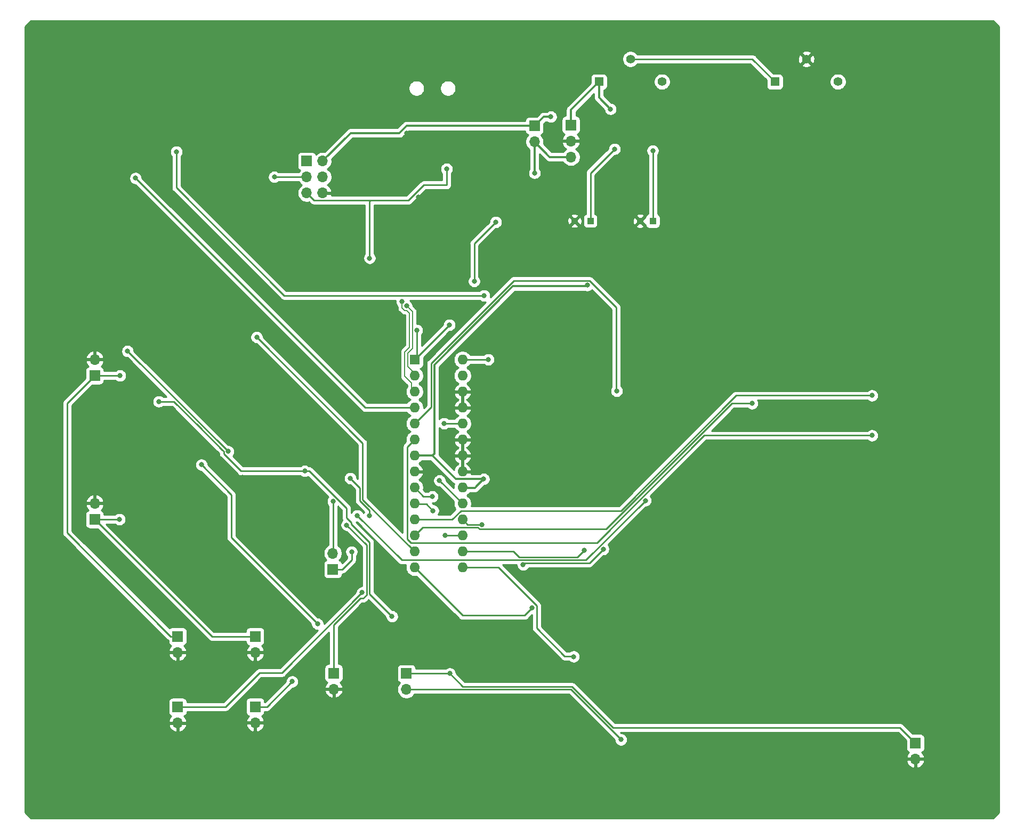
<source format=gbl>
G04 #@! TF.GenerationSoftware,KiCad,Pcbnew,(5.1.12-1-10_14)*
G04 #@! TF.CreationDate,2021-12-30T10:25:41+00:00*
G04 #@! TF.ProjectId,TICAF_v1,54494341-465f-4763-912e-6b696361645f,rev?*
G04 #@! TF.SameCoordinates,Original*
G04 #@! TF.FileFunction,Copper,L2,Bot*
G04 #@! TF.FilePolarity,Positive*
%FSLAX46Y46*%
G04 Gerber Fmt 4.6, Leading zero omitted, Abs format (unit mm)*
G04 Created by KiCad (PCBNEW (5.1.12-1-10_14)) date 2021-12-30 10:25:41*
%MOMM*%
%LPD*%
G01*
G04 APERTURE LIST*
G04 #@! TA.AperFunction,ComponentPad*
%ADD10O,1.700000X1.700000*%
G04 #@! TD*
G04 #@! TA.AperFunction,ComponentPad*
%ADD11R,1.700000X1.700000*%
G04 #@! TD*
G04 #@! TA.AperFunction,ComponentPad*
%ADD12O,1.600000X1.600000*%
G04 #@! TD*
G04 #@! TA.AperFunction,ComponentPad*
%ADD13R,1.600000X1.600000*%
G04 #@! TD*
G04 #@! TA.AperFunction,ComponentPad*
%ADD14C,1.408000*%
G04 #@! TD*
G04 #@! TA.AperFunction,ComponentPad*
%ADD15R,1.408000X1.408000*%
G04 #@! TD*
G04 #@! TA.AperFunction,ComponentPad*
%ADD16C,1.100000*%
G04 #@! TD*
G04 #@! TA.AperFunction,ComponentPad*
%ADD17R,1.100000X1.100000*%
G04 #@! TD*
G04 #@! TA.AperFunction,ComponentPad*
%ADD18C,1.050000*%
G04 #@! TD*
G04 #@! TA.AperFunction,ComponentPad*
%ADD19R,1.050000X1.050000*%
G04 #@! TD*
G04 #@! TA.AperFunction,ViaPad*
%ADD20C,0.800000*%
G04 #@! TD*
G04 #@! TA.AperFunction,Conductor*
%ADD21C,0.250000*%
G04 #@! TD*
G04 #@! TA.AperFunction,Conductor*
%ADD22C,0.350000*%
G04 #@! TD*
G04 #@! TA.AperFunction,Conductor*
%ADD23C,0.200000*%
G04 #@! TD*
G04 #@! TA.AperFunction,Conductor*
%ADD24C,0.254000*%
G04 #@! TD*
G04 #@! TA.AperFunction,Conductor*
%ADD25C,0.100000*%
G04 #@! TD*
G04 APERTURE END LIST*
D10*
X78450000Y-130530000D03*
D11*
X78450000Y-127990000D03*
D10*
X42120000Y-135850000D03*
D11*
X42120000Y-133310000D03*
D10*
X66910000Y-130480000D03*
D11*
X66910000Y-127940000D03*
D10*
X54430000Y-135830000D03*
D11*
X54430000Y-133290000D03*
D10*
X54430000Y-124650000D03*
D11*
X54430000Y-122110000D03*
D10*
X42110000Y-124640000D03*
D11*
X42110000Y-122100000D03*
D10*
X66750000Y-108890000D03*
D11*
X66750000Y-111430000D03*
D12*
X87366000Y-78130500D03*
X79746000Y-111150500D03*
X87366000Y-80670500D03*
X79746000Y-108610500D03*
X87366000Y-83210500D03*
X79746000Y-106070500D03*
X87366000Y-85750500D03*
X79746000Y-103530500D03*
X87366000Y-88290500D03*
X79746000Y-100990500D03*
X87366000Y-90830500D03*
X79746000Y-98450500D03*
X87366000Y-93370500D03*
X79746000Y-95910500D03*
X87366000Y-95910500D03*
X79746000Y-93370500D03*
X87366000Y-98450500D03*
X79746000Y-90830500D03*
X87366000Y-100990500D03*
X79746000Y-88290500D03*
X87366000Y-103530500D03*
X79746000Y-85750500D03*
X87366000Y-106070500D03*
X79746000Y-83210500D03*
X87366000Y-108610500D03*
X79746000Y-80670500D03*
X87366000Y-111150500D03*
D13*
X79746000Y-78130500D03*
D10*
X28956000Y-100965000D03*
D11*
X28956000Y-103505000D03*
D10*
X159290000Y-141590000D03*
D11*
X159290000Y-139050000D03*
D14*
X146986000Y-33940500D03*
X141986000Y-30340500D03*
D15*
X136986000Y-33940500D03*
D14*
X119046000Y-33940500D03*
X114046000Y-30340500D03*
D15*
X109046000Y-33940500D03*
D10*
X65151000Y-51625500D03*
X62611000Y-51625500D03*
X65151000Y-49085500D03*
X62611000Y-49085500D03*
X65151000Y-46545500D03*
D11*
X62611000Y-46545500D03*
D10*
X98806000Y-43484800D03*
D11*
X98806000Y-40944800D03*
D10*
X104584500Y-45910500D03*
X104584500Y-43370500D03*
D11*
X104584500Y-40830500D03*
D16*
X115586000Y-56070500D03*
D17*
X117586000Y-56070500D03*
D18*
X105176000Y-56070500D03*
D19*
X107676000Y-56070500D03*
D10*
X28956000Y-78105000D03*
D11*
X28956000Y-80645000D03*
D20*
X78486000Y-42100500D03*
X80391000Y-47180500D03*
X80391000Y-49085500D03*
X80391000Y-52260500D03*
X92456000Y-49720500D03*
X150876000Y-45275500D03*
X54102000Y-55372000D03*
X94297500Y-98425000D03*
X102362000Y-91630500D03*
X40068500Y-79184500D03*
X37973000Y-71310500D03*
X40068500Y-99314000D03*
X34099500Y-116903500D03*
X32893000Y-91376500D03*
X27749500Y-43561000D03*
X52387500Y-96837500D03*
X168910000Y-72390000D03*
X168910000Y-78105000D03*
X168910000Y-83820000D03*
X168910000Y-90170000D03*
X168910000Y-96520000D03*
X64135000Y-41910000D03*
X69850000Y-40640000D03*
X95480000Y-128000000D03*
X120190000Y-145660000D03*
X92710000Y-73660000D03*
X82550000Y-95250000D03*
X89600000Y-69400000D03*
X32966000Y-80660500D03*
X39116000Y-84772500D03*
X62293500Y-95821500D03*
X76170000Y-118930000D03*
X111506000Y-44640500D03*
X117586000Y-44910500D03*
X82570001Y-99865499D03*
X82684501Y-102115501D03*
X101401001Y-39505499D03*
X107188000Y-66294000D03*
X90735501Y-97085501D03*
X89217500Y-65659000D03*
X92646500Y-56261000D03*
X110871000Y-38290500D03*
X84836000Y-47815500D03*
X72606000Y-61980500D03*
X85281000Y-72595500D03*
X80106000Y-73438500D03*
X57467500Y-49085500D03*
X83700999Y-97325499D03*
X90805000Y-67945000D03*
X41910000Y-45085000D03*
X133350000Y-85090000D03*
X152400000Y-83820000D03*
X152400000Y-90170000D03*
X111860608Y-83084392D03*
X64330000Y-120100000D03*
X45890000Y-94820000D03*
X34163000Y-76771500D03*
X50165000Y-92710000D03*
X66802000Y-100647500D03*
X109726716Y-108226716D03*
X96990000Y-110710000D03*
X72560000Y-102940000D03*
X69550000Y-96980000D03*
X98806000Y-48450500D03*
X84607500Y-106070500D03*
X90424000Y-104330500D03*
X54673500Y-74549000D03*
X98430000Y-117580000D03*
X105020000Y-125310000D03*
X106720000Y-108390000D03*
X84455000Y-88265000D03*
X60310000Y-129280000D03*
X68970000Y-104400000D03*
X91440000Y-78105000D03*
X71420000Y-115140000D03*
X35433000Y-49276000D03*
X77733768Y-68843768D03*
X78476232Y-69586232D03*
X116419063Y-100509063D03*
X70650000Y-102900000D03*
X69750000Y-108660000D03*
X32893000Y-103505000D03*
X112540000Y-138500000D03*
X85340000Y-128010000D03*
D21*
X32950500Y-80645000D02*
X32966000Y-80660500D01*
X28956000Y-80645000D02*
X32950500Y-80645000D01*
X39116000Y-84772500D02*
X41527590Y-84772500D01*
X41527590Y-84772500D02*
X45529500Y-88774410D01*
X45529500Y-88774410D02*
X49211795Y-92456705D01*
X49439999Y-93058001D02*
X52203498Y-95821500D01*
X49439999Y-92684909D02*
X49439999Y-93058001D01*
X49211795Y-92456705D02*
X49439999Y-92684909D01*
X52203498Y-95821500D02*
X62293500Y-95821500D01*
X41010000Y-122100000D02*
X24560000Y-105650000D01*
X42110000Y-122100000D02*
X41010000Y-122100000D01*
X24560000Y-85041000D02*
X28956000Y-80645000D01*
X24560000Y-105650000D02*
X24560000Y-85041000D01*
X63049002Y-95821500D02*
X62293500Y-95821500D01*
X68940000Y-101712498D02*
X63049002Y-95821500D01*
X68940000Y-103230000D02*
X68940000Y-101712498D01*
X69695001Y-103985001D02*
X68940000Y-103230000D01*
X69695001Y-104235001D02*
X69695001Y-103985001D01*
X72595011Y-107135011D02*
X69695001Y-104235001D01*
X72595011Y-115355011D02*
X72595011Y-107135011D01*
X76170000Y-118930000D02*
X72595011Y-115355011D01*
X107676000Y-56070500D02*
X107676000Y-48470500D01*
X107676000Y-48470500D02*
X111506000Y-44640500D01*
X111506000Y-44640500D02*
X111506000Y-44640500D01*
X117586000Y-56070500D02*
X117586000Y-44910500D01*
X117586000Y-44910500D02*
X117586000Y-44910500D01*
X81160999Y-99865499D02*
X79746000Y-98450500D01*
X82570001Y-99865499D02*
X81160999Y-99865499D01*
X82684501Y-102115501D02*
X81661000Y-101092000D01*
X79847500Y-101092000D02*
X79746000Y-100990500D01*
X81661000Y-101092000D02*
X79847500Y-101092000D01*
D22*
X100245301Y-39505499D02*
X98806000Y-40944800D01*
X101401001Y-39505499D02*
X100245301Y-39505499D01*
X78494698Y-40944800D02*
X77338998Y-42100500D01*
X98806000Y-40944800D02*
X78494698Y-40944800D01*
X69596000Y-42100500D02*
X65151000Y-46545500D01*
X82588000Y-93370500D02*
X79746000Y-93370500D01*
X82867500Y-78930500D02*
X82867500Y-93091000D01*
X82867500Y-93091000D02*
X82588000Y-93370500D01*
X95377000Y-66421000D02*
X82867500Y-78930500D01*
X107061000Y-66421000D02*
X95377000Y-66421000D01*
X107188000Y-66294000D02*
X107061000Y-66421000D01*
X86303001Y-97085501D02*
X90735501Y-97085501D01*
X82588000Y-93370500D02*
X86303001Y-97085501D01*
X90735501Y-97085501D02*
X89344500Y-98476502D01*
X87392002Y-98476502D02*
X87366000Y-98450500D01*
X89344500Y-98476502D02*
X87392002Y-98476502D01*
X77338998Y-42100500D02*
X69596000Y-42100500D01*
D21*
X89217500Y-65659000D02*
X89217500Y-59690000D01*
X89217500Y-59690000D02*
X92646500Y-56261000D01*
X92646500Y-56261000D02*
X92646500Y-56261000D01*
D22*
X104584500Y-38402000D02*
X109046000Y-33940500D01*
X104584500Y-40830500D02*
X104584500Y-38402000D01*
X109046000Y-33940500D02*
X109046000Y-36465500D01*
X109046000Y-36465500D02*
X110871000Y-38290500D01*
X110871000Y-38290500D02*
X110871000Y-38290500D01*
D21*
X78777997Y-52800501D02*
X81222998Y-50355500D01*
X62611000Y-51625500D02*
X63786001Y-52800501D01*
X81222998Y-50355500D02*
X84836000Y-50355500D01*
X84836000Y-50355500D02*
X84836000Y-47815500D01*
X84836000Y-47815500D02*
X84836000Y-47815500D01*
X72606000Y-52980500D02*
X72785999Y-52800501D01*
X72606000Y-61980500D02*
X72606000Y-52980500D01*
X72785999Y-52800501D02*
X78777997Y-52800501D01*
X63786001Y-52800501D02*
X72785999Y-52800501D01*
X85281000Y-72595500D02*
X79746000Y-78130500D01*
X80106000Y-77770500D02*
X79746000Y-78130500D01*
X80106000Y-73438500D02*
X80106000Y-77770500D01*
X62611000Y-49085500D02*
X57467500Y-49085500D01*
X83700999Y-97325499D02*
X87366000Y-100990500D01*
X90805000Y-67945000D02*
X59055000Y-67945000D01*
X41910000Y-50800000D02*
X41910000Y-45085000D01*
X59055000Y-67945000D02*
X41910000Y-50800000D01*
X90075999Y-105055501D02*
X110210909Y-105055501D01*
X89801007Y-104780509D02*
X90075999Y-105055501D01*
X81035991Y-104780509D02*
X89801007Y-104780509D01*
X79746000Y-106070500D02*
X81035991Y-104780509D01*
X110210909Y-105055501D02*
X130176410Y-85090000D01*
X130176410Y-85090000D02*
X133350000Y-85090000D01*
X79746000Y-103530500D02*
X79984500Y-103530500D01*
X87115997Y-102115501D02*
X112514499Y-102115501D01*
X85700998Y-103530500D02*
X87115997Y-102115501D01*
X79984500Y-103530500D02*
X85700998Y-103530500D01*
X130810000Y-83820000D02*
X152400000Y-83820000D01*
X112514499Y-102115501D02*
X130810000Y-83820000D01*
X78620999Y-106610501D02*
X79205999Y-107195501D01*
X78620999Y-91955501D02*
X78620999Y-106610501D01*
X79205999Y-107195501D02*
X108707319Y-107195501D01*
X79746000Y-90830500D02*
X78620999Y-91955501D01*
X125732820Y-90170000D02*
X152400000Y-90170000D01*
X108707319Y-107195501D02*
X125732820Y-90170000D01*
X79746000Y-88290500D02*
X79984500Y-88290500D01*
X107536001Y-65568999D02*
X111760000Y-69792998D01*
X95521881Y-65568999D02*
X107536001Y-65568999D01*
X82367490Y-78723390D02*
X95521881Y-65568999D01*
X82367490Y-85669010D02*
X82367490Y-78723390D01*
X79746000Y-88290500D02*
X82367490Y-85669010D01*
X111760000Y-82983784D02*
X111860608Y-83084392D01*
X111760000Y-69792998D02*
X111760000Y-82983784D01*
X64330000Y-120100000D02*
X50650000Y-106420000D01*
X50650000Y-99580000D02*
X45890000Y-94820000D01*
X50650000Y-106420000D02*
X50650000Y-99580000D01*
X50101500Y-92710000D02*
X50165000Y-92710000D01*
X34163000Y-76771500D02*
X50101500Y-92710000D01*
X66802000Y-108838000D02*
X66750000Y-108890000D01*
X66802000Y-100647500D02*
X66802000Y-108838000D01*
X109726716Y-108226716D02*
X107523412Y-110430020D01*
X97269980Y-110430020D02*
X96990000Y-110710000D01*
X107523412Y-110430020D02*
X97269980Y-110430020D01*
X72560000Y-102940000D02*
X72560000Y-102060910D01*
X72560000Y-102060910D02*
X71050990Y-100551900D01*
X71050990Y-98480990D02*
X69550000Y-96980000D01*
X71050990Y-100551900D02*
X71050990Y-98480990D01*
D22*
X98806000Y-43484800D02*
X101231700Y-45910500D01*
X101231700Y-45910500D02*
X104584500Y-45910500D01*
X98806000Y-43484800D02*
X98806000Y-48450500D01*
X98806000Y-48450500D02*
X98806000Y-48450500D01*
D21*
X84607500Y-106070500D02*
X87366000Y-106070500D01*
X88165999Y-104330499D02*
X87366000Y-103530500D01*
X90424000Y-104330500D02*
X88165999Y-104330499D01*
X133386000Y-30340500D02*
X114046000Y-30340500D01*
X136986000Y-33940500D02*
X133386000Y-30340500D01*
X54673500Y-74549000D02*
X71501000Y-91376500D01*
X71501000Y-100365500D02*
X79746000Y-108610500D01*
X71501000Y-91376500D02*
X71501000Y-100365500D01*
X98430000Y-117580000D02*
X97250000Y-118760000D01*
X87355500Y-118760000D02*
X79746000Y-111150500D01*
X97250000Y-118760000D02*
X87355500Y-118760000D01*
X105020000Y-125310000D02*
X104970000Y-125310000D01*
X104970000Y-125310000D02*
X104920000Y-125260000D01*
X104920000Y-125260000D02*
X103610000Y-125260000D01*
X93073502Y-111150500D02*
X87366000Y-111150500D01*
X99155001Y-117231999D02*
X93073502Y-111150500D01*
X99155001Y-120805001D02*
X99155001Y-117231999D01*
X103610000Y-125260000D02*
X99155001Y-120805001D01*
X95460500Y-108610500D02*
X87366000Y-108610500D01*
X96380000Y-109530000D02*
X95460500Y-108610500D01*
X105580000Y-109530000D02*
X96380000Y-109530000D01*
X106720000Y-108390000D02*
X105580000Y-109530000D01*
X87340500Y-88265000D02*
X87366000Y-88290500D01*
X84455000Y-88265000D02*
X87340500Y-88265000D01*
X54430000Y-133290000D02*
X56300000Y-133290000D01*
X56300000Y-133290000D02*
X60310000Y-129280000D01*
X66910000Y-127940000D02*
X66910000Y-120286410D01*
X66910000Y-120286410D02*
X71118205Y-116078205D01*
X72145001Y-115488001D02*
X72145001Y-107575001D01*
X71554797Y-116078205D02*
X72145001Y-115488001D01*
X71118205Y-116078205D02*
X71554797Y-116078205D01*
X72145001Y-107575001D02*
X68970000Y-104400000D01*
X91414500Y-78130500D02*
X91440000Y-78105000D01*
X87366000Y-78130500D02*
X91414500Y-78130500D01*
X42120000Y-133310000D02*
X49710000Y-133310000D01*
X49710000Y-133310000D02*
X55120000Y-127900000D01*
X55120000Y-127900000D02*
X58660000Y-127900000D01*
X58660000Y-127900000D02*
X71420000Y-115140000D01*
X79746000Y-85750500D02*
X79746000Y-85798500D01*
X71907500Y-85750500D02*
X35433000Y-49276000D01*
X79746000Y-85750500D02*
X71907500Y-85750500D01*
D23*
X77733768Y-69480166D02*
X77733768Y-68843768D01*
X77776231Y-69522629D02*
X77733768Y-69480166D01*
X77776231Y-69922233D02*
X77776231Y-69522629D01*
X79746000Y-83210500D02*
X79296000Y-82760500D01*
X78956008Y-70702406D02*
X78539835Y-70286233D01*
X78956008Y-76144107D02*
X78956008Y-70702406D01*
X78196008Y-76904107D02*
X78956008Y-76144107D01*
X78140231Y-70286233D02*
X77776231Y-69922233D01*
X78196008Y-80748510D02*
X78196008Y-76904107D01*
X79296000Y-81848502D02*
X78196008Y-80748510D01*
X78539835Y-70286233D02*
X78140231Y-70286233D01*
X79296000Y-82760500D02*
X79296000Y-81848502D01*
X79405999Y-70515999D02*
X78476232Y-69586232D01*
X79405999Y-76330499D02*
X79405999Y-70515999D01*
X78645999Y-77090499D02*
X79405999Y-76330499D01*
X78645999Y-79170501D02*
X78645999Y-77090499D01*
X79695998Y-80220500D02*
X78645999Y-79170501D01*
X79746000Y-80220500D02*
X79695998Y-80220500D01*
X79746000Y-80670500D02*
X79746000Y-80220500D01*
D21*
X77730010Y-109980010D02*
X70650000Y-102900000D01*
X106948116Y-109980010D02*
X77730010Y-109980010D01*
X116419063Y-100509063D02*
X106948116Y-109980010D01*
X69750000Y-108660000D02*
X69750000Y-109980000D01*
X68300000Y-111430000D02*
X66750000Y-111430000D01*
X69750000Y-109980000D02*
X68300000Y-111430000D01*
X28956000Y-103505000D02*
X32893000Y-103505000D01*
X47561000Y-122110000D02*
X28956000Y-103505000D01*
X54430000Y-122110000D02*
X47561000Y-122110000D01*
X104570000Y-130530000D02*
X78450000Y-130530000D01*
X112540000Y-138500000D02*
X104570000Y-130530000D01*
X78470000Y-128010000D02*
X78450000Y-127990000D01*
X85340000Y-128010000D02*
X78470000Y-128010000D01*
X87409990Y-130079990D02*
X85340000Y-128010000D01*
X111286410Y-136610000D02*
X104756400Y-130079990D01*
X156850000Y-136610000D02*
X111286410Y-136610000D01*
X104756400Y-130079990D02*
X87409990Y-130079990D01*
X159290000Y-139050000D02*
X156850000Y-136610000D01*
D24*
X172593000Y-25182606D02*
X172593000Y-150077394D01*
X171667394Y-151003000D01*
X18832606Y-151003000D01*
X17907000Y-150077394D01*
X17907000Y-141946890D01*
X157848524Y-141946890D01*
X157893175Y-142094099D01*
X158018359Y-142356920D01*
X158192412Y-142590269D01*
X158408645Y-142785178D01*
X158658748Y-142934157D01*
X158933109Y-143031481D01*
X159163000Y-142910814D01*
X159163000Y-141717000D01*
X159417000Y-141717000D01*
X159417000Y-142910814D01*
X159646891Y-143031481D01*
X159921252Y-142934157D01*
X160171355Y-142785178D01*
X160387588Y-142590269D01*
X160561641Y-142356920D01*
X160686825Y-142094099D01*
X160731476Y-141946890D01*
X160610155Y-141717000D01*
X159417000Y-141717000D01*
X159163000Y-141717000D01*
X157969845Y-141717000D01*
X157848524Y-141946890D01*
X17907000Y-141946890D01*
X17907000Y-136206890D01*
X40678524Y-136206890D01*
X40723175Y-136354099D01*
X40848359Y-136616920D01*
X41022412Y-136850269D01*
X41238645Y-137045178D01*
X41488748Y-137194157D01*
X41763109Y-137291481D01*
X41993000Y-137170814D01*
X41993000Y-135977000D01*
X42247000Y-135977000D01*
X42247000Y-137170814D01*
X42476891Y-137291481D01*
X42751252Y-137194157D01*
X43001355Y-137045178D01*
X43217588Y-136850269D01*
X43391641Y-136616920D01*
X43516825Y-136354099D01*
X43561476Y-136206890D01*
X43550922Y-136186890D01*
X52988524Y-136186890D01*
X53033175Y-136334099D01*
X53158359Y-136596920D01*
X53332412Y-136830269D01*
X53548645Y-137025178D01*
X53798748Y-137174157D01*
X54073109Y-137271481D01*
X54303000Y-137150814D01*
X54303000Y-135957000D01*
X54557000Y-135957000D01*
X54557000Y-137150814D01*
X54786891Y-137271481D01*
X55061252Y-137174157D01*
X55311355Y-137025178D01*
X55527588Y-136830269D01*
X55701641Y-136596920D01*
X55826825Y-136334099D01*
X55871476Y-136186890D01*
X55750155Y-135957000D01*
X54557000Y-135957000D01*
X54303000Y-135957000D01*
X53109845Y-135957000D01*
X52988524Y-136186890D01*
X43550922Y-136186890D01*
X43440155Y-135977000D01*
X42247000Y-135977000D01*
X41993000Y-135977000D01*
X40799845Y-135977000D01*
X40678524Y-136206890D01*
X17907000Y-136206890D01*
X17907000Y-124996890D01*
X40668524Y-124996890D01*
X40713175Y-125144099D01*
X40838359Y-125406920D01*
X41012412Y-125640269D01*
X41228645Y-125835178D01*
X41478748Y-125984157D01*
X41753109Y-126081481D01*
X41983000Y-125960814D01*
X41983000Y-124767000D01*
X42237000Y-124767000D01*
X42237000Y-125960814D01*
X42466891Y-126081481D01*
X42741252Y-125984157D01*
X42991355Y-125835178D01*
X43207588Y-125640269D01*
X43381641Y-125406920D01*
X43506825Y-125144099D01*
X43548442Y-125006890D01*
X52988524Y-125006890D01*
X53033175Y-125154099D01*
X53158359Y-125416920D01*
X53332412Y-125650269D01*
X53548645Y-125845178D01*
X53798748Y-125994157D01*
X54073109Y-126091481D01*
X54303000Y-125970814D01*
X54303000Y-124777000D01*
X54557000Y-124777000D01*
X54557000Y-125970814D01*
X54786891Y-126091481D01*
X55061252Y-125994157D01*
X55311355Y-125845178D01*
X55527588Y-125650269D01*
X55701641Y-125416920D01*
X55826825Y-125154099D01*
X55871476Y-125006890D01*
X55750155Y-124777000D01*
X54557000Y-124777000D01*
X54303000Y-124777000D01*
X53109845Y-124777000D01*
X52988524Y-125006890D01*
X43548442Y-125006890D01*
X43551476Y-124996890D01*
X43430155Y-124767000D01*
X42237000Y-124767000D01*
X41983000Y-124767000D01*
X40789845Y-124767000D01*
X40668524Y-124996890D01*
X17907000Y-124996890D01*
X17907000Y-85041000D01*
X23796324Y-85041000D01*
X23800001Y-85078333D01*
X23800000Y-105612678D01*
X23796324Y-105650000D01*
X23800000Y-105687322D01*
X23800000Y-105687332D01*
X23810997Y-105798985D01*
X23850486Y-105929165D01*
X23854454Y-105942246D01*
X23925026Y-106074276D01*
X23964871Y-106122826D01*
X24019999Y-106190001D01*
X24049003Y-106213804D01*
X40446201Y-122611003D01*
X40469999Y-122640001D01*
X40498997Y-122663799D01*
X40585723Y-122734974D01*
X40604432Y-122744974D01*
X40621928Y-122754326D01*
X40621928Y-122950000D01*
X40634188Y-123074482D01*
X40670498Y-123194180D01*
X40729463Y-123304494D01*
X40808815Y-123401185D01*
X40905506Y-123480537D01*
X41015820Y-123539502D01*
X41096466Y-123563966D01*
X41012412Y-123639731D01*
X40838359Y-123873080D01*
X40713175Y-124135901D01*
X40668524Y-124283110D01*
X40789845Y-124513000D01*
X41983000Y-124513000D01*
X41983000Y-124493000D01*
X42237000Y-124493000D01*
X42237000Y-124513000D01*
X43430155Y-124513000D01*
X43551476Y-124283110D01*
X43506825Y-124135901D01*
X43381641Y-123873080D01*
X43207588Y-123639731D01*
X43123534Y-123563966D01*
X43204180Y-123539502D01*
X43314494Y-123480537D01*
X43411185Y-123401185D01*
X43490537Y-123304494D01*
X43549502Y-123194180D01*
X43585812Y-123074482D01*
X43598072Y-122950000D01*
X43598072Y-121250000D01*
X43585812Y-121125518D01*
X43549502Y-121005820D01*
X43490537Y-120895506D01*
X43411185Y-120798815D01*
X43314494Y-120719463D01*
X43204180Y-120660498D01*
X43084482Y-120624188D01*
X42960000Y-120611928D01*
X41260000Y-120611928D01*
X41135518Y-120624188D01*
X41015820Y-120660498D01*
X40905506Y-120719463D01*
X40808815Y-120798815D01*
X40797457Y-120812655D01*
X25320000Y-105335199D01*
X25320000Y-102655000D01*
X27467928Y-102655000D01*
X27467928Y-104355000D01*
X27480188Y-104479482D01*
X27516498Y-104599180D01*
X27575463Y-104709494D01*
X27654815Y-104806185D01*
X27751506Y-104885537D01*
X27861820Y-104944502D01*
X27981518Y-104980812D01*
X28106000Y-104993072D01*
X29369271Y-104993072D01*
X46997201Y-122621003D01*
X47020999Y-122650001D01*
X47136724Y-122744974D01*
X47268753Y-122815546D01*
X47412014Y-122859003D01*
X47523667Y-122870000D01*
X47523676Y-122870000D01*
X47560999Y-122873676D01*
X47598322Y-122870000D01*
X52941928Y-122870000D01*
X52941928Y-122960000D01*
X52954188Y-123084482D01*
X52990498Y-123204180D01*
X53049463Y-123314494D01*
X53128815Y-123411185D01*
X53225506Y-123490537D01*
X53335820Y-123549502D01*
X53416466Y-123573966D01*
X53332412Y-123649731D01*
X53158359Y-123883080D01*
X53033175Y-124145901D01*
X52988524Y-124293110D01*
X53109845Y-124523000D01*
X54303000Y-124523000D01*
X54303000Y-124503000D01*
X54557000Y-124503000D01*
X54557000Y-124523000D01*
X55750155Y-124523000D01*
X55871476Y-124293110D01*
X55826825Y-124145901D01*
X55701641Y-123883080D01*
X55527588Y-123649731D01*
X55443534Y-123573966D01*
X55524180Y-123549502D01*
X55634494Y-123490537D01*
X55731185Y-123411185D01*
X55810537Y-123314494D01*
X55869502Y-123204180D01*
X55905812Y-123084482D01*
X55918072Y-122960000D01*
X55918072Y-121260000D01*
X55905812Y-121135518D01*
X55869502Y-121015820D01*
X55810537Y-120905506D01*
X55731185Y-120808815D01*
X55634494Y-120729463D01*
X55524180Y-120670498D01*
X55404482Y-120634188D01*
X55280000Y-120621928D01*
X53580000Y-120621928D01*
X53455518Y-120634188D01*
X53335820Y-120670498D01*
X53225506Y-120729463D01*
X53128815Y-120808815D01*
X53049463Y-120905506D01*
X52990498Y-121015820D01*
X52954188Y-121135518D01*
X52941928Y-121260000D01*
X52941928Y-121350000D01*
X47875802Y-121350000D01*
X30790801Y-104265000D01*
X32189289Y-104265000D01*
X32233226Y-104308937D01*
X32402744Y-104422205D01*
X32591102Y-104500226D01*
X32791061Y-104540000D01*
X32994939Y-104540000D01*
X33194898Y-104500226D01*
X33383256Y-104422205D01*
X33552774Y-104308937D01*
X33696937Y-104164774D01*
X33810205Y-103995256D01*
X33888226Y-103806898D01*
X33928000Y-103606939D01*
X33928000Y-103403061D01*
X33888226Y-103203102D01*
X33810205Y-103014744D01*
X33696937Y-102845226D01*
X33552774Y-102701063D01*
X33383256Y-102587795D01*
X33194898Y-102509774D01*
X32994939Y-102470000D01*
X32791061Y-102470000D01*
X32591102Y-102509774D01*
X32402744Y-102587795D01*
X32233226Y-102701063D01*
X32189289Y-102745000D01*
X30444072Y-102745000D01*
X30444072Y-102655000D01*
X30431812Y-102530518D01*
X30395502Y-102410820D01*
X30336537Y-102300506D01*
X30257185Y-102203815D01*
X30160494Y-102124463D01*
X30050180Y-102065498D01*
X29969534Y-102041034D01*
X30053588Y-101965269D01*
X30227641Y-101731920D01*
X30352825Y-101469099D01*
X30397476Y-101321890D01*
X30276155Y-101092000D01*
X29083000Y-101092000D01*
X29083000Y-101112000D01*
X28829000Y-101112000D01*
X28829000Y-101092000D01*
X27635845Y-101092000D01*
X27514524Y-101321890D01*
X27559175Y-101469099D01*
X27684359Y-101731920D01*
X27858412Y-101965269D01*
X27942466Y-102041034D01*
X27861820Y-102065498D01*
X27751506Y-102124463D01*
X27654815Y-102203815D01*
X27575463Y-102300506D01*
X27516498Y-102410820D01*
X27480188Y-102530518D01*
X27467928Y-102655000D01*
X25320000Y-102655000D01*
X25320000Y-100608110D01*
X27514524Y-100608110D01*
X27635845Y-100838000D01*
X28829000Y-100838000D01*
X28829000Y-99644186D01*
X29083000Y-99644186D01*
X29083000Y-100838000D01*
X30276155Y-100838000D01*
X30397476Y-100608110D01*
X30352825Y-100460901D01*
X30227641Y-100198080D01*
X30053588Y-99964731D01*
X29837355Y-99769822D01*
X29587252Y-99620843D01*
X29312891Y-99523519D01*
X29083000Y-99644186D01*
X28829000Y-99644186D01*
X28599109Y-99523519D01*
X28324748Y-99620843D01*
X28074645Y-99769822D01*
X27858412Y-99964731D01*
X27684359Y-100198080D01*
X27559175Y-100460901D01*
X27514524Y-100608110D01*
X25320000Y-100608110D01*
X25320000Y-85355801D01*
X28542730Y-82133072D01*
X29806000Y-82133072D01*
X29930482Y-82120812D01*
X30050180Y-82084502D01*
X30160494Y-82025537D01*
X30257185Y-81946185D01*
X30336537Y-81849494D01*
X30395502Y-81739180D01*
X30431812Y-81619482D01*
X30444072Y-81495000D01*
X30444072Y-81405000D01*
X32246789Y-81405000D01*
X32306226Y-81464437D01*
X32475744Y-81577705D01*
X32664102Y-81655726D01*
X32864061Y-81695500D01*
X33067939Y-81695500D01*
X33267898Y-81655726D01*
X33456256Y-81577705D01*
X33625774Y-81464437D01*
X33769937Y-81320274D01*
X33883205Y-81150756D01*
X33961226Y-80962398D01*
X34001000Y-80762439D01*
X34001000Y-80558561D01*
X33961226Y-80358602D01*
X33883205Y-80170244D01*
X33769937Y-80000726D01*
X33625774Y-79856563D01*
X33456256Y-79743295D01*
X33267898Y-79665274D01*
X33067939Y-79625500D01*
X32864061Y-79625500D01*
X32664102Y-79665274D01*
X32475744Y-79743295D01*
X32306226Y-79856563D01*
X32277789Y-79885000D01*
X30444072Y-79885000D01*
X30444072Y-79795000D01*
X30431812Y-79670518D01*
X30395502Y-79550820D01*
X30336537Y-79440506D01*
X30257185Y-79343815D01*
X30160494Y-79264463D01*
X30050180Y-79205498D01*
X29969534Y-79181034D01*
X30053588Y-79105269D01*
X30227641Y-78871920D01*
X30352825Y-78609099D01*
X30397476Y-78461890D01*
X30276155Y-78232000D01*
X29083000Y-78232000D01*
X29083000Y-78252000D01*
X28829000Y-78252000D01*
X28829000Y-78232000D01*
X27635845Y-78232000D01*
X27514524Y-78461890D01*
X27559175Y-78609099D01*
X27684359Y-78871920D01*
X27858412Y-79105269D01*
X27942466Y-79181034D01*
X27861820Y-79205498D01*
X27751506Y-79264463D01*
X27654815Y-79343815D01*
X27575463Y-79440506D01*
X27516498Y-79550820D01*
X27480188Y-79670518D01*
X27467928Y-79795000D01*
X27467928Y-81058270D01*
X24048998Y-84477201D01*
X24020000Y-84500999D01*
X23996202Y-84529997D01*
X23996201Y-84529998D01*
X23925026Y-84616724D01*
X23854454Y-84748754D01*
X23810998Y-84892015D01*
X23796324Y-85041000D01*
X17907000Y-85041000D01*
X17907000Y-77748110D01*
X27514524Y-77748110D01*
X27635845Y-77978000D01*
X28829000Y-77978000D01*
X28829000Y-76784186D01*
X29083000Y-76784186D01*
X29083000Y-77978000D01*
X30276155Y-77978000D01*
X30397476Y-77748110D01*
X30352825Y-77600901D01*
X30227641Y-77338080D01*
X30053588Y-77104731D01*
X29837355Y-76909822D01*
X29587252Y-76760843D01*
X29329924Y-76669561D01*
X33128000Y-76669561D01*
X33128000Y-76873439D01*
X33167774Y-77073398D01*
X33245795Y-77261756D01*
X33359063Y-77431274D01*
X33503226Y-77575437D01*
X33672744Y-77688705D01*
X33861102Y-77766726D01*
X34061061Y-77806500D01*
X34123199Y-77806500D01*
X40329199Y-84012500D01*
X39819711Y-84012500D01*
X39775774Y-83968563D01*
X39606256Y-83855295D01*
X39417898Y-83777274D01*
X39217939Y-83737500D01*
X39014061Y-83737500D01*
X38814102Y-83777274D01*
X38625744Y-83855295D01*
X38456226Y-83968563D01*
X38312063Y-84112726D01*
X38198795Y-84282244D01*
X38120774Y-84470602D01*
X38081000Y-84670561D01*
X38081000Y-84874439D01*
X38120774Y-85074398D01*
X38198795Y-85262756D01*
X38312063Y-85432274D01*
X38456226Y-85576437D01*
X38625744Y-85689705D01*
X38814102Y-85767726D01*
X39014061Y-85807500D01*
X39217939Y-85807500D01*
X39417898Y-85767726D01*
X39606256Y-85689705D01*
X39775774Y-85576437D01*
X39819711Y-85532500D01*
X41212789Y-85532500D01*
X45018496Y-89338209D01*
X45018507Y-89338218D01*
X48679999Y-92999711D01*
X48679999Y-93020679D01*
X48676323Y-93058001D01*
X48679999Y-93095323D01*
X48679999Y-93095334D01*
X48690996Y-93206987D01*
X48734453Y-93350248D01*
X48805025Y-93482277D01*
X48899998Y-93598002D01*
X48929000Y-93621804D01*
X51639698Y-96332502D01*
X51663497Y-96361501D01*
X51779222Y-96456474D01*
X51911251Y-96527046D01*
X52054512Y-96570503D01*
X52166165Y-96581500D01*
X52166173Y-96581500D01*
X52203498Y-96585176D01*
X52240823Y-96581500D01*
X61589789Y-96581500D01*
X61633726Y-96625437D01*
X61803244Y-96738705D01*
X61991602Y-96816726D01*
X62191561Y-96856500D01*
X62395439Y-96856500D01*
X62595398Y-96816726D01*
X62783756Y-96738705D01*
X62848287Y-96695587D01*
X66069245Y-99916544D01*
X65998063Y-99987726D01*
X65884795Y-100157244D01*
X65806774Y-100345602D01*
X65767000Y-100545561D01*
X65767000Y-100749439D01*
X65806774Y-100949398D01*
X65884795Y-101137756D01*
X65998063Y-101307274D01*
X66042000Y-101351211D01*
X66042001Y-107577076D01*
X65803368Y-107736525D01*
X65596525Y-107943368D01*
X65434010Y-108186589D01*
X65322068Y-108456842D01*
X65265000Y-108743740D01*
X65265000Y-109036260D01*
X65322068Y-109323158D01*
X65434010Y-109593411D01*
X65596525Y-109836632D01*
X65728380Y-109968487D01*
X65655820Y-109990498D01*
X65545506Y-110049463D01*
X65448815Y-110128815D01*
X65369463Y-110225506D01*
X65310498Y-110335820D01*
X65274188Y-110455518D01*
X65261928Y-110580000D01*
X65261928Y-112280000D01*
X65274188Y-112404482D01*
X65310498Y-112524180D01*
X65369463Y-112634494D01*
X65448815Y-112731185D01*
X65545506Y-112810537D01*
X65655820Y-112869502D01*
X65775518Y-112905812D01*
X65900000Y-112918072D01*
X67600000Y-112918072D01*
X67724482Y-112905812D01*
X67844180Y-112869502D01*
X67954494Y-112810537D01*
X68051185Y-112731185D01*
X68130537Y-112634494D01*
X68189502Y-112524180D01*
X68225812Y-112404482D01*
X68238072Y-112280000D01*
X68238072Y-112190000D01*
X68262678Y-112190000D01*
X68300000Y-112193676D01*
X68337322Y-112190000D01*
X68337333Y-112190000D01*
X68448986Y-112179003D01*
X68592247Y-112135546D01*
X68724276Y-112064974D01*
X68840001Y-111970001D01*
X68863804Y-111940997D01*
X70261003Y-110543799D01*
X70290001Y-110520001D01*
X70384974Y-110404276D01*
X70455546Y-110272247D01*
X70499003Y-110128986D01*
X70510000Y-110017333D01*
X70510000Y-110017325D01*
X70513676Y-109980000D01*
X70510000Y-109942675D01*
X70510000Y-109363711D01*
X70553937Y-109319774D01*
X70667205Y-109150256D01*
X70745226Y-108961898D01*
X70785000Y-108761939D01*
X70785000Y-108558061D01*
X70745226Y-108358102D01*
X70667205Y-108169744D01*
X70553937Y-108000226D01*
X70409774Y-107856063D01*
X70240256Y-107742795D01*
X70051898Y-107664774D01*
X69851939Y-107625000D01*
X69648061Y-107625000D01*
X69448102Y-107664774D01*
X69259744Y-107742795D01*
X69090226Y-107856063D01*
X68946063Y-108000226D01*
X68832795Y-108169744D01*
X68754774Y-108358102D01*
X68715000Y-108558061D01*
X68715000Y-108761939D01*
X68754774Y-108961898D01*
X68832795Y-109150256D01*
X68946063Y-109319774D01*
X68990001Y-109363712D01*
X68990001Y-109665197D01*
X68219730Y-110435469D01*
X68189502Y-110335820D01*
X68130537Y-110225506D01*
X68051185Y-110128815D01*
X67954494Y-110049463D01*
X67844180Y-109990498D01*
X67771620Y-109968487D01*
X67903475Y-109836632D01*
X68065990Y-109593411D01*
X68177932Y-109323158D01*
X68235000Y-109036260D01*
X68235000Y-108743740D01*
X68177932Y-108456842D01*
X68065990Y-108186589D01*
X67903475Y-107943368D01*
X67696632Y-107736525D01*
X67562000Y-107646567D01*
X67562000Y-101409300D01*
X68180001Y-102027301D01*
X68180000Y-103192677D01*
X68176324Y-103230000D01*
X68180000Y-103267322D01*
X68180000Y-103267332D01*
X68190997Y-103378985D01*
X68222487Y-103482795D01*
X68234454Y-103522246D01*
X68286560Y-103619729D01*
X68166063Y-103740226D01*
X68052795Y-103909744D01*
X67974774Y-104098102D01*
X67935000Y-104298061D01*
X67935000Y-104501939D01*
X67974774Y-104701898D01*
X68052795Y-104890256D01*
X68166063Y-105059774D01*
X68310226Y-105203937D01*
X68479744Y-105317205D01*
X68668102Y-105395226D01*
X68868061Y-105435000D01*
X68930199Y-105435000D01*
X71385002Y-107889805D01*
X71385001Y-114105000D01*
X71318061Y-114105000D01*
X71118102Y-114144774D01*
X70929744Y-114222795D01*
X70760226Y-114336063D01*
X70616063Y-114480226D01*
X70502795Y-114649744D01*
X70424774Y-114838102D01*
X70385000Y-115038061D01*
X70385000Y-115100198D01*
X65365000Y-120120198D01*
X65365000Y-119998061D01*
X65325226Y-119798102D01*
X65247205Y-119609744D01*
X65133937Y-119440226D01*
X64989774Y-119296063D01*
X64820256Y-119182795D01*
X64631898Y-119104774D01*
X64431939Y-119065000D01*
X64369802Y-119065000D01*
X51410000Y-106105199D01*
X51410000Y-99617333D01*
X51413677Y-99580000D01*
X51399003Y-99431014D01*
X51355546Y-99287753D01*
X51284974Y-99155724D01*
X51213799Y-99068997D01*
X51190001Y-99039999D01*
X51161003Y-99016201D01*
X46925000Y-94780199D01*
X46925000Y-94718061D01*
X46885226Y-94518102D01*
X46807205Y-94329744D01*
X46693937Y-94160226D01*
X46549774Y-94016063D01*
X46380256Y-93902795D01*
X46191898Y-93824774D01*
X45991939Y-93785000D01*
X45788061Y-93785000D01*
X45588102Y-93824774D01*
X45399744Y-93902795D01*
X45230226Y-94016063D01*
X45086063Y-94160226D01*
X44972795Y-94329744D01*
X44894774Y-94518102D01*
X44855000Y-94718061D01*
X44855000Y-94921939D01*
X44894774Y-95121898D01*
X44972795Y-95310256D01*
X45086063Y-95479774D01*
X45230226Y-95623937D01*
X45399744Y-95737205D01*
X45588102Y-95815226D01*
X45788061Y-95855000D01*
X45850199Y-95855000D01*
X49890001Y-99894803D01*
X49890000Y-106382677D01*
X49886324Y-106420000D01*
X49890000Y-106457322D01*
X49890000Y-106457332D01*
X49900997Y-106568985D01*
X49927241Y-106655500D01*
X49944454Y-106712246D01*
X50015026Y-106844276D01*
X50039779Y-106874437D01*
X50109999Y-106960001D01*
X50139003Y-106983804D01*
X63295000Y-120139802D01*
X63295000Y-120201939D01*
X63334774Y-120401898D01*
X63412795Y-120590256D01*
X63526063Y-120759774D01*
X63670226Y-120903937D01*
X63839744Y-121017205D01*
X64028102Y-121095226D01*
X64228061Y-121135000D01*
X64350199Y-121135000D01*
X58345199Y-127140000D01*
X55157322Y-127140000D01*
X55119999Y-127136324D01*
X55082676Y-127140000D01*
X55082667Y-127140000D01*
X54971014Y-127150997D01*
X54827753Y-127194454D01*
X54695724Y-127265026D01*
X54579999Y-127359999D01*
X54556201Y-127388997D01*
X49395199Y-132550000D01*
X43608072Y-132550000D01*
X43608072Y-132460000D01*
X43595812Y-132335518D01*
X43559502Y-132215820D01*
X43500537Y-132105506D01*
X43421185Y-132008815D01*
X43324494Y-131929463D01*
X43214180Y-131870498D01*
X43094482Y-131834188D01*
X42970000Y-131821928D01*
X41270000Y-131821928D01*
X41145518Y-131834188D01*
X41025820Y-131870498D01*
X40915506Y-131929463D01*
X40818815Y-132008815D01*
X40739463Y-132105506D01*
X40680498Y-132215820D01*
X40644188Y-132335518D01*
X40631928Y-132460000D01*
X40631928Y-134160000D01*
X40644188Y-134284482D01*
X40680498Y-134404180D01*
X40739463Y-134514494D01*
X40818815Y-134611185D01*
X40915506Y-134690537D01*
X41025820Y-134749502D01*
X41106466Y-134773966D01*
X41022412Y-134849731D01*
X40848359Y-135083080D01*
X40723175Y-135345901D01*
X40678524Y-135493110D01*
X40799845Y-135723000D01*
X41993000Y-135723000D01*
X41993000Y-135703000D01*
X42247000Y-135703000D01*
X42247000Y-135723000D01*
X43440155Y-135723000D01*
X43561476Y-135493110D01*
X43516825Y-135345901D01*
X43391641Y-135083080D01*
X43217588Y-134849731D01*
X43133534Y-134773966D01*
X43214180Y-134749502D01*
X43324494Y-134690537D01*
X43421185Y-134611185D01*
X43500537Y-134514494D01*
X43559502Y-134404180D01*
X43595812Y-134284482D01*
X43608072Y-134160000D01*
X43608072Y-134070000D01*
X49672678Y-134070000D01*
X49710000Y-134073676D01*
X49747322Y-134070000D01*
X49747333Y-134070000D01*
X49858986Y-134059003D01*
X50002247Y-134015546D01*
X50134276Y-133944974D01*
X50250001Y-133850001D01*
X50273804Y-133820997D01*
X51654801Y-132440000D01*
X52941928Y-132440000D01*
X52941928Y-134140000D01*
X52954188Y-134264482D01*
X52990498Y-134384180D01*
X53049463Y-134494494D01*
X53128815Y-134591185D01*
X53225506Y-134670537D01*
X53335820Y-134729502D01*
X53416466Y-134753966D01*
X53332412Y-134829731D01*
X53158359Y-135063080D01*
X53033175Y-135325901D01*
X52988524Y-135473110D01*
X53109845Y-135703000D01*
X54303000Y-135703000D01*
X54303000Y-135683000D01*
X54557000Y-135683000D01*
X54557000Y-135703000D01*
X55750155Y-135703000D01*
X55871476Y-135473110D01*
X55826825Y-135325901D01*
X55701641Y-135063080D01*
X55527588Y-134829731D01*
X55443534Y-134753966D01*
X55524180Y-134729502D01*
X55634494Y-134670537D01*
X55731185Y-134591185D01*
X55810537Y-134494494D01*
X55869502Y-134384180D01*
X55905812Y-134264482D01*
X55918072Y-134140000D01*
X55918072Y-134050000D01*
X56262678Y-134050000D01*
X56300000Y-134053676D01*
X56337322Y-134050000D01*
X56337333Y-134050000D01*
X56448986Y-134039003D01*
X56592247Y-133995546D01*
X56724276Y-133924974D01*
X56840001Y-133830001D01*
X56863804Y-133800997D01*
X59827912Y-130836890D01*
X65468524Y-130836890D01*
X65513175Y-130984099D01*
X65638359Y-131246920D01*
X65812412Y-131480269D01*
X66028645Y-131675178D01*
X66278748Y-131824157D01*
X66553109Y-131921481D01*
X66783000Y-131800814D01*
X66783000Y-130607000D01*
X67037000Y-130607000D01*
X67037000Y-131800814D01*
X67266891Y-131921481D01*
X67541252Y-131824157D01*
X67791355Y-131675178D01*
X68007588Y-131480269D01*
X68181641Y-131246920D01*
X68306825Y-130984099D01*
X68351476Y-130836890D01*
X68230155Y-130607000D01*
X67037000Y-130607000D01*
X66783000Y-130607000D01*
X65589845Y-130607000D01*
X65468524Y-130836890D01*
X59827912Y-130836890D01*
X60349803Y-130315000D01*
X60411939Y-130315000D01*
X60611898Y-130275226D01*
X60800256Y-130197205D01*
X60969774Y-130083937D01*
X61113937Y-129939774D01*
X61227205Y-129770256D01*
X61305226Y-129581898D01*
X61345000Y-129381939D01*
X61345000Y-129178061D01*
X61305226Y-128978102D01*
X61227205Y-128789744D01*
X61113937Y-128620226D01*
X60969774Y-128476063D01*
X60800256Y-128362795D01*
X60611898Y-128284774D01*
X60411939Y-128245000D01*
X60208061Y-128245000D01*
X60008102Y-128284774D01*
X59819744Y-128362795D01*
X59650226Y-128476063D01*
X59506063Y-128620226D01*
X59392795Y-128789744D01*
X59314774Y-128978102D01*
X59275000Y-129178061D01*
X59275000Y-129240197D01*
X55985199Y-132530000D01*
X55918072Y-132530000D01*
X55918072Y-132440000D01*
X55905812Y-132315518D01*
X55869502Y-132195820D01*
X55810537Y-132085506D01*
X55731185Y-131988815D01*
X55634494Y-131909463D01*
X55524180Y-131850498D01*
X55404482Y-131814188D01*
X55280000Y-131801928D01*
X53580000Y-131801928D01*
X53455518Y-131814188D01*
X53335820Y-131850498D01*
X53225506Y-131909463D01*
X53128815Y-131988815D01*
X53049463Y-132085506D01*
X52990498Y-132195820D01*
X52954188Y-132315518D01*
X52941928Y-132440000D01*
X51654801Y-132440000D01*
X55434802Y-128660000D01*
X58622678Y-128660000D01*
X58660000Y-128663676D01*
X58697322Y-128660000D01*
X58697333Y-128660000D01*
X58808986Y-128649003D01*
X58952247Y-128605546D01*
X59084276Y-128534974D01*
X59200001Y-128440001D01*
X59223804Y-128410997D01*
X66150001Y-121484801D01*
X66150000Y-126451928D01*
X66060000Y-126451928D01*
X65935518Y-126464188D01*
X65815820Y-126500498D01*
X65705506Y-126559463D01*
X65608815Y-126638815D01*
X65529463Y-126735506D01*
X65470498Y-126845820D01*
X65434188Y-126965518D01*
X65421928Y-127090000D01*
X65421928Y-128790000D01*
X65434188Y-128914482D01*
X65470498Y-129034180D01*
X65529463Y-129144494D01*
X65608815Y-129241185D01*
X65705506Y-129320537D01*
X65815820Y-129379502D01*
X65896466Y-129403966D01*
X65812412Y-129479731D01*
X65638359Y-129713080D01*
X65513175Y-129975901D01*
X65468524Y-130123110D01*
X65589845Y-130353000D01*
X66783000Y-130353000D01*
X66783000Y-130333000D01*
X67037000Y-130333000D01*
X67037000Y-130353000D01*
X68230155Y-130353000D01*
X68351476Y-130123110D01*
X68306825Y-129975901D01*
X68181641Y-129713080D01*
X68007588Y-129479731D01*
X67923534Y-129403966D01*
X68004180Y-129379502D01*
X68114494Y-129320537D01*
X68211185Y-129241185D01*
X68290537Y-129144494D01*
X68349502Y-129034180D01*
X68385812Y-128914482D01*
X68398072Y-128790000D01*
X68398072Y-127140000D01*
X76961928Y-127140000D01*
X76961928Y-128840000D01*
X76974188Y-128964482D01*
X77010498Y-129084180D01*
X77069463Y-129194494D01*
X77148815Y-129291185D01*
X77245506Y-129370537D01*
X77355820Y-129429502D01*
X77428380Y-129451513D01*
X77296525Y-129583368D01*
X77134010Y-129826589D01*
X77022068Y-130096842D01*
X76965000Y-130383740D01*
X76965000Y-130676260D01*
X77022068Y-130963158D01*
X77134010Y-131233411D01*
X77296525Y-131476632D01*
X77503368Y-131683475D01*
X77746589Y-131845990D01*
X78016842Y-131957932D01*
X78303740Y-132015000D01*
X78596260Y-132015000D01*
X78883158Y-131957932D01*
X79153411Y-131845990D01*
X79396632Y-131683475D01*
X79603475Y-131476632D01*
X79728178Y-131290000D01*
X104255199Y-131290000D01*
X111505000Y-138539802D01*
X111505000Y-138601939D01*
X111544774Y-138801898D01*
X111622795Y-138990256D01*
X111736063Y-139159774D01*
X111880226Y-139303937D01*
X112049744Y-139417205D01*
X112238102Y-139495226D01*
X112438061Y-139535000D01*
X112641939Y-139535000D01*
X112841898Y-139495226D01*
X113030256Y-139417205D01*
X113199774Y-139303937D01*
X113343937Y-139159774D01*
X113457205Y-138990256D01*
X113535226Y-138801898D01*
X113575000Y-138601939D01*
X113575000Y-138398061D01*
X113535226Y-138198102D01*
X113457205Y-138009744D01*
X113343937Y-137840226D01*
X113199774Y-137696063D01*
X113030256Y-137582795D01*
X112841898Y-137504774D01*
X112641939Y-137465000D01*
X112579802Y-137465000D01*
X112484802Y-137370000D01*
X156535199Y-137370000D01*
X157801928Y-138636730D01*
X157801928Y-139900000D01*
X157814188Y-140024482D01*
X157850498Y-140144180D01*
X157909463Y-140254494D01*
X157988815Y-140351185D01*
X158085506Y-140430537D01*
X158195820Y-140489502D01*
X158276466Y-140513966D01*
X158192412Y-140589731D01*
X158018359Y-140823080D01*
X157893175Y-141085901D01*
X157848524Y-141233110D01*
X157969845Y-141463000D01*
X159163000Y-141463000D01*
X159163000Y-141443000D01*
X159417000Y-141443000D01*
X159417000Y-141463000D01*
X160610155Y-141463000D01*
X160731476Y-141233110D01*
X160686825Y-141085901D01*
X160561641Y-140823080D01*
X160387588Y-140589731D01*
X160303534Y-140513966D01*
X160384180Y-140489502D01*
X160494494Y-140430537D01*
X160591185Y-140351185D01*
X160670537Y-140254494D01*
X160729502Y-140144180D01*
X160765812Y-140024482D01*
X160778072Y-139900000D01*
X160778072Y-138200000D01*
X160765812Y-138075518D01*
X160729502Y-137955820D01*
X160670537Y-137845506D01*
X160591185Y-137748815D01*
X160494494Y-137669463D01*
X160384180Y-137610498D01*
X160264482Y-137574188D01*
X160140000Y-137561928D01*
X158876730Y-137561928D01*
X157413804Y-136099003D01*
X157390001Y-136069999D01*
X157274276Y-135975026D01*
X157142247Y-135904454D01*
X156998986Y-135860997D01*
X156887333Y-135850000D01*
X156887322Y-135850000D01*
X156850000Y-135846324D01*
X156812678Y-135850000D01*
X111601212Y-135850000D01*
X105320204Y-129568993D01*
X105296401Y-129539989D01*
X105180676Y-129445016D01*
X105048647Y-129374444D01*
X104905386Y-129330987D01*
X104793733Y-129319990D01*
X104793722Y-129319990D01*
X104756400Y-129316314D01*
X104719078Y-129319990D01*
X87724792Y-129319990D01*
X86375000Y-127970199D01*
X86375000Y-127908061D01*
X86335226Y-127708102D01*
X86257205Y-127519744D01*
X86143937Y-127350226D01*
X85999774Y-127206063D01*
X85830256Y-127092795D01*
X85641898Y-127014774D01*
X85441939Y-126975000D01*
X85238061Y-126975000D01*
X85038102Y-127014774D01*
X84849744Y-127092795D01*
X84680226Y-127206063D01*
X84636289Y-127250000D01*
X79938072Y-127250000D01*
X79938072Y-127140000D01*
X79925812Y-127015518D01*
X79889502Y-126895820D01*
X79830537Y-126785506D01*
X79751185Y-126688815D01*
X79654494Y-126609463D01*
X79544180Y-126550498D01*
X79424482Y-126514188D01*
X79300000Y-126501928D01*
X77600000Y-126501928D01*
X77475518Y-126514188D01*
X77355820Y-126550498D01*
X77245506Y-126609463D01*
X77148815Y-126688815D01*
X77069463Y-126785506D01*
X77010498Y-126895820D01*
X76974188Y-127015518D01*
X76961928Y-127140000D01*
X68398072Y-127140000D01*
X68398072Y-127090000D01*
X68385812Y-126965518D01*
X68349502Y-126845820D01*
X68290537Y-126735506D01*
X68211185Y-126638815D01*
X68114494Y-126559463D01*
X68004180Y-126500498D01*
X67884482Y-126464188D01*
X67760000Y-126451928D01*
X67670000Y-126451928D01*
X67670000Y-120601211D01*
X71433007Y-116838205D01*
X71517475Y-116838205D01*
X71554797Y-116841881D01*
X71592119Y-116838205D01*
X71592130Y-116838205D01*
X71703783Y-116827208D01*
X71847044Y-116783751D01*
X71979073Y-116713179D01*
X72094798Y-116618206D01*
X72118600Y-116589203D01*
X72436501Y-116271302D01*
X75135000Y-118969802D01*
X75135000Y-119031939D01*
X75174774Y-119231898D01*
X75252795Y-119420256D01*
X75366063Y-119589774D01*
X75510226Y-119733937D01*
X75679744Y-119847205D01*
X75868102Y-119925226D01*
X76068061Y-119965000D01*
X76271939Y-119965000D01*
X76471898Y-119925226D01*
X76660256Y-119847205D01*
X76829774Y-119733937D01*
X76973937Y-119589774D01*
X77087205Y-119420256D01*
X77165226Y-119231898D01*
X77205000Y-119031939D01*
X77205000Y-118828061D01*
X77165226Y-118628102D01*
X77087205Y-118439744D01*
X76973937Y-118270226D01*
X76829774Y-118126063D01*
X76660256Y-118012795D01*
X76471898Y-117934774D01*
X76271939Y-117895000D01*
X76209802Y-117895000D01*
X73355011Y-115040210D01*
X73355011Y-107172333D01*
X73358687Y-107135010D01*
X73355011Y-107097687D01*
X73355011Y-107097678D01*
X73344014Y-106986025D01*
X73300557Y-106842764D01*
X73229985Y-106710735D01*
X73167256Y-106634299D01*
X73158810Y-106624007D01*
X73158806Y-106624003D01*
X73135012Y-106595010D01*
X73106019Y-106571216D01*
X70452000Y-103917199D01*
X70451869Y-103915866D01*
X70548061Y-103935000D01*
X70610199Y-103935000D01*
X77166211Y-110491013D01*
X77190009Y-110520011D01*
X77305734Y-110614984D01*
X77437763Y-110685556D01*
X77581024Y-110729013D01*
X77692677Y-110740010D01*
X77692686Y-110740010D01*
X77730009Y-110743686D01*
X77767332Y-110740010D01*
X78364539Y-110740010D01*
X78311000Y-111009165D01*
X78311000Y-111291835D01*
X78366147Y-111569074D01*
X78474320Y-111830227D01*
X78631363Y-112065259D01*
X78831241Y-112265137D01*
X79066273Y-112422180D01*
X79327426Y-112530353D01*
X79604665Y-112585500D01*
X79887335Y-112585500D01*
X80069887Y-112549188D01*
X86791701Y-119271003D01*
X86815499Y-119300001D01*
X86844497Y-119323799D01*
X86931223Y-119394974D01*
X87015883Y-119440226D01*
X87063253Y-119465546D01*
X87206514Y-119509003D01*
X87318167Y-119520000D01*
X87318176Y-119520000D01*
X87355499Y-119523676D01*
X87392822Y-119520000D01*
X97212678Y-119520000D01*
X97250000Y-119523676D01*
X97287322Y-119520000D01*
X97287333Y-119520000D01*
X97398986Y-119509003D01*
X97542247Y-119465546D01*
X97674276Y-119394974D01*
X97790001Y-119300001D01*
X97813804Y-119270997D01*
X98395002Y-118689800D01*
X98395001Y-120767678D01*
X98391325Y-120805001D01*
X98395001Y-120842323D01*
X98395001Y-120842333D01*
X98405998Y-120953986D01*
X98430698Y-121035412D01*
X98449455Y-121097247D01*
X98520027Y-121229277D01*
X98545241Y-121260000D01*
X98615000Y-121345002D01*
X98644004Y-121368805D01*
X103046200Y-125771002D01*
X103069999Y-125800001D01*
X103098997Y-125823799D01*
X103185723Y-125894974D01*
X103279266Y-125944974D01*
X103317753Y-125965546D01*
X103461014Y-126009003D01*
X103572667Y-126020000D01*
X103572677Y-126020000D01*
X103609999Y-126023676D01*
X103647322Y-126020000D01*
X104266289Y-126020000D01*
X104360226Y-126113937D01*
X104529744Y-126227205D01*
X104718102Y-126305226D01*
X104918061Y-126345000D01*
X105121939Y-126345000D01*
X105321898Y-126305226D01*
X105510256Y-126227205D01*
X105679774Y-126113937D01*
X105823937Y-125969774D01*
X105937205Y-125800256D01*
X106015226Y-125611898D01*
X106055000Y-125411939D01*
X106055000Y-125208061D01*
X106015226Y-125008102D01*
X105937205Y-124819744D01*
X105823937Y-124650226D01*
X105679774Y-124506063D01*
X105510256Y-124392795D01*
X105321898Y-124314774D01*
X105121939Y-124275000D01*
X104918061Y-124275000D01*
X104718102Y-124314774D01*
X104529744Y-124392795D01*
X104369300Y-124500000D01*
X103924802Y-124500000D01*
X99915001Y-120490200D01*
X99915001Y-117269321D01*
X99918677Y-117231998D01*
X99915001Y-117194675D01*
X99915001Y-117194666D01*
X99904004Y-117083013D01*
X99860547Y-116939752D01*
X99789975Y-116807723D01*
X99695002Y-116691998D01*
X99666004Y-116668200D01*
X93737813Y-110740010D01*
X95955000Y-110740010D01*
X95955000Y-110811939D01*
X95994774Y-111011898D01*
X96072795Y-111200256D01*
X96186063Y-111369774D01*
X96330226Y-111513937D01*
X96499744Y-111627205D01*
X96688102Y-111705226D01*
X96888061Y-111745000D01*
X97091939Y-111745000D01*
X97291898Y-111705226D01*
X97480256Y-111627205D01*
X97649774Y-111513937D01*
X97793937Y-111369774D01*
X97907205Y-111200256D01*
X97911445Y-111190020D01*
X107486090Y-111190020D01*
X107523412Y-111193696D01*
X107560734Y-111190020D01*
X107560745Y-111190020D01*
X107672398Y-111179023D01*
X107815659Y-111135566D01*
X107947688Y-111064994D01*
X108063413Y-110970021D01*
X108087216Y-110941018D01*
X109766519Y-109261716D01*
X109828655Y-109261716D01*
X110028614Y-109221942D01*
X110216972Y-109143921D01*
X110386490Y-109030653D01*
X110530653Y-108886490D01*
X110643921Y-108716972D01*
X110721942Y-108528614D01*
X110761716Y-108328655D01*
X110761716Y-108124777D01*
X110721942Y-107924818D01*
X110643921Y-107736460D01*
X110530653Y-107566942D01*
X110483319Y-107519608D01*
X116458865Y-101544063D01*
X116521002Y-101544063D01*
X116720961Y-101504289D01*
X116909319Y-101426268D01*
X117078837Y-101313000D01*
X117223000Y-101168837D01*
X117336268Y-100999319D01*
X117414289Y-100810961D01*
X117454063Y-100611002D01*
X117454063Y-100407124D01*
X117414289Y-100207165D01*
X117336268Y-100018807D01*
X117223000Y-99849289D01*
X117175666Y-99801955D01*
X126047623Y-90930000D01*
X151696289Y-90930000D01*
X151740226Y-90973937D01*
X151909744Y-91087205D01*
X152098102Y-91165226D01*
X152298061Y-91205000D01*
X152501939Y-91205000D01*
X152701898Y-91165226D01*
X152890256Y-91087205D01*
X153059774Y-90973937D01*
X153203937Y-90829774D01*
X153317205Y-90660256D01*
X153395226Y-90471898D01*
X153435000Y-90271939D01*
X153435000Y-90068061D01*
X153395226Y-89868102D01*
X153317205Y-89679744D01*
X153203937Y-89510226D01*
X153059774Y-89366063D01*
X152890256Y-89252795D01*
X152701898Y-89174774D01*
X152501939Y-89135000D01*
X152298061Y-89135000D01*
X152098102Y-89174774D01*
X151909744Y-89252795D01*
X151740226Y-89366063D01*
X151696289Y-89410000D01*
X126931212Y-89410000D01*
X130491212Y-85850000D01*
X132646289Y-85850000D01*
X132690226Y-85893937D01*
X132859744Y-86007205D01*
X133048102Y-86085226D01*
X133248061Y-86125000D01*
X133451939Y-86125000D01*
X133651898Y-86085226D01*
X133840256Y-86007205D01*
X134009774Y-85893937D01*
X134153937Y-85749774D01*
X134267205Y-85580256D01*
X134345226Y-85391898D01*
X134385000Y-85191939D01*
X134385000Y-84988061D01*
X134345226Y-84788102D01*
X134267205Y-84599744D01*
X134254013Y-84580000D01*
X151696289Y-84580000D01*
X151740226Y-84623937D01*
X151909744Y-84737205D01*
X152098102Y-84815226D01*
X152298061Y-84855000D01*
X152501939Y-84855000D01*
X152701898Y-84815226D01*
X152890256Y-84737205D01*
X153059774Y-84623937D01*
X153203937Y-84479774D01*
X153317205Y-84310256D01*
X153395226Y-84121898D01*
X153435000Y-83921939D01*
X153435000Y-83718061D01*
X153395226Y-83518102D01*
X153317205Y-83329744D01*
X153203937Y-83160226D01*
X153059774Y-83016063D01*
X152890256Y-82902795D01*
X152701898Y-82824774D01*
X152501939Y-82785000D01*
X152298061Y-82785000D01*
X152098102Y-82824774D01*
X151909744Y-82902795D01*
X151740226Y-83016063D01*
X151696289Y-83060000D01*
X130847325Y-83060000D01*
X130810000Y-83056324D01*
X130772675Y-83060000D01*
X130772667Y-83060000D01*
X130661014Y-83070997D01*
X130517753Y-83114454D01*
X130385724Y-83185026D01*
X130269999Y-83279999D01*
X130246201Y-83308997D01*
X112199698Y-101355501D01*
X88756509Y-101355501D01*
X88801000Y-101131835D01*
X88801000Y-100849165D01*
X88745853Y-100571926D01*
X88637680Y-100310773D01*
X88480637Y-100075741D01*
X88280759Y-99875863D01*
X88048241Y-99720500D01*
X88280759Y-99565137D01*
X88480637Y-99365259D01*
X88533261Y-99286502D01*
X89304712Y-99286502D01*
X89344500Y-99290421D01*
X89384288Y-99286502D01*
X89384291Y-99286502D01*
X89503288Y-99274782D01*
X89655973Y-99228465D01*
X89796689Y-99153251D01*
X89920028Y-99052030D01*
X89945399Y-99021115D01*
X90848143Y-98118372D01*
X91037399Y-98080727D01*
X91225757Y-98002706D01*
X91395275Y-97889438D01*
X91539438Y-97745275D01*
X91652706Y-97575757D01*
X91730727Y-97387399D01*
X91770501Y-97187440D01*
X91770501Y-96983562D01*
X91730727Y-96783603D01*
X91652706Y-96595245D01*
X91539438Y-96425727D01*
X91395275Y-96281564D01*
X91225757Y-96168296D01*
X91037399Y-96090275D01*
X90837440Y-96050501D01*
X90633562Y-96050501D01*
X90433603Y-96090275D01*
X90245245Y-96168296D01*
X90084801Y-96275501D01*
X88753063Y-96275501D01*
X88757904Y-96259539D01*
X88635915Y-96037500D01*
X87493000Y-96037500D01*
X87493000Y-96057500D01*
X87239000Y-96057500D01*
X87239000Y-96037500D01*
X87219000Y-96037500D01*
X87219000Y-95783500D01*
X87239000Y-95783500D01*
X87239000Y-93497500D01*
X87493000Y-93497500D01*
X87493000Y-95783500D01*
X88635915Y-95783500D01*
X88757904Y-95561461D01*
X88717246Y-95427413D01*
X88597037Y-95173080D01*
X88429519Y-94947086D01*
X88221131Y-94758115D01*
X88025018Y-94640500D01*
X88221131Y-94522885D01*
X88429519Y-94333914D01*
X88597037Y-94107920D01*
X88717246Y-93853587D01*
X88757904Y-93719539D01*
X88635915Y-93497500D01*
X87493000Y-93497500D01*
X87239000Y-93497500D01*
X86096085Y-93497500D01*
X85974096Y-93719539D01*
X86014754Y-93853587D01*
X86134963Y-94107920D01*
X86302481Y-94333914D01*
X86510869Y-94522885D01*
X86706982Y-94640500D01*
X86510869Y-94758115D01*
X86302481Y-94947086D01*
X86134963Y-95173080D01*
X86014754Y-95427413D01*
X85974096Y-95561461D01*
X86034599Y-95671587D01*
X83653449Y-93290437D01*
X83665780Y-93249788D01*
X83677500Y-93130791D01*
X83677500Y-93130788D01*
X83681419Y-93091000D01*
X83677500Y-93051212D01*
X83677500Y-91179539D01*
X85974096Y-91179539D01*
X86014754Y-91313587D01*
X86134963Y-91567920D01*
X86302481Y-91793914D01*
X86510869Y-91982885D01*
X86706982Y-92100500D01*
X86510869Y-92218115D01*
X86302481Y-92407086D01*
X86134963Y-92633080D01*
X86014754Y-92887413D01*
X85974096Y-93021461D01*
X86096085Y-93243500D01*
X87239000Y-93243500D01*
X87239000Y-90957500D01*
X87493000Y-90957500D01*
X87493000Y-93243500D01*
X88635915Y-93243500D01*
X88757904Y-93021461D01*
X88717246Y-92887413D01*
X88597037Y-92633080D01*
X88429519Y-92407086D01*
X88221131Y-92218115D01*
X88025018Y-92100500D01*
X88221131Y-91982885D01*
X88429519Y-91793914D01*
X88597037Y-91567920D01*
X88717246Y-91313587D01*
X88757904Y-91179539D01*
X88635915Y-90957500D01*
X87493000Y-90957500D01*
X87239000Y-90957500D01*
X86096085Y-90957500D01*
X85974096Y-91179539D01*
X83677500Y-91179539D01*
X83677500Y-88951211D01*
X83795226Y-89068937D01*
X83964744Y-89182205D01*
X84153102Y-89260226D01*
X84353061Y-89300000D01*
X84556939Y-89300000D01*
X84756898Y-89260226D01*
X84945256Y-89182205D01*
X85114774Y-89068937D01*
X85158711Y-89025000D01*
X86130918Y-89025000D01*
X86251363Y-89205259D01*
X86451241Y-89405137D01*
X86686273Y-89562180D01*
X86696865Y-89566567D01*
X86510869Y-89678115D01*
X86302481Y-89867086D01*
X86134963Y-90093080D01*
X86014754Y-90347413D01*
X85974096Y-90481461D01*
X86096085Y-90703500D01*
X87239000Y-90703500D01*
X87239000Y-90683500D01*
X87493000Y-90683500D01*
X87493000Y-90703500D01*
X88635915Y-90703500D01*
X88757904Y-90481461D01*
X88717246Y-90347413D01*
X88597037Y-90093080D01*
X88429519Y-89867086D01*
X88221131Y-89678115D01*
X88035135Y-89566567D01*
X88045727Y-89562180D01*
X88280759Y-89405137D01*
X88480637Y-89205259D01*
X88637680Y-88970227D01*
X88745853Y-88709074D01*
X88801000Y-88431835D01*
X88801000Y-88149165D01*
X88745853Y-87871926D01*
X88637680Y-87610773D01*
X88480637Y-87375741D01*
X88280759Y-87175863D01*
X88045727Y-87018820D01*
X88035135Y-87014433D01*
X88221131Y-86902885D01*
X88429519Y-86713914D01*
X88597037Y-86487920D01*
X88717246Y-86233587D01*
X88757904Y-86099539D01*
X88635915Y-85877500D01*
X87493000Y-85877500D01*
X87493000Y-85897500D01*
X87239000Y-85897500D01*
X87239000Y-85877500D01*
X86096085Y-85877500D01*
X85974096Y-86099539D01*
X86014754Y-86233587D01*
X86134963Y-86487920D01*
X86302481Y-86713914D01*
X86510869Y-86902885D01*
X86696865Y-87014433D01*
X86686273Y-87018820D01*
X86451241Y-87175863D01*
X86251363Y-87375741D01*
X86164995Y-87505000D01*
X85158711Y-87505000D01*
X85114774Y-87461063D01*
X84945256Y-87347795D01*
X84756898Y-87269774D01*
X84556939Y-87230000D01*
X84353061Y-87230000D01*
X84153102Y-87269774D01*
X83964744Y-87347795D01*
X83795226Y-87461063D01*
X83677500Y-87578789D01*
X83677500Y-83559539D01*
X85974096Y-83559539D01*
X86014754Y-83693587D01*
X86134963Y-83947920D01*
X86302481Y-84173914D01*
X86510869Y-84362885D01*
X86706982Y-84480500D01*
X86510869Y-84598115D01*
X86302481Y-84787086D01*
X86134963Y-85013080D01*
X86014754Y-85267413D01*
X85974096Y-85401461D01*
X86096085Y-85623500D01*
X87239000Y-85623500D01*
X87239000Y-83337500D01*
X87493000Y-83337500D01*
X87493000Y-85623500D01*
X88635915Y-85623500D01*
X88757904Y-85401461D01*
X88717246Y-85267413D01*
X88597037Y-85013080D01*
X88429519Y-84787086D01*
X88221131Y-84598115D01*
X88025018Y-84480500D01*
X88221131Y-84362885D01*
X88429519Y-84173914D01*
X88597037Y-83947920D01*
X88717246Y-83693587D01*
X88757904Y-83559539D01*
X88635915Y-83337500D01*
X87493000Y-83337500D01*
X87239000Y-83337500D01*
X86096085Y-83337500D01*
X85974096Y-83559539D01*
X83677500Y-83559539D01*
X83677500Y-79266012D01*
X84954347Y-77989165D01*
X85931000Y-77989165D01*
X85931000Y-78271835D01*
X85986147Y-78549074D01*
X86094320Y-78810227D01*
X86251363Y-79045259D01*
X86451241Y-79245137D01*
X86683759Y-79400500D01*
X86451241Y-79555863D01*
X86251363Y-79755741D01*
X86094320Y-79990773D01*
X85986147Y-80251926D01*
X85931000Y-80529165D01*
X85931000Y-80811835D01*
X85986147Y-81089074D01*
X86094320Y-81350227D01*
X86251363Y-81585259D01*
X86451241Y-81785137D01*
X86686273Y-81942180D01*
X86696865Y-81946567D01*
X86510869Y-82058115D01*
X86302481Y-82247086D01*
X86134963Y-82473080D01*
X86014754Y-82727413D01*
X85974096Y-82861461D01*
X86096085Y-83083500D01*
X87239000Y-83083500D01*
X87239000Y-83063500D01*
X87493000Y-83063500D01*
X87493000Y-83083500D01*
X88635915Y-83083500D01*
X88757904Y-82861461D01*
X88717246Y-82727413D01*
X88597037Y-82473080D01*
X88429519Y-82247086D01*
X88221131Y-82058115D01*
X88035135Y-81946567D01*
X88045727Y-81942180D01*
X88280759Y-81785137D01*
X88480637Y-81585259D01*
X88637680Y-81350227D01*
X88745853Y-81089074D01*
X88801000Y-80811835D01*
X88801000Y-80529165D01*
X88745853Y-80251926D01*
X88637680Y-79990773D01*
X88480637Y-79755741D01*
X88280759Y-79555863D01*
X88048241Y-79400500D01*
X88280759Y-79245137D01*
X88480637Y-79045259D01*
X88584043Y-78890500D01*
X90761789Y-78890500D01*
X90780226Y-78908937D01*
X90949744Y-79022205D01*
X91138102Y-79100226D01*
X91338061Y-79140000D01*
X91541939Y-79140000D01*
X91741898Y-79100226D01*
X91930256Y-79022205D01*
X92099774Y-78908937D01*
X92243937Y-78764774D01*
X92357205Y-78595256D01*
X92435226Y-78406898D01*
X92475000Y-78206939D01*
X92475000Y-78003061D01*
X92435226Y-77803102D01*
X92357205Y-77614744D01*
X92243937Y-77445226D01*
X92099774Y-77301063D01*
X91930256Y-77187795D01*
X91741898Y-77109774D01*
X91541939Y-77070000D01*
X91338061Y-77070000D01*
X91138102Y-77109774D01*
X90949744Y-77187795D01*
X90780226Y-77301063D01*
X90710789Y-77370500D01*
X88584043Y-77370500D01*
X88480637Y-77215741D01*
X88280759Y-77015863D01*
X88045727Y-76858820D01*
X87784574Y-76750647D01*
X87507335Y-76695500D01*
X87224665Y-76695500D01*
X86947426Y-76750647D01*
X86686273Y-76858820D01*
X86451241Y-77015863D01*
X86251363Y-77215741D01*
X86094320Y-77450773D01*
X85986147Y-77711926D01*
X85931000Y-77989165D01*
X84954347Y-77989165D01*
X95712513Y-67231000D01*
X106745533Y-67231000D01*
X106886102Y-67289226D01*
X107086061Y-67329000D01*
X107289939Y-67329000D01*
X107489898Y-67289226D01*
X107678256Y-67211205D01*
X107847774Y-67097937D01*
X107918956Y-67026755D01*
X111000000Y-70107800D01*
X111000001Y-82509431D01*
X110943403Y-82594136D01*
X110865382Y-82782494D01*
X110825608Y-82982453D01*
X110825608Y-83186331D01*
X110865382Y-83386290D01*
X110943403Y-83574648D01*
X111056671Y-83744166D01*
X111200834Y-83888329D01*
X111370352Y-84001597D01*
X111558710Y-84079618D01*
X111758669Y-84119392D01*
X111962547Y-84119392D01*
X112162506Y-84079618D01*
X112350864Y-84001597D01*
X112520382Y-83888329D01*
X112664545Y-83744166D01*
X112777813Y-83574648D01*
X112855834Y-83386290D01*
X112895608Y-83186331D01*
X112895608Y-82982453D01*
X112855834Y-82782494D01*
X112777813Y-82594136D01*
X112664545Y-82424618D01*
X112520382Y-82280455D01*
X112520000Y-82280200D01*
X112520000Y-69830323D01*
X112523676Y-69792998D01*
X112520000Y-69755673D01*
X112520000Y-69755665D01*
X112509003Y-69644012D01*
X112465546Y-69500751D01*
X112394974Y-69368722D01*
X112300001Y-69252997D01*
X112271004Y-69229200D01*
X108099805Y-65058002D01*
X108076002Y-65028998D01*
X107960277Y-64934025D01*
X107828248Y-64863453D01*
X107684987Y-64819996D01*
X107573334Y-64808999D01*
X107573323Y-64808999D01*
X107536001Y-64805323D01*
X107498679Y-64808999D01*
X95559203Y-64808999D01*
X95521880Y-64805323D01*
X95484557Y-64808999D01*
X95484548Y-64808999D01*
X95372895Y-64819996D01*
X95257293Y-64855063D01*
X95229634Y-64863453D01*
X95097604Y-64934025D01*
X95018157Y-64999226D01*
X94981880Y-65028998D01*
X94958082Y-65057996D01*
X91807935Y-68208144D01*
X91840000Y-68046939D01*
X91840000Y-67843061D01*
X91800226Y-67643102D01*
X91722205Y-67454744D01*
X91608937Y-67285226D01*
X91464774Y-67141063D01*
X91295256Y-67027795D01*
X91106898Y-66949774D01*
X90906939Y-66910000D01*
X90703061Y-66910000D01*
X90503102Y-66949774D01*
X90314744Y-67027795D01*
X90145226Y-67141063D01*
X90101289Y-67185000D01*
X59369802Y-67185000D01*
X57741863Y-65557061D01*
X88182500Y-65557061D01*
X88182500Y-65760939D01*
X88222274Y-65960898D01*
X88300295Y-66149256D01*
X88413563Y-66318774D01*
X88557726Y-66462937D01*
X88727244Y-66576205D01*
X88915602Y-66654226D01*
X89115561Y-66694000D01*
X89319439Y-66694000D01*
X89519398Y-66654226D01*
X89707756Y-66576205D01*
X89877274Y-66462937D01*
X90021437Y-66318774D01*
X90134705Y-66149256D01*
X90212726Y-65960898D01*
X90252500Y-65760939D01*
X90252500Y-65557061D01*
X90212726Y-65357102D01*
X90134705Y-65168744D01*
X90021437Y-64999226D01*
X89977500Y-64955289D01*
X89977500Y-60004801D01*
X92686302Y-57296000D01*
X92748439Y-57296000D01*
X92948398Y-57256226D01*
X93136756Y-57178205D01*
X93306274Y-57064937D01*
X93450437Y-56920774D01*
X93486650Y-56866576D01*
X104559529Y-56866576D01*
X104597693Y-57082536D01*
X104806244Y-57175912D01*
X105029004Y-57226808D01*
X105257413Y-57233267D01*
X105482693Y-57195042D01*
X105696187Y-57113602D01*
X105754307Y-57082536D01*
X105792471Y-56866576D01*
X105176000Y-56250105D01*
X104559529Y-56866576D01*
X93486650Y-56866576D01*
X93563705Y-56751256D01*
X93641726Y-56562898D01*
X93681500Y-56362939D01*
X93681500Y-56159061D01*
X93680079Y-56151913D01*
X104013233Y-56151913D01*
X104051458Y-56377193D01*
X104132898Y-56590687D01*
X104163964Y-56648807D01*
X104379924Y-56686971D01*
X104996395Y-56070500D01*
X105355605Y-56070500D01*
X105972076Y-56686971D01*
X106188036Y-56648807D01*
X106281412Y-56440256D01*
X106332308Y-56217496D01*
X106338767Y-55989087D01*
X106300542Y-55763807D01*
X106219102Y-55550313D01*
X106216530Y-55545500D01*
X106512928Y-55545500D01*
X106512928Y-56595500D01*
X106525188Y-56719982D01*
X106561498Y-56839680D01*
X106620463Y-56949994D01*
X106699815Y-57046685D01*
X106796506Y-57126037D01*
X106906820Y-57185002D01*
X107026518Y-57221312D01*
X107151000Y-57233572D01*
X108201000Y-57233572D01*
X108325482Y-57221312D01*
X108445180Y-57185002D01*
X108555494Y-57126037D01*
X108652185Y-57046685D01*
X108731537Y-56949994D01*
X108766556Y-56884479D01*
X114951626Y-56884479D01*
X114992841Y-57102978D01*
X115205665Y-57198859D01*
X115433105Y-57251378D01*
X115666421Y-57258516D01*
X115896646Y-57220000D01*
X116114934Y-57137308D01*
X116179159Y-57102978D01*
X116220374Y-56884479D01*
X115586000Y-56250105D01*
X114951626Y-56884479D01*
X108766556Y-56884479D01*
X108790502Y-56839680D01*
X108826812Y-56719982D01*
X108839072Y-56595500D01*
X108839072Y-56150921D01*
X114397984Y-56150921D01*
X114436500Y-56381146D01*
X114519192Y-56599434D01*
X114553522Y-56663659D01*
X114772021Y-56704874D01*
X115406395Y-56070500D01*
X115765605Y-56070500D01*
X116399979Y-56704874D01*
X116406124Y-56703715D01*
X116410188Y-56744982D01*
X116446498Y-56864680D01*
X116505463Y-56974994D01*
X116584815Y-57071685D01*
X116681506Y-57151037D01*
X116791820Y-57210002D01*
X116911518Y-57246312D01*
X117036000Y-57258572D01*
X118136000Y-57258572D01*
X118260482Y-57246312D01*
X118380180Y-57210002D01*
X118490494Y-57151037D01*
X118587185Y-57071685D01*
X118666537Y-56974994D01*
X118725502Y-56864680D01*
X118761812Y-56744982D01*
X118774072Y-56620500D01*
X118774072Y-55520500D01*
X118761812Y-55396018D01*
X118725502Y-55276320D01*
X118666537Y-55166006D01*
X118587185Y-55069315D01*
X118490494Y-54989963D01*
X118380180Y-54930998D01*
X118346000Y-54920630D01*
X118346000Y-45614211D01*
X118389937Y-45570274D01*
X118503205Y-45400756D01*
X118581226Y-45212398D01*
X118621000Y-45012439D01*
X118621000Y-44808561D01*
X118581226Y-44608602D01*
X118503205Y-44420244D01*
X118389937Y-44250726D01*
X118245774Y-44106563D01*
X118076256Y-43993295D01*
X117887898Y-43915274D01*
X117687939Y-43875500D01*
X117484061Y-43875500D01*
X117284102Y-43915274D01*
X117095744Y-43993295D01*
X116926226Y-44106563D01*
X116782063Y-44250726D01*
X116668795Y-44420244D01*
X116590774Y-44608602D01*
X116551000Y-44808561D01*
X116551000Y-45012439D01*
X116590774Y-45212398D01*
X116668795Y-45400756D01*
X116782063Y-45570274D01*
X116826001Y-45614212D01*
X116826000Y-54920630D01*
X116791820Y-54930998D01*
X116681506Y-54989963D01*
X116584815Y-55069315D01*
X116505463Y-55166006D01*
X116446498Y-55276320D01*
X116410188Y-55396018D01*
X116406124Y-55437285D01*
X116399979Y-55436126D01*
X115765605Y-56070500D01*
X115406395Y-56070500D01*
X114772021Y-55436126D01*
X114553522Y-55477341D01*
X114457641Y-55690165D01*
X114405122Y-55917605D01*
X114397984Y-56150921D01*
X108839072Y-56150921D01*
X108839072Y-55545500D01*
X108826812Y-55421018D01*
X108790502Y-55301320D01*
X108766557Y-55256521D01*
X114951626Y-55256521D01*
X115586000Y-55890895D01*
X116220374Y-55256521D01*
X116179159Y-55038022D01*
X115966335Y-54942141D01*
X115738895Y-54889622D01*
X115505579Y-54882484D01*
X115275354Y-54921000D01*
X115057066Y-55003692D01*
X114992841Y-55038022D01*
X114951626Y-55256521D01*
X108766557Y-55256521D01*
X108731537Y-55191006D01*
X108652185Y-55094315D01*
X108555494Y-55014963D01*
X108445180Y-54955998D01*
X108436000Y-54953213D01*
X108436000Y-48785301D01*
X111545802Y-45675500D01*
X111607939Y-45675500D01*
X111807898Y-45635726D01*
X111996256Y-45557705D01*
X112165774Y-45444437D01*
X112309937Y-45300274D01*
X112423205Y-45130756D01*
X112501226Y-44942398D01*
X112541000Y-44742439D01*
X112541000Y-44538561D01*
X112501226Y-44338602D01*
X112423205Y-44150244D01*
X112309937Y-43980726D01*
X112165774Y-43836563D01*
X111996256Y-43723295D01*
X111807898Y-43645274D01*
X111607939Y-43605500D01*
X111404061Y-43605500D01*
X111204102Y-43645274D01*
X111015744Y-43723295D01*
X110846226Y-43836563D01*
X110702063Y-43980726D01*
X110588795Y-44150244D01*
X110510774Y-44338602D01*
X110471000Y-44538561D01*
X110471000Y-44600698D01*
X107164998Y-47906701D01*
X107136000Y-47930499D01*
X107112202Y-47959497D01*
X107112201Y-47959498D01*
X107041026Y-48046224D01*
X106970454Y-48178254D01*
X106951421Y-48241000D01*
X106926998Y-48321514D01*
X106925522Y-48336497D01*
X106912324Y-48470500D01*
X106916001Y-48507832D01*
X106916000Y-54953213D01*
X106906820Y-54955998D01*
X106796506Y-55014963D01*
X106699815Y-55094315D01*
X106620463Y-55191006D01*
X106561498Y-55301320D01*
X106525188Y-55421018D01*
X106512928Y-55545500D01*
X106216530Y-55545500D01*
X106188036Y-55492193D01*
X105972076Y-55454029D01*
X105355605Y-56070500D01*
X104996395Y-56070500D01*
X104379924Y-55454029D01*
X104163964Y-55492193D01*
X104070588Y-55700744D01*
X104019692Y-55923504D01*
X104013233Y-56151913D01*
X93680079Y-56151913D01*
X93641726Y-55959102D01*
X93563705Y-55770744D01*
X93450437Y-55601226D01*
X93306274Y-55457063D01*
X93136756Y-55343795D01*
X92969281Y-55274424D01*
X104559529Y-55274424D01*
X105176000Y-55890895D01*
X105792471Y-55274424D01*
X105754307Y-55058464D01*
X105545756Y-54965088D01*
X105322996Y-54914192D01*
X105094587Y-54907733D01*
X104869307Y-54945958D01*
X104655813Y-55027398D01*
X104597693Y-55058464D01*
X104559529Y-55274424D01*
X92969281Y-55274424D01*
X92948398Y-55265774D01*
X92748439Y-55226000D01*
X92544561Y-55226000D01*
X92344602Y-55265774D01*
X92156244Y-55343795D01*
X91986726Y-55457063D01*
X91842563Y-55601226D01*
X91729295Y-55770744D01*
X91651274Y-55959102D01*
X91611500Y-56159061D01*
X91611500Y-56221198D01*
X88706498Y-59126201D01*
X88677500Y-59149999D01*
X88653702Y-59178997D01*
X88653701Y-59178998D01*
X88582526Y-59265724D01*
X88511954Y-59397754D01*
X88468498Y-59541015D01*
X88453824Y-59690000D01*
X88457501Y-59727332D01*
X88457500Y-64955289D01*
X88413563Y-64999226D01*
X88300295Y-65168744D01*
X88222274Y-65357102D01*
X88182500Y-65557061D01*
X57741863Y-65557061D01*
X42670000Y-50485199D01*
X42670000Y-48983561D01*
X56432500Y-48983561D01*
X56432500Y-49187439D01*
X56472274Y-49387398D01*
X56550295Y-49575756D01*
X56663563Y-49745274D01*
X56807726Y-49889437D01*
X56977244Y-50002705D01*
X57165602Y-50080726D01*
X57365561Y-50120500D01*
X57569439Y-50120500D01*
X57769398Y-50080726D01*
X57957756Y-50002705D01*
X58127274Y-49889437D01*
X58171211Y-49845500D01*
X61332822Y-49845500D01*
X61457525Y-50032132D01*
X61664368Y-50238975D01*
X61838760Y-50355500D01*
X61664368Y-50472025D01*
X61457525Y-50678868D01*
X61295010Y-50922089D01*
X61183068Y-51192342D01*
X61126000Y-51479240D01*
X61126000Y-51771760D01*
X61183068Y-52058658D01*
X61295010Y-52328911D01*
X61457525Y-52572132D01*
X61664368Y-52778975D01*
X61907589Y-52941490D01*
X62177842Y-53053432D01*
X62464740Y-53110500D01*
X62757260Y-53110500D01*
X62977408Y-53066710D01*
X63222201Y-53311503D01*
X63246000Y-53340502D01*
X63361725Y-53435475D01*
X63493754Y-53506047D01*
X63637015Y-53549504D01*
X63748668Y-53560501D01*
X63748677Y-53560501D01*
X63786000Y-53564177D01*
X63823323Y-53560501D01*
X71846001Y-53560501D01*
X71846000Y-61276789D01*
X71802063Y-61320726D01*
X71688795Y-61490244D01*
X71610774Y-61678602D01*
X71571000Y-61878561D01*
X71571000Y-62082439D01*
X71610774Y-62282398D01*
X71688795Y-62470756D01*
X71802063Y-62640274D01*
X71946226Y-62784437D01*
X72115744Y-62897705D01*
X72304102Y-62975726D01*
X72504061Y-63015500D01*
X72707939Y-63015500D01*
X72907898Y-62975726D01*
X73096256Y-62897705D01*
X73265774Y-62784437D01*
X73409937Y-62640274D01*
X73523205Y-62470756D01*
X73601226Y-62282398D01*
X73641000Y-62082439D01*
X73641000Y-61878561D01*
X73601226Y-61678602D01*
X73523205Y-61490244D01*
X73409937Y-61320726D01*
X73366000Y-61276789D01*
X73366000Y-53560501D01*
X78740675Y-53560501D01*
X78777997Y-53564177D01*
X78815319Y-53560501D01*
X78815330Y-53560501D01*
X78926983Y-53549504D01*
X79070244Y-53506047D01*
X79202273Y-53435475D01*
X79317998Y-53340502D01*
X79341801Y-53311498D01*
X81537800Y-51115500D01*
X84798667Y-51115500D01*
X84836000Y-51119177D01*
X84873333Y-51115500D01*
X84984986Y-51104503D01*
X85128247Y-51061046D01*
X85260276Y-50990474D01*
X85376001Y-50895501D01*
X85470974Y-50779776D01*
X85541546Y-50647747D01*
X85585003Y-50504486D01*
X85599677Y-50355500D01*
X85596000Y-50318167D01*
X85596000Y-48519211D01*
X85639937Y-48475274D01*
X85753205Y-48305756D01*
X85831226Y-48117398D01*
X85871000Y-47917439D01*
X85871000Y-47713561D01*
X85831226Y-47513602D01*
X85753205Y-47325244D01*
X85639937Y-47155726D01*
X85495774Y-47011563D01*
X85326256Y-46898295D01*
X85137898Y-46820274D01*
X84937939Y-46780500D01*
X84734061Y-46780500D01*
X84534102Y-46820274D01*
X84345744Y-46898295D01*
X84176226Y-47011563D01*
X84032063Y-47155726D01*
X83918795Y-47325244D01*
X83840774Y-47513602D01*
X83801000Y-47713561D01*
X83801000Y-47917439D01*
X83840774Y-48117398D01*
X83918795Y-48305756D01*
X84032063Y-48475274D01*
X84076001Y-48519212D01*
X84076000Y-49595500D01*
X81260331Y-49595500D01*
X81222998Y-49591823D01*
X81185665Y-49595500D01*
X81074012Y-49606497D01*
X80930751Y-49649954D01*
X80798722Y-49720526D01*
X80682997Y-49815499D01*
X80659199Y-49844497D01*
X78463196Y-52040501D01*
X72823321Y-52040501D01*
X72785998Y-52036825D01*
X72748675Y-52040501D01*
X66574850Y-52040501D01*
X66592476Y-51982390D01*
X66471155Y-51752500D01*
X65278000Y-51752500D01*
X65278000Y-51772500D01*
X65024000Y-51772500D01*
X65024000Y-51752500D01*
X65004000Y-51752500D01*
X65004000Y-51498500D01*
X65024000Y-51498500D01*
X65024000Y-51478500D01*
X65278000Y-51478500D01*
X65278000Y-51498500D01*
X66471155Y-51498500D01*
X66592476Y-51268610D01*
X66547825Y-51121401D01*
X66422641Y-50858580D01*
X66248588Y-50625231D01*
X66032355Y-50430322D01*
X65915466Y-50360695D01*
X66097632Y-50238975D01*
X66304475Y-50032132D01*
X66466990Y-49788911D01*
X66578932Y-49518658D01*
X66636000Y-49231760D01*
X66636000Y-48939240D01*
X66578932Y-48652342D01*
X66466990Y-48382089D01*
X66304475Y-48138868D01*
X66097632Y-47932025D01*
X65923240Y-47815500D01*
X66097632Y-47698975D01*
X66304475Y-47492132D01*
X66466990Y-47248911D01*
X66578932Y-46978658D01*
X66636000Y-46691760D01*
X66636000Y-46399240D01*
X66603941Y-46238071D01*
X69931513Y-42910500D01*
X77299210Y-42910500D01*
X77338998Y-42914419D01*
X77378786Y-42910500D01*
X77378789Y-42910500D01*
X77497786Y-42898780D01*
X77650471Y-42852463D01*
X77791187Y-42777249D01*
X77914526Y-42676028D01*
X77939897Y-42645113D01*
X78830211Y-41754800D01*
X97317928Y-41754800D01*
X97317928Y-41794800D01*
X97330188Y-41919282D01*
X97366498Y-42038980D01*
X97425463Y-42149294D01*
X97504815Y-42245985D01*
X97601506Y-42325337D01*
X97711820Y-42384302D01*
X97784380Y-42406313D01*
X97652525Y-42538168D01*
X97490010Y-42781389D01*
X97378068Y-43051642D01*
X97321000Y-43338540D01*
X97321000Y-43631060D01*
X97378068Y-43917958D01*
X97490010Y-44188211D01*
X97652525Y-44431432D01*
X97859368Y-44638275D01*
X97996000Y-44729570D01*
X97996001Y-47799799D01*
X97888795Y-47960244D01*
X97810774Y-48148602D01*
X97771000Y-48348561D01*
X97771000Y-48552439D01*
X97810774Y-48752398D01*
X97888795Y-48940756D01*
X98002063Y-49110274D01*
X98146226Y-49254437D01*
X98315744Y-49367705D01*
X98504102Y-49445726D01*
X98704061Y-49485500D01*
X98907939Y-49485500D01*
X99107898Y-49445726D01*
X99296256Y-49367705D01*
X99465774Y-49254437D01*
X99609937Y-49110274D01*
X99723205Y-48940756D01*
X99801226Y-48752398D01*
X99841000Y-48552439D01*
X99841000Y-48348561D01*
X99801226Y-48148602D01*
X99723205Y-47960244D01*
X99616000Y-47799800D01*
X99616000Y-45440313D01*
X100630805Y-46455118D01*
X100656172Y-46486028D01*
X100687080Y-46511393D01*
X100779510Y-46587249D01*
X100829392Y-46613911D01*
X100920227Y-46662463D01*
X101072912Y-46708780D01*
X101191909Y-46720500D01*
X101191912Y-46720500D01*
X101231700Y-46724419D01*
X101271488Y-46720500D01*
X103339730Y-46720500D01*
X103431025Y-46857132D01*
X103637868Y-47063975D01*
X103881089Y-47226490D01*
X104151342Y-47338432D01*
X104438240Y-47395500D01*
X104730760Y-47395500D01*
X105017658Y-47338432D01*
X105287911Y-47226490D01*
X105531132Y-47063975D01*
X105737975Y-46857132D01*
X105900490Y-46613911D01*
X106012432Y-46343658D01*
X106069500Y-46056760D01*
X106069500Y-45764240D01*
X106012432Y-45477342D01*
X105900490Y-45207089D01*
X105737975Y-44963868D01*
X105531132Y-44757025D01*
X105348966Y-44635305D01*
X105465855Y-44565678D01*
X105682088Y-44370769D01*
X105856141Y-44137420D01*
X105981325Y-43874599D01*
X106025976Y-43727390D01*
X105904655Y-43497500D01*
X104711500Y-43497500D01*
X104711500Y-43517500D01*
X104457500Y-43517500D01*
X104457500Y-43497500D01*
X103264345Y-43497500D01*
X103143024Y-43727390D01*
X103187675Y-43874599D01*
X103312859Y-44137420D01*
X103486912Y-44370769D01*
X103703145Y-44565678D01*
X103820034Y-44635305D01*
X103637868Y-44757025D01*
X103431025Y-44963868D01*
X103339730Y-45100500D01*
X101567213Y-45100500D01*
X100258941Y-43792229D01*
X100291000Y-43631060D01*
X100291000Y-43338540D01*
X100233932Y-43051642D01*
X100121990Y-42781389D01*
X99959475Y-42538168D01*
X99827620Y-42406313D01*
X99900180Y-42384302D01*
X100010494Y-42325337D01*
X100107185Y-42245985D01*
X100186537Y-42149294D01*
X100245502Y-42038980D01*
X100281812Y-41919282D01*
X100294072Y-41794800D01*
X100294072Y-40602241D01*
X100580814Y-40315499D01*
X100750301Y-40315499D01*
X100910745Y-40422704D01*
X101099103Y-40500725D01*
X101299062Y-40540499D01*
X101502940Y-40540499D01*
X101702899Y-40500725D01*
X101891257Y-40422704D01*
X102060775Y-40309436D01*
X102204938Y-40165273D01*
X102318206Y-39995755D01*
X102324524Y-39980500D01*
X103096428Y-39980500D01*
X103096428Y-41680500D01*
X103108688Y-41804982D01*
X103144998Y-41924680D01*
X103203963Y-42034994D01*
X103283315Y-42131685D01*
X103380006Y-42211037D01*
X103490320Y-42270002D01*
X103570966Y-42294466D01*
X103486912Y-42370231D01*
X103312859Y-42603580D01*
X103187675Y-42866401D01*
X103143024Y-43013610D01*
X103264345Y-43243500D01*
X104457500Y-43243500D01*
X104457500Y-43223500D01*
X104711500Y-43223500D01*
X104711500Y-43243500D01*
X105904655Y-43243500D01*
X106025976Y-43013610D01*
X105981325Y-42866401D01*
X105856141Y-42603580D01*
X105682088Y-42370231D01*
X105598034Y-42294466D01*
X105678680Y-42270002D01*
X105788994Y-42211037D01*
X105885685Y-42131685D01*
X105965037Y-42034994D01*
X106024002Y-41924680D01*
X106060312Y-41804982D01*
X106072572Y-41680500D01*
X106072572Y-39980500D01*
X106060312Y-39856018D01*
X106024002Y-39736320D01*
X105965037Y-39626006D01*
X105885685Y-39529315D01*
X105788994Y-39449963D01*
X105678680Y-39390998D01*
X105558982Y-39354688D01*
X105434500Y-39342428D01*
X105394500Y-39342428D01*
X105394500Y-38737512D01*
X108236001Y-35896012D01*
X108236001Y-36425702D01*
X108232081Y-36465500D01*
X108247721Y-36624287D01*
X108294038Y-36776973D01*
X108369251Y-36917689D01*
X108424852Y-36985439D01*
X108470473Y-37041028D01*
X108501383Y-37066395D01*
X109838129Y-38403142D01*
X109875774Y-38592398D01*
X109953795Y-38780756D01*
X110067063Y-38950274D01*
X110211226Y-39094437D01*
X110380744Y-39207705D01*
X110569102Y-39285726D01*
X110769061Y-39325500D01*
X110972939Y-39325500D01*
X111172898Y-39285726D01*
X111361256Y-39207705D01*
X111530774Y-39094437D01*
X111674937Y-38950274D01*
X111788205Y-38780756D01*
X111866226Y-38592398D01*
X111906000Y-38392439D01*
X111906000Y-38188561D01*
X111866226Y-37988602D01*
X111788205Y-37800244D01*
X111674937Y-37630726D01*
X111530774Y-37486563D01*
X111361256Y-37373295D01*
X111172898Y-37295274D01*
X110983642Y-37257629D01*
X109856000Y-36129988D01*
X109856000Y-35272132D01*
X109874482Y-35270312D01*
X109994180Y-35234002D01*
X110104494Y-35175037D01*
X110201185Y-35095685D01*
X110280537Y-34998994D01*
X110339502Y-34888680D01*
X110375812Y-34768982D01*
X110388072Y-34644500D01*
X110388072Y-33808620D01*
X117707000Y-33808620D01*
X117707000Y-34072380D01*
X117758457Y-34331072D01*
X117859393Y-34574754D01*
X118005931Y-34794063D01*
X118192437Y-34980569D01*
X118411746Y-35127107D01*
X118655428Y-35228043D01*
X118914120Y-35279500D01*
X119177880Y-35279500D01*
X119436572Y-35228043D01*
X119680254Y-35127107D01*
X119899563Y-34980569D01*
X120086069Y-34794063D01*
X120232607Y-34574754D01*
X120333543Y-34331072D01*
X120385000Y-34072380D01*
X120385000Y-33808620D01*
X120333543Y-33549928D01*
X120232607Y-33306246D01*
X120086069Y-33086937D01*
X119899563Y-32900431D01*
X119680254Y-32753893D01*
X119436572Y-32652957D01*
X119177880Y-32601500D01*
X118914120Y-32601500D01*
X118655428Y-32652957D01*
X118411746Y-32753893D01*
X118192437Y-32900431D01*
X118005931Y-33086937D01*
X117859393Y-33306246D01*
X117758457Y-33549928D01*
X117707000Y-33808620D01*
X110388072Y-33808620D01*
X110388072Y-33236500D01*
X110375812Y-33112018D01*
X110339502Y-32992320D01*
X110280537Y-32882006D01*
X110201185Y-32785315D01*
X110104494Y-32705963D01*
X109994180Y-32646998D01*
X109874482Y-32610688D01*
X109750000Y-32598428D01*
X108342000Y-32598428D01*
X108217518Y-32610688D01*
X108097820Y-32646998D01*
X107987506Y-32705963D01*
X107890815Y-32785315D01*
X107811463Y-32882006D01*
X107752498Y-32992320D01*
X107716188Y-33112018D01*
X107703928Y-33236500D01*
X107703928Y-34137059D01*
X104039883Y-37801105D01*
X104008973Y-37826472D01*
X103983608Y-37857380D01*
X103907751Y-37949811D01*
X103832538Y-38090527D01*
X103802800Y-38188561D01*
X103786221Y-38243213D01*
X103770581Y-38402000D01*
X103774501Y-38441798D01*
X103774501Y-39342428D01*
X103734500Y-39342428D01*
X103610018Y-39354688D01*
X103490320Y-39390998D01*
X103380006Y-39449963D01*
X103283315Y-39529315D01*
X103203963Y-39626006D01*
X103144998Y-39736320D01*
X103108688Y-39856018D01*
X103096428Y-39980500D01*
X102324524Y-39980500D01*
X102396227Y-39807397D01*
X102436001Y-39607438D01*
X102436001Y-39403560D01*
X102396227Y-39203601D01*
X102318206Y-39015243D01*
X102204938Y-38845725D01*
X102060775Y-38701562D01*
X101891257Y-38588294D01*
X101702899Y-38510273D01*
X101502940Y-38470499D01*
X101299062Y-38470499D01*
X101099103Y-38510273D01*
X100910745Y-38588294D01*
X100750301Y-38695499D01*
X100285089Y-38695499D01*
X100245301Y-38691580D01*
X100205513Y-38695499D01*
X100205510Y-38695499D01*
X100086513Y-38707219D01*
X99933828Y-38753536D01*
X99882903Y-38780756D01*
X99793111Y-38828750D01*
X99747688Y-38866028D01*
X99669773Y-38929971D01*
X99644406Y-38960881D01*
X99148559Y-39456728D01*
X97956000Y-39456728D01*
X97831518Y-39468988D01*
X97711820Y-39505298D01*
X97601506Y-39564263D01*
X97504815Y-39643615D01*
X97425463Y-39740306D01*
X97366498Y-39850620D01*
X97330188Y-39970318D01*
X97317928Y-40094800D01*
X97317928Y-40134800D01*
X78534486Y-40134800D01*
X78494698Y-40130881D01*
X78454910Y-40134800D01*
X78454907Y-40134800D01*
X78335910Y-40146520D01*
X78218761Y-40182057D01*
X78183224Y-40192837D01*
X78062320Y-40257462D01*
X78042509Y-40268051D01*
X77919170Y-40369272D01*
X77893805Y-40400180D01*
X77003486Y-41290500D01*
X69635787Y-41290500D01*
X69595999Y-41286581D01*
X69556211Y-41290500D01*
X69556209Y-41290500D01*
X69437212Y-41302220D01*
X69284527Y-41348537D01*
X69219024Y-41383549D01*
X69143810Y-41423751D01*
X69088210Y-41469381D01*
X69020472Y-41524972D01*
X68995107Y-41555880D01*
X65458429Y-45092559D01*
X65297260Y-45060500D01*
X65004740Y-45060500D01*
X64717842Y-45117568D01*
X64447589Y-45229510D01*
X64204368Y-45392025D01*
X64072513Y-45523880D01*
X64050502Y-45451320D01*
X63991537Y-45341006D01*
X63912185Y-45244315D01*
X63815494Y-45164963D01*
X63705180Y-45105998D01*
X63585482Y-45069688D01*
X63461000Y-45057428D01*
X61761000Y-45057428D01*
X61636518Y-45069688D01*
X61516820Y-45105998D01*
X61406506Y-45164963D01*
X61309815Y-45244315D01*
X61230463Y-45341006D01*
X61171498Y-45451320D01*
X61135188Y-45571018D01*
X61122928Y-45695500D01*
X61122928Y-47395500D01*
X61135188Y-47519982D01*
X61171498Y-47639680D01*
X61230463Y-47749994D01*
X61309815Y-47846685D01*
X61406506Y-47926037D01*
X61516820Y-47985002D01*
X61589380Y-48007013D01*
X61457525Y-48138868D01*
X61332822Y-48325500D01*
X58171211Y-48325500D01*
X58127274Y-48281563D01*
X57957756Y-48168295D01*
X57769398Y-48090274D01*
X57569439Y-48050500D01*
X57365561Y-48050500D01*
X57165602Y-48090274D01*
X56977244Y-48168295D01*
X56807726Y-48281563D01*
X56663563Y-48425726D01*
X56550295Y-48595244D01*
X56472274Y-48783602D01*
X56432500Y-48983561D01*
X42670000Y-48983561D01*
X42670000Y-45788711D01*
X42713937Y-45744774D01*
X42827205Y-45575256D01*
X42905226Y-45386898D01*
X42945000Y-45186939D01*
X42945000Y-44983061D01*
X42905226Y-44783102D01*
X42827205Y-44594744D01*
X42713937Y-44425226D01*
X42569774Y-44281063D01*
X42400256Y-44167795D01*
X42211898Y-44089774D01*
X42011939Y-44050000D01*
X41808061Y-44050000D01*
X41608102Y-44089774D01*
X41419744Y-44167795D01*
X41250226Y-44281063D01*
X41106063Y-44425226D01*
X40992795Y-44594744D01*
X40914774Y-44783102D01*
X40875000Y-44983061D01*
X40875000Y-45186939D01*
X40914774Y-45386898D01*
X40992795Y-45575256D01*
X41106063Y-45744774D01*
X41150001Y-45788712D01*
X41150000Y-50762677D01*
X41146324Y-50800000D01*
X41150000Y-50837322D01*
X41150000Y-50837332D01*
X41160997Y-50948985D01*
X41202407Y-51085499D01*
X41204454Y-51092246D01*
X41275026Y-51224276D01*
X41311410Y-51268610D01*
X41369999Y-51340001D01*
X41399003Y-51363804D01*
X58491201Y-68456003D01*
X58514999Y-68485001D01*
X58543997Y-68508799D01*
X58630724Y-68579974D01*
X58762753Y-68650546D01*
X58906014Y-68694003D01*
X59055000Y-68708677D01*
X59092333Y-68705000D01*
X76706094Y-68705000D01*
X76698768Y-68741829D01*
X76698768Y-68945707D01*
X76738542Y-69145666D01*
X76816563Y-69334024D01*
X76929831Y-69503542D01*
X77004909Y-69578620D01*
X77007398Y-69603896D01*
X77009403Y-69624250D01*
X77041231Y-69729173D01*
X77041231Y-69886128D01*
X77037675Y-69922233D01*
X77051866Y-70066318D01*
X77057607Y-70085244D01*
X77093894Y-70204865D01*
X77162144Y-70332552D01*
X77253993Y-70444470D01*
X77282039Y-70467487D01*
X77594972Y-70780420D01*
X77617993Y-70808471D01*
X77729911Y-70900320D01*
X77778550Y-70926318D01*
X77857597Y-70968570D01*
X77996146Y-71010598D01*
X78140231Y-71024789D01*
X78176336Y-71021233D01*
X78221009Y-71021233D01*
X78221008Y-75839660D01*
X77701816Y-76358853D01*
X77673771Y-76381869D01*
X77581922Y-76493787D01*
X77549509Y-76554428D01*
X77513672Y-76621474D01*
X77471643Y-76760022D01*
X77457452Y-76904107D01*
X77461009Y-76940222D01*
X77461008Y-80712405D01*
X77457452Y-80748510D01*
X77463689Y-80811835D01*
X77471643Y-80892594D01*
X77513671Y-81031142D01*
X77581921Y-81158829D01*
X77673770Y-81270747D01*
X77701816Y-81293764D01*
X78561000Y-82152949D01*
X78561000Y-82401047D01*
X78474320Y-82530773D01*
X78366147Y-82791926D01*
X78311000Y-83069165D01*
X78311000Y-83351835D01*
X78366147Y-83629074D01*
X78474320Y-83890227D01*
X78631363Y-84125259D01*
X78831241Y-84325137D01*
X79063759Y-84480500D01*
X78831241Y-84635863D01*
X78631363Y-84835741D01*
X78527957Y-84990500D01*
X72222302Y-84990500D01*
X36468000Y-49236199D01*
X36468000Y-49174061D01*
X36428226Y-48974102D01*
X36350205Y-48785744D01*
X36236937Y-48616226D01*
X36092774Y-48472063D01*
X35923256Y-48358795D01*
X35734898Y-48280774D01*
X35534939Y-48241000D01*
X35331061Y-48241000D01*
X35131102Y-48280774D01*
X34942744Y-48358795D01*
X34773226Y-48472063D01*
X34629063Y-48616226D01*
X34515795Y-48785744D01*
X34437774Y-48974102D01*
X34398000Y-49174061D01*
X34398000Y-49377939D01*
X34437774Y-49577898D01*
X34515795Y-49766256D01*
X34629063Y-49935774D01*
X34773226Y-50079937D01*
X34942744Y-50193205D01*
X35131102Y-50271226D01*
X35331061Y-50311000D01*
X35393199Y-50311000D01*
X71343701Y-86261503D01*
X71367499Y-86290501D01*
X71396497Y-86314299D01*
X71483224Y-86385474D01*
X71615253Y-86456046D01*
X71758514Y-86499503D01*
X71907500Y-86514177D01*
X71944833Y-86510500D01*
X78527957Y-86510500D01*
X78631363Y-86665259D01*
X78831241Y-86865137D01*
X79063759Y-87020500D01*
X78831241Y-87175863D01*
X78631363Y-87375741D01*
X78474320Y-87610773D01*
X78366147Y-87871926D01*
X78311000Y-88149165D01*
X78311000Y-88431835D01*
X78366147Y-88709074D01*
X78474320Y-88970227D01*
X78631363Y-89205259D01*
X78831241Y-89405137D01*
X79063759Y-89560500D01*
X78831241Y-89715863D01*
X78631363Y-89915741D01*
X78474320Y-90150773D01*
X78366147Y-90411926D01*
X78311000Y-90689165D01*
X78311000Y-90971835D01*
X78347312Y-91154387D01*
X78110001Y-91391697D01*
X78080998Y-91415500D01*
X78025870Y-91482675D01*
X77986025Y-91531225D01*
X77966411Y-91567920D01*
X77915453Y-91663255D01*
X77871996Y-91806516D01*
X77860999Y-91918169D01*
X77860999Y-91918179D01*
X77857323Y-91955501D01*
X77860999Y-91992823D01*
X77861000Y-105650698D01*
X72261000Y-100050699D01*
X72261000Y-91413825D01*
X72264676Y-91376500D01*
X72261000Y-91339175D01*
X72261000Y-91339167D01*
X72250003Y-91227514D01*
X72206546Y-91084253D01*
X72135974Y-90952224D01*
X72041001Y-90836499D01*
X72012004Y-90812702D01*
X55708500Y-74509199D01*
X55708500Y-74447061D01*
X55668726Y-74247102D01*
X55590705Y-74058744D01*
X55477437Y-73889226D01*
X55333274Y-73745063D01*
X55163756Y-73631795D01*
X54975398Y-73553774D01*
X54775439Y-73514000D01*
X54571561Y-73514000D01*
X54371602Y-73553774D01*
X54183244Y-73631795D01*
X54013726Y-73745063D01*
X53869563Y-73889226D01*
X53756295Y-74058744D01*
X53678274Y-74247102D01*
X53638500Y-74447061D01*
X53638500Y-74650939D01*
X53678274Y-74850898D01*
X53756295Y-75039256D01*
X53869563Y-75208774D01*
X54013726Y-75352937D01*
X54183244Y-75466205D01*
X54371602Y-75544226D01*
X54571561Y-75584000D01*
X54633699Y-75584000D01*
X70741000Y-91691302D01*
X70741001Y-97096199D01*
X70585000Y-96940198D01*
X70585000Y-96878061D01*
X70545226Y-96678102D01*
X70467205Y-96489744D01*
X70353937Y-96320226D01*
X70209774Y-96176063D01*
X70040256Y-96062795D01*
X69851898Y-95984774D01*
X69651939Y-95945000D01*
X69448061Y-95945000D01*
X69248102Y-95984774D01*
X69059744Y-96062795D01*
X68890226Y-96176063D01*
X68746063Y-96320226D01*
X68632795Y-96489744D01*
X68554774Y-96678102D01*
X68515000Y-96878061D01*
X68515000Y-97081939D01*
X68554774Y-97281898D01*
X68632795Y-97470256D01*
X68746063Y-97639774D01*
X68890226Y-97783937D01*
X69059744Y-97897205D01*
X69248102Y-97975226D01*
X69448061Y-98015000D01*
X69510198Y-98015000D01*
X70290991Y-98795794D01*
X70290990Y-100514577D01*
X70287314Y-100551900D01*
X70290990Y-100589222D01*
X70290990Y-100589232D01*
X70301987Y-100700885D01*
X70331978Y-100799753D01*
X70345444Y-100844146D01*
X70416016Y-100976176D01*
X70452036Y-101020066D01*
X70510989Y-101091901D01*
X70539992Y-101115703D01*
X71735415Y-102311128D01*
X71642795Y-102449744D01*
X71613284Y-102520989D01*
X71567205Y-102409744D01*
X71453937Y-102240226D01*
X71309774Y-102096063D01*
X71140256Y-101982795D01*
X70951898Y-101904774D01*
X70751939Y-101865000D01*
X70548061Y-101865000D01*
X70348102Y-101904774D01*
X70159744Y-101982795D01*
X69990226Y-102096063D01*
X69846063Y-102240226D01*
X69732795Y-102409744D01*
X69700000Y-102488918D01*
X69700000Y-101749820D01*
X69703676Y-101712497D01*
X69700000Y-101675174D01*
X69700000Y-101675165D01*
X69689003Y-101563512D01*
X69645546Y-101420251D01*
X69574974Y-101288222D01*
X69480001Y-101172497D01*
X69451003Y-101148699D01*
X63612806Y-95310503D01*
X63589003Y-95281499D01*
X63473278Y-95186526D01*
X63341249Y-95115954D01*
X63197988Y-95072497D01*
X63086335Y-95061500D01*
X63086324Y-95061500D01*
X63049002Y-95057824D01*
X63011680Y-95061500D01*
X62997211Y-95061500D01*
X62953274Y-95017563D01*
X62783756Y-94904295D01*
X62595398Y-94826274D01*
X62395439Y-94786500D01*
X62191561Y-94786500D01*
X61991602Y-94826274D01*
X61803244Y-94904295D01*
X61633726Y-95017563D01*
X61589789Y-95061500D01*
X52518300Y-95061500D01*
X50897755Y-93440956D01*
X50968937Y-93369774D01*
X51082205Y-93200256D01*
X51160226Y-93011898D01*
X51200000Y-92811939D01*
X51200000Y-92608061D01*
X51160226Y-92408102D01*
X51082205Y-92219744D01*
X50968937Y-92050226D01*
X50824774Y-91906063D01*
X50655256Y-91792795D01*
X50466898Y-91714774D01*
X50266939Y-91675000D01*
X50141302Y-91675000D01*
X35198000Y-76731699D01*
X35198000Y-76669561D01*
X35158226Y-76469602D01*
X35080205Y-76281244D01*
X34966937Y-76111726D01*
X34822774Y-75967563D01*
X34653256Y-75854295D01*
X34464898Y-75776274D01*
X34264939Y-75736500D01*
X34061061Y-75736500D01*
X33861102Y-75776274D01*
X33672744Y-75854295D01*
X33503226Y-75967563D01*
X33359063Y-76111726D01*
X33245795Y-76281244D01*
X33167774Y-76469602D01*
X33128000Y-76669561D01*
X29329924Y-76669561D01*
X29312891Y-76663519D01*
X29083000Y-76784186D01*
X28829000Y-76784186D01*
X28599109Y-76663519D01*
X28324748Y-76760843D01*
X28074645Y-76909822D01*
X27858412Y-77104731D01*
X27684359Y-77338080D01*
X27559175Y-77600901D01*
X27514524Y-77748110D01*
X17907000Y-77748110D01*
X17907000Y-34861939D01*
X78765000Y-34861939D01*
X78765000Y-35115061D01*
X78814381Y-35363321D01*
X78911247Y-35597176D01*
X79051875Y-35807640D01*
X79230860Y-35986625D01*
X79441324Y-36127253D01*
X79675179Y-36224119D01*
X79923439Y-36273500D01*
X80176561Y-36273500D01*
X80424821Y-36224119D01*
X80658676Y-36127253D01*
X80869140Y-35986625D01*
X81048125Y-35807640D01*
X81188753Y-35597176D01*
X81285619Y-35363321D01*
X81335000Y-35115061D01*
X81335000Y-34861939D01*
X83765000Y-34861939D01*
X83765000Y-35115061D01*
X83814381Y-35363321D01*
X83911247Y-35597176D01*
X84051875Y-35807640D01*
X84230860Y-35986625D01*
X84441324Y-36127253D01*
X84675179Y-36224119D01*
X84923439Y-36273500D01*
X85176561Y-36273500D01*
X85424821Y-36224119D01*
X85658676Y-36127253D01*
X85869140Y-35986625D01*
X86048125Y-35807640D01*
X86188753Y-35597176D01*
X86285619Y-35363321D01*
X86335000Y-35115061D01*
X86335000Y-34861939D01*
X86285619Y-34613679D01*
X86188753Y-34379824D01*
X86048125Y-34169360D01*
X85869140Y-33990375D01*
X85658676Y-33849747D01*
X85424821Y-33752881D01*
X85176561Y-33703500D01*
X84923439Y-33703500D01*
X84675179Y-33752881D01*
X84441324Y-33849747D01*
X84230860Y-33990375D01*
X84051875Y-34169360D01*
X83911247Y-34379824D01*
X83814381Y-34613679D01*
X83765000Y-34861939D01*
X81335000Y-34861939D01*
X81285619Y-34613679D01*
X81188753Y-34379824D01*
X81048125Y-34169360D01*
X80869140Y-33990375D01*
X80658676Y-33849747D01*
X80424821Y-33752881D01*
X80176561Y-33703500D01*
X79923439Y-33703500D01*
X79675179Y-33752881D01*
X79441324Y-33849747D01*
X79230860Y-33990375D01*
X79051875Y-34169360D01*
X78911247Y-34379824D01*
X78814381Y-34613679D01*
X78765000Y-34861939D01*
X17907000Y-34861939D01*
X17907000Y-30208620D01*
X112707000Y-30208620D01*
X112707000Y-30472380D01*
X112758457Y-30731072D01*
X112859393Y-30974754D01*
X113005931Y-31194063D01*
X113192437Y-31380569D01*
X113411746Y-31527107D01*
X113655428Y-31628043D01*
X113914120Y-31679500D01*
X114177880Y-31679500D01*
X114436572Y-31628043D01*
X114680254Y-31527107D01*
X114899563Y-31380569D01*
X115086069Y-31194063D01*
X115148586Y-31100500D01*
X133071199Y-31100500D01*
X135643928Y-33673230D01*
X135643928Y-34644500D01*
X135656188Y-34768982D01*
X135692498Y-34888680D01*
X135751463Y-34998994D01*
X135830815Y-35095685D01*
X135927506Y-35175037D01*
X136037820Y-35234002D01*
X136157518Y-35270312D01*
X136282000Y-35282572D01*
X137690000Y-35282572D01*
X137814482Y-35270312D01*
X137934180Y-35234002D01*
X138044494Y-35175037D01*
X138141185Y-35095685D01*
X138220537Y-34998994D01*
X138279502Y-34888680D01*
X138315812Y-34768982D01*
X138328072Y-34644500D01*
X138328072Y-33808620D01*
X145647000Y-33808620D01*
X145647000Y-34072380D01*
X145698457Y-34331072D01*
X145799393Y-34574754D01*
X145945931Y-34794063D01*
X146132437Y-34980569D01*
X146351746Y-35127107D01*
X146595428Y-35228043D01*
X146854120Y-35279500D01*
X147117880Y-35279500D01*
X147376572Y-35228043D01*
X147620254Y-35127107D01*
X147839563Y-34980569D01*
X148026069Y-34794063D01*
X148172607Y-34574754D01*
X148273543Y-34331072D01*
X148325000Y-34072380D01*
X148325000Y-33808620D01*
X148273543Y-33549928D01*
X148172607Y-33306246D01*
X148026069Y-33086937D01*
X147839563Y-32900431D01*
X147620254Y-32753893D01*
X147376572Y-32652957D01*
X147117880Y-32601500D01*
X146854120Y-32601500D01*
X146595428Y-32652957D01*
X146351746Y-32753893D01*
X146132437Y-32900431D01*
X145945931Y-33086937D01*
X145799393Y-33306246D01*
X145698457Y-33549928D01*
X145647000Y-33808620D01*
X138328072Y-33808620D01*
X138328072Y-33236500D01*
X138315812Y-33112018D01*
X138279502Y-32992320D01*
X138220537Y-32882006D01*
X138141185Y-32785315D01*
X138044494Y-32705963D01*
X137934180Y-32646998D01*
X137814482Y-32610688D01*
X137690000Y-32598428D01*
X136718730Y-32598428D01*
X135384930Y-31264628D01*
X141241477Y-31264628D01*
X141301423Y-31498805D01*
X141540551Y-31610102D01*
X141796797Y-31672609D01*
X142060314Y-31683925D01*
X142320976Y-31643614D01*
X142568764Y-31553224D01*
X142670577Y-31498805D01*
X142730523Y-31264628D01*
X141986000Y-30520105D01*
X141241477Y-31264628D01*
X135384930Y-31264628D01*
X134535116Y-30414814D01*
X140642575Y-30414814D01*
X140682886Y-30675476D01*
X140773276Y-30923264D01*
X140827695Y-31025077D01*
X141061872Y-31085023D01*
X141806395Y-30340500D01*
X142165605Y-30340500D01*
X142910128Y-31085023D01*
X143144305Y-31025077D01*
X143255602Y-30785949D01*
X143318109Y-30529703D01*
X143329425Y-30266186D01*
X143289114Y-30005524D01*
X143198724Y-29757736D01*
X143144305Y-29655923D01*
X142910128Y-29595977D01*
X142165605Y-30340500D01*
X141806395Y-30340500D01*
X141061872Y-29595977D01*
X140827695Y-29655923D01*
X140716398Y-29895051D01*
X140653891Y-30151297D01*
X140642575Y-30414814D01*
X134535116Y-30414814D01*
X133949804Y-29829503D01*
X133926001Y-29800499D01*
X133810276Y-29705526D01*
X133678247Y-29634954D01*
X133534986Y-29591497D01*
X133423333Y-29580500D01*
X133423322Y-29580500D01*
X133386000Y-29576824D01*
X133348678Y-29580500D01*
X115148586Y-29580500D01*
X115086069Y-29486937D01*
X115015504Y-29416372D01*
X141241477Y-29416372D01*
X141986000Y-30160895D01*
X142730523Y-29416372D01*
X142670577Y-29182195D01*
X142431449Y-29070898D01*
X142175203Y-29008391D01*
X141911686Y-28997075D01*
X141651024Y-29037386D01*
X141403236Y-29127776D01*
X141301423Y-29182195D01*
X141241477Y-29416372D01*
X115015504Y-29416372D01*
X114899563Y-29300431D01*
X114680254Y-29153893D01*
X114436572Y-29052957D01*
X114177880Y-29001500D01*
X113914120Y-29001500D01*
X113655428Y-29052957D01*
X113411746Y-29153893D01*
X113192437Y-29300431D01*
X113005931Y-29486937D01*
X112859393Y-29706246D01*
X112758457Y-29949928D01*
X112707000Y-30208620D01*
X17907000Y-30208620D01*
X17907000Y-25182606D01*
X18832606Y-24257000D01*
X171667394Y-24257000D01*
X172593000Y-25182606D01*
G04 #@! TA.AperFunction,Conductor*
D25*
G36*
X172593000Y-25182606D02*
G01*
X172593000Y-150077394D01*
X171667394Y-151003000D01*
X18832606Y-151003000D01*
X17907000Y-150077394D01*
X17907000Y-141946890D01*
X157848524Y-141946890D01*
X157893175Y-142094099D01*
X158018359Y-142356920D01*
X158192412Y-142590269D01*
X158408645Y-142785178D01*
X158658748Y-142934157D01*
X158933109Y-143031481D01*
X159163000Y-142910814D01*
X159163000Y-141717000D01*
X159417000Y-141717000D01*
X159417000Y-142910814D01*
X159646891Y-143031481D01*
X159921252Y-142934157D01*
X160171355Y-142785178D01*
X160387588Y-142590269D01*
X160561641Y-142356920D01*
X160686825Y-142094099D01*
X160731476Y-141946890D01*
X160610155Y-141717000D01*
X159417000Y-141717000D01*
X159163000Y-141717000D01*
X157969845Y-141717000D01*
X157848524Y-141946890D01*
X17907000Y-141946890D01*
X17907000Y-136206890D01*
X40678524Y-136206890D01*
X40723175Y-136354099D01*
X40848359Y-136616920D01*
X41022412Y-136850269D01*
X41238645Y-137045178D01*
X41488748Y-137194157D01*
X41763109Y-137291481D01*
X41993000Y-137170814D01*
X41993000Y-135977000D01*
X42247000Y-135977000D01*
X42247000Y-137170814D01*
X42476891Y-137291481D01*
X42751252Y-137194157D01*
X43001355Y-137045178D01*
X43217588Y-136850269D01*
X43391641Y-136616920D01*
X43516825Y-136354099D01*
X43561476Y-136206890D01*
X43550922Y-136186890D01*
X52988524Y-136186890D01*
X53033175Y-136334099D01*
X53158359Y-136596920D01*
X53332412Y-136830269D01*
X53548645Y-137025178D01*
X53798748Y-137174157D01*
X54073109Y-137271481D01*
X54303000Y-137150814D01*
X54303000Y-135957000D01*
X54557000Y-135957000D01*
X54557000Y-137150814D01*
X54786891Y-137271481D01*
X55061252Y-137174157D01*
X55311355Y-137025178D01*
X55527588Y-136830269D01*
X55701641Y-136596920D01*
X55826825Y-136334099D01*
X55871476Y-136186890D01*
X55750155Y-135957000D01*
X54557000Y-135957000D01*
X54303000Y-135957000D01*
X53109845Y-135957000D01*
X52988524Y-136186890D01*
X43550922Y-136186890D01*
X43440155Y-135977000D01*
X42247000Y-135977000D01*
X41993000Y-135977000D01*
X40799845Y-135977000D01*
X40678524Y-136206890D01*
X17907000Y-136206890D01*
X17907000Y-124996890D01*
X40668524Y-124996890D01*
X40713175Y-125144099D01*
X40838359Y-125406920D01*
X41012412Y-125640269D01*
X41228645Y-125835178D01*
X41478748Y-125984157D01*
X41753109Y-126081481D01*
X41983000Y-125960814D01*
X41983000Y-124767000D01*
X42237000Y-124767000D01*
X42237000Y-125960814D01*
X42466891Y-126081481D01*
X42741252Y-125984157D01*
X42991355Y-125835178D01*
X43207588Y-125640269D01*
X43381641Y-125406920D01*
X43506825Y-125144099D01*
X43548442Y-125006890D01*
X52988524Y-125006890D01*
X53033175Y-125154099D01*
X53158359Y-125416920D01*
X53332412Y-125650269D01*
X53548645Y-125845178D01*
X53798748Y-125994157D01*
X54073109Y-126091481D01*
X54303000Y-125970814D01*
X54303000Y-124777000D01*
X54557000Y-124777000D01*
X54557000Y-125970814D01*
X54786891Y-126091481D01*
X55061252Y-125994157D01*
X55311355Y-125845178D01*
X55527588Y-125650269D01*
X55701641Y-125416920D01*
X55826825Y-125154099D01*
X55871476Y-125006890D01*
X55750155Y-124777000D01*
X54557000Y-124777000D01*
X54303000Y-124777000D01*
X53109845Y-124777000D01*
X52988524Y-125006890D01*
X43548442Y-125006890D01*
X43551476Y-124996890D01*
X43430155Y-124767000D01*
X42237000Y-124767000D01*
X41983000Y-124767000D01*
X40789845Y-124767000D01*
X40668524Y-124996890D01*
X17907000Y-124996890D01*
X17907000Y-85041000D01*
X23796324Y-85041000D01*
X23800001Y-85078333D01*
X23800000Y-105612678D01*
X23796324Y-105650000D01*
X23800000Y-105687322D01*
X23800000Y-105687332D01*
X23810997Y-105798985D01*
X23850486Y-105929165D01*
X23854454Y-105942246D01*
X23925026Y-106074276D01*
X23964871Y-106122826D01*
X24019999Y-106190001D01*
X24049003Y-106213804D01*
X40446201Y-122611003D01*
X40469999Y-122640001D01*
X40498997Y-122663799D01*
X40585723Y-122734974D01*
X40604432Y-122744974D01*
X40621928Y-122754326D01*
X40621928Y-122950000D01*
X40634188Y-123074482D01*
X40670498Y-123194180D01*
X40729463Y-123304494D01*
X40808815Y-123401185D01*
X40905506Y-123480537D01*
X41015820Y-123539502D01*
X41096466Y-123563966D01*
X41012412Y-123639731D01*
X40838359Y-123873080D01*
X40713175Y-124135901D01*
X40668524Y-124283110D01*
X40789845Y-124513000D01*
X41983000Y-124513000D01*
X41983000Y-124493000D01*
X42237000Y-124493000D01*
X42237000Y-124513000D01*
X43430155Y-124513000D01*
X43551476Y-124283110D01*
X43506825Y-124135901D01*
X43381641Y-123873080D01*
X43207588Y-123639731D01*
X43123534Y-123563966D01*
X43204180Y-123539502D01*
X43314494Y-123480537D01*
X43411185Y-123401185D01*
X43490537Y-123304494D01*
X43549502Y-123194180D01*
X43585812Y-123074482D01*
X43598072Y-122950000D01*
X43598072Y-121250000D01*
X43585812Y-121125518D01*
X43549502Y-121005820D01*
X43490537Y-120895506D01*
X43411185Y-120798815D01*
X43314494Y-120719463D01*
X43204180Y-120660498D01*
X43084482Y-120624188D01*
X42960000Y-120611928D01*
X41260000Y-120611928D01*
X41135518Y-120624188D01*
X41015820Y-120660498D01*
X40905506Y-120719463D01*
X40808815Y-120798815D01*
X40797457Y-120812655D01*
X25320000Y-105335199D01*
X25320000Y-102655000D01*
X27467928Y-102655000D01*
X27467928Y-104355000D01*
X27480188Y-104479482D01*
X27516498Y-104599180D01*
X27575463Y-104709494D01*
X27654815Y-104806185D01*
X27751506Y-104885537D01*
X27861820Y-104944502D01*
X27981518Y-104980812D01*
X28106000Y-104993072D01*
X29369271Y-104993072D01*
X46997201Y-122621003D01*
X47020999Y-122650001D01*
X47136724Y-122744974D01*
X47268753Y-122815546D01*
X47412014Y-122859003D01*
X47523667Y-122870000D01*
X47523676Y-122870000D01*
X47560999Y-122873676D01*
X47598322Y-122870000D01*
X52941928Y-122870000D01*
X52941928Y-122960000D01*
X52954188Y-123084482D01*
X52990498Y-123204180D01*
X53049463Y-123314494D01*
X53128815Y-123411185D01*
X53225506Y-123490537D01*
X53335820Y-123549502D01*
X53416466Y-123573966D01*
X53332412Y-123649731D01*
X53158359Y-123883080D01*
X53033175Y-124145901D01*
X52988524Y-124293110D01*
X53109845Y-124523000D01*
X54303000Y-124523000D01*
X54303000Y-124503000D01*
X54557000Y-124503000D01*
X54557000Y-124523000D01*
X55750155Y-124523000D01*
X55871476Y-124293110D01*
X55826825Y-124145901D01*
X55701641Y-123883080D01*
X55527588Y-123649731D01*
X55443534Y-123573966D01*
X55524180Y-123549502D01*
X55634494Y-123490537D01*
X55731185Y-123411185D01*
X55810537Y-123314494D01*
X55869502Y-123204180D01*
X55905812Y-123084482D01*
X55918072Y-122960000D01*
X55918072Y-121260000D01*
X55905812Y-121135518D01*
X55869502Y-121015820D01*
X55810537Y-120905506D01*
X55731185Y-120808815D01*
X55634494Y-120729463D01*
X55524180Y-120670498D01*
X55404482Y-120634188D01*
X55280000Y-120621928D01*
X53580000Y-120621928D01*
X53455518Y-120634188D01*
X53335820Y-120670498D01*
X53225506Y-120729463D01*
X53128815Y-120808815D01*
X53049463Y-120905506D01*
X52990498Y-121015820D01*
X52954188Y-121135518D01*
X52941928Y-121260000D01*
X52941928Y-121350000D01*
X47875802Y-121350000D01*
X30790801Y-104265000D01*
X32189289Y-104265000D01*
X32233226Y-104308937D01*
X32402744Y-104422205D01*
X32591102Y-104500226D01*
X32791061Y-104540000D01*
X32994939Y-104540000D01*
X33194898Y-104500226D01*
X33383256Y-104422205D01*
X33552774Y-104308937D01*
X33696937Y-104164774D01*
X33810205Y-103995256D01*
X33888226Y-103806898D01*
X33928000Y-103606939D01*
X33928000Y-103403061D01*
X33888226Y-103203102D01*
X33810205Y-103014744D01*
X33696937Y-102845226D01*
X33552774Y-102701063D01*
X33383256Y-102587795D01*
X33194898Y-102509774D01*
X32994939Y-102470000D01*
X32791061Y-102470000D01*
X32591102Y-102509774D01*
X32402744Y-102587795D01*
X32233226Y-102701063D01*
X32189289Y-102745000D01*
X30444072Y-102745000D01*
X30444072Y-102655000D01*
X30431812Y-102530518D01*
X30395502Y-102410820D01*
X30336537Y-102300506D01*
X30257185Y-102203815D01*
X30160494Y-102124463D01*
X30050180Y-102065498D01*
X29969534Y-102041034D01*
X30053588Y-101965269D01*
X30227641Y-101731920D01*
X30352825Y-101469099D01*
X30397476Y-101321890D01*
X30276155Y-101092000D01*
X29083000Y-101092000D01*
X29083000Y-101112000D01*
X28829000Y-101112000D01*
X28829000Y-101092000D01*
X27635845Y-101092000D01*
X27514524Y-101321890D01*
X27559175Y-101469099D01*
X27684359Y-101731920D01*
X27858412Y-101965269D01*
X27942466Y-102041034D01*
X27861820Y-102065498D01*
X27751506Y-102124463D01*
X27654815Y-102203815D01*
X27575463Y-102300506D01*
X27516498Y-102410820D01*
X27480188Y-102530518D01*
X27467928Y-102655000D01*
X25320000Y-102655000D01*
X25320000Y-100608110D01*
X27514524Y-100608110D01*
X27635845Y-100838000D01*
X28829000Y-100838000D01*
X28829000Y-99644186D01*
X29083000Y-99644186D01*
X29083000Y-100838000D01*
X30276155Y-100838000D01*
X30397476Y-100608110D01*
X30352825Y-100460901D01*
X30227641Y-100198080D01*
X30053588Y-99964731D01*
X29837355Y-99769822D01*
X29587252Y-99620843D01*
X29312891Y-99523519D01*
X29083000Y-99644186D01*
X28829000Y-99644186D01*
X28599109Y-99523519D01*
X28324748Y-99620843D01*
X28074645Y-99769822D01*
X27858412Y-99964731D01*
X27684359Y-100198080D01*
X27559175Y-100460901D01*
X27514524Y-100608110D01*
X25320000Y-100608110D01*
X25320000Y-85355801D01*
X28542730Y-82133072D01*
X29806000Y-82133072D01*
X29930482Y-82120812D01*
X30050180Y-82084502D01*
X30160494Y-82025537D01*
X30257185Y-81946185D01*
X30336537Y-81849494D01*
X30395502Y-81739180D01*
X30431812Y-81619482D01*
X30444072Y-81495000D01*
X30444072Y-81405000D01*
X32246789Y-81405000D01*
X32306226Y-81464437D01*
X32475744Y-81577705D01*
X32664102Y-81655726D01*
X32864061Y-81695500D01*
X33067939Y-81695500D01*
X33267898Y-81655726D01*
X33456256Y-81577705D01*
X33625774Y-81464437D01*
X33769937Y-81320274D01*
X33883205Y-81150756D01*
X33961226Y-80962398D01*
X34001000Y-80762439D01*
X34001000Y-80558561D01*
X33961226Y-80358602D01*
X33883205Y-80170244D01*
X33769937Y-80000726D01*
X33625774Y-79856563D01*
X33456256Y-79743295D01*
X33267898Y-79665274D01*
X33067939Y-79625500D01*
X32864061Y-79625500D01*
X32664102Y-79665274D01*
X32475744Y-79743295D01*
X32306226Y-79856563D01*
X32277789Y-79885000D01*
X30444072Y-79885000D01*
X30444072Y-79795000D01*
X30431812Y-79670518D01*
X30395502Y-79550820D01*
X30336537Y-79440506D01*
X30257185Y-79343815D01*
X30160494Y-79264463D01*
X30050180Y-79205498D01*
X29969534Y-79181034D01*
X30053588Y-79105269D01*
X30227641Y-78871920D01*
X30352825Y-78609099D01*
X30397476Y-78461890D01*
X30276155Y-78232000D01*
X29083000Y-78232000D01*
X29083000Y-78252000D01*
X28829000Y-78252000D01*
X28829000Y-78232000D01*
X27635845Y-78232000D01*
X27514524Y-78461890D01*
X27559175Y-78609099D01*
X27684359Y-78871920D01*
X27858412Y-79105269D01*
X27942466Y-79181034D01*
X27861820Y-79205498D01*
X27751506Y-79264463D01*
X27654815Y-79343815D01*
X27575463Y-79440506D01*
X27516498Y-79550820D01*
X27480188Y-79670518D01*
X27467928Y-79795000D01*
X27467928Y-81058270D01*
X24048998Y-84477201D01*
X24020000Y-84500999D01*
X23996202Y-84529997D01*
X23996201Y-84529998D01*
X23925026Y-84616724D01*
X23854454Y-84748754D01*
X23810998Y-84892015D01*
X23796324Y-85041000D01*
X17907000Y-85041000D01*
X17907000Y-77748110D01*
X27514524Y-77748110D01*
X27635845Y-77978000D01*
X28829000Y-77978000D01*
X28829000Y-76784186D01*
X29083000Y-76784186D01*
X29083000Y-77978000D01*
X30276155Y-77978000D01*
X30397476Y-77748110D01*
X30352825Y-77600901D01*
X30227641Y-77338080D01*
X30053588Y-77104731D01*
X29837355Y-76909822D01*
X29587252Y-76760843D01*
X29329924Y-76669561D01*
X33128000Y-76669561D01*
X33128000Y-76873439D01*
X33167774Y-77073398D01*
X33245795Y-77261756D01*
X33359063Y-77431274D01*
X33503226Y-77575437D01*
X33672744Y-77688705D01*
X33861102Y-77766726D01*
X34061061Y-77806500D01*
X34123199Y-77806500D01*
X40329199Y-84012500D01*
X39819711Y-84012500D01*
X39775774Y-83968563D01*
X39606256Y-83855295D01*
X39417898Y-83777274D01*
X39217939Y-83737500D01*
X39014061Y-83737500D01*
X38814102Y-83777274D01*
X38625744Y-83855295D01*
X38456226Y-83968563D01*
X38312063Y-84112726D01*
X38198795Y-84282244D01*
X38120774Y-84470602D01*
X38081000Y-84670561D01*
X38081000Y-84874439D01*
X38120774Y-85074398D01*
X38198795Y-85262756D01*
X38312063Y-85432274D01*
X38456226Y-85576437D01*
X38625744Y-85689705D01*
X38814102Y-85767726D01*
X39014061Y-85807500D01*
X39217939Y-85807500D01*
X39417898Y-85767726D01*
X39606256Y-85689705D01*
X39775774Y-85576437D01*
X39819711Y-85532500D01*
X41212789Y-85532500D01*
X45018496Y-89338209D01*
X45018507Y-89338218D01*
X48679999Y-92999711D01*
X48679999Y-93020679D01*
X48676323Y-93058001D01*
X48679999Y-93095323D01*
X48679999Y-93095334D01*
X48690996Y-93206987D01*
X48734453Y-93350248D01*
X48805025Y-93482277D01*
X48899998Y-93598002D01*
X48929000Y-93621804D01*
X51639698Y-96332502D01*
X51663497Y-96361501D01*
X51779222Y-96456474D01*
X51911251Y-96527046D01*
X52054512Y-96570503D01*
X52166165Y-96581500D01*
X52166173Y-96581500D01*
X52203498Y-96585176D01*
X52240823Y-96581500D01*
X61589789Y-96581500D01*
X61633726Y-96625437D01*
X61803244Y-96738705D01*
X61991602Y-96816726D01*
X62191561Y-96856500D01*
X62395439Y-96856500D01*
X62595398Y-96816726D01*
X62783756Y-96738705D01*
X62848287Y-96695587D01*
X66069245Y-99916544D01*
X65998063Y-99987726D01*
X65884795Y-100157244D01*
X65806774Y-100345602D01*
X65767000Y-100545561D01*
X65767000Y-100749439D01*
X65806774Y-100949398D01*
X65884795Y-101137756D01*
X65998063Y-101307274D01*
X66042000Y-101351211D01*
X66042001Y-107577076D01*
X65803368Y-107736525D01*
X65596525Y-107943368D01*
X65434010Y-108186589D01*
X65322068Y-108456842D01*
X65265000Y-108743740D01*
X65265000Y-109036260D01*
X65322068Y-109323158D01*
X65434010Y-109593411D01*
X65596525Y-109836632D01*
X65728380Y-109968487D01*
X65655820Y-109990498D01*
X65545506Y-110049463D01*
X65448815Y-110128815D01*
X65369463Y-110225506D01*
X65310498Y-110335820D01*
X65274188Y-110455518D01*
X65261928Y-110580000D01*
X65261928Y-112280000D01*
X65274188Y-112404482D01*
X65310498Y-112524180D01*
X65369463Y-112634494D01*
X65448815Y-112731185D01*
X65545506Y-112810537D01*
X65655820Y-112869502D01*
X65775518Y-112905812D01*
X65900000Y-112918072D01*
X67600000Y-112918072D01*
X67724482Y-112905812D01*
X67844180Y-112869502D01*
X67954494Y-112810537D01*
X68051185Y-112731185D01*
X68130537Y-112634494D01*
X68189502Y-112524180D01*
X68225812Y-112404482D01*
X68238072Y-112280000D01*
X68238072Y-112190000D01*
X68262678Y-112190000D01*
X68300000Y-112193676D01*
X68337322Y-112190000D01*
X68337333Y-112190000D01*
X68448986Y-112179003D01*
X68592247Y-112135546D01*
X68724276Y-112064974D01*
X68840001Y-111970001D01*
X68863804Y-111940997D01*
X70261003Y-110543799D01*
X70290001Y-110520001D01*
X70384974Y-110404276D01*
X70455546Y-110272247D01*
X70499003Y-110128986D01*
X70510000Y-110017333D01*
X70510000Y-110017325D01*
X70513676Y-109980000D01*
X70510000Y-109942675D01*
X70510000Y-109363711D01*
X70553937Y-109319774D01*
X70667205Y-109150256D01*
X70745226Y-108961898D01*
X70785000Y-108761939D01*
X70785000Y-108558061D01*
X70745226Y-108358102D01*
X70667205Y-108169744D01*
X70553937Y-108000226D01*
X70409774Y-107856063D01*
X70240256Y-107742795D01*
X70051898Y-107664774D01*
X69851939Y-107625000D01*
X69648061Y-107625000D01*
X69448102Y-107664774D01*
X69259744Y-107742795D01*
X69090226Y-107856063D01*
X68946063Y-108000226D01*
X68832795Y-108169744D01*
X68754774Y-108358102D01*
X68715000Y-108558061D01*
X68715000Y-108761939D01*
X68754774Y-108961898D01*
X68832795Y-109150256D01*
X68946063Y-109319774D01*
X68990001Y-109363712D01*
X68990001Y-109665197D01*
X68219730Y-110435469D01*
X68189502Y-110335820D01*
X68130537Y-110225506D01*
X68051185Y-110128815D01*
X67954494Y-110049463D01*
X67844180Y-109990498D01*
X67771620Y-109968487D01*
X67903475Y-109836632D01*
X68065990Y-109593411D01*
X68177932Y-109323158D01*
X68235000Y-109036260D01*
X68235000Y-108743740D01*
X68177932Y-108456842D01*
X68065990Y-108186589D01*
X67903475Y-107943368D01*
X67696632Y-107736525D01*
X67562000Y-107646567D01*
X67562000Y-101409300D01*
X68180001Y-102027301D01*
X68180000Y-103192677D01*
X68176324Y-103230000D01*
X68180000Y-103267322D01*
X68180000Y-103267332D01*
X68190997Y-103378985D01*
X68222487Y-103482795D01*
X68234454Y-103522246D01*
X68286560Y-103619729D01*
X68166063Y-103740226D01*
X68052795Y-103909744D01*
X67974774Y-104098102D01*
X67935000Y-104298061D01*
X67935000Y-104501939D01*
X67974774Y-104701898D01*
X68052795Y-104890256D01*
X68166063Y-105059774D01*
X68310226Y-105203937D01*
X68479744Y-105317205D01*
X68668102Y-105395226D01*
X68868061Y-105435000D01*
X68930199Y-105435000D01*
X71385002Y-107889805D01*
X71385001Y-114105000D01*
X71318061Y-114105000D01*
X71118102Y-114144774D01*
X70929744Y-114222795D01*
X70760226Y-114336063D01*
X70616063Y-114480226D01*
X70502795Y-114649744D01*
X70424774Y-114838102D01*
X70385000Y-115038061D01*
X70385000Y-115100198D01*
X65365000Y-120120198D01*
X65365000Y-119998061D01*
X65325226Y-119798102D01*
X65247205Y-119609744D01*
X65133937Y-119440226D01*
X64989774Y-119296063D01*
X64820256Y-119182795D01*
X64631898Y-119104774D01*
X64431939Y-119065000D01*
X64369802Y-119065000D01*
X51410000Y-106105199D01*
X51410000Y-99617333D01*
X51413677Y-99580000D01*
X51399003Y-99431014D01*
X51355546Y-99287753D01*
X51284974Y-99155724D01*
X51213799Y-99068997D01*
X51190001Y-99039999D01*
X51161003Y-99016201D01*
X46925000Y-94780199D01*
X46925000Y-94718061D01*
X46885226Y-94518102D01*
X46807205Y-94329744D01*
X46693937Y-94160226D01*
X46549774Y-94016063D01*
X46380256Y-93902795D01*
X46191898Y-93824774D01*
X45991939Y-93785000D01*
X45788061Y-93785000D01*
X45588102Y-93824774D01*
X45399744Y-93902795D01*
X45230226Y-94016063D01*
X45086063Y-94160226D01*
X44972795Y-94329744D01*
X44894774Y-94518102D01*
X44855000Y-94718061D01*
X44855000Y-94921939D01*
X44894774Y-95121898D01*
X44972795Y-95310256D01*
X45086063Y-95479774D01*
X45230226Y-95623937D01*
X45399744Y-95737205D01*
X45588102Y-95815226D01*
X45788061Y-95855000D01*
X45850199Y-95855000D01*
X49890001Y-99894803D01*
X49890000Y-106382677D01*
X49886324Y-106420000D01*
X49890000Y-106457322D01*
X49890000Y-106457332D01*
X49900997Y-106568985D01*
X49927241Y-106655500D01*
X49944454Y-106712246D01*
X50015026Y-106844276D01*
X50039779Y-106874437D01*
X50109999Y-106960001D01*
X50139003Y-106983804D01*
X63295000Y-120139802D01*
X63295000Y-120201939D01*
X63334774Y-120401898D01*
X63412795Y-120590256D01*
X63526063Y-120759774D01*
X63670226Y-120903937D01*
X63839744Y-121017205D01*
X64028102Y-121095226D01*
X64228061Y-121135000D01*
X64350199Y-121135000D01*
X58345199Y-127140000D01*
X55157322Y-127140000D01*
X55119999Y-127136324D01*
X55082676Y-127140000D01*
X55082667Y-127140000D01*
X54971014Y-127150997D01*
X54827753Y-127194454D01*
X54695724Y-127265026D01*
X54579999Y-127359999D01*
X54556201Y-127388997D01*
X49395199Y-132550000D01*
X43608072Y-132550000D01*
X43608072Y-132460000D01*
X43595812Y-132335518D01*
X43559502Y-132215820D01*
X43500537Y-132105506D01*
X43421185Y-132008815D01*
X43324494Y-131929463D01*
X43214180Y-131870498D01*
X43094482Y-131834188D01*
X42970000Y-131821928D01*
X41270000Y-131821928D01*
X41145518Y-131834188D01*
X41025820Y-131870498D01*
X40915506Y-131929463D01*
X40818815Y-132008815D01*
X40739463Y-132105506D01*
X40680498Y-132215820D01*
X40644188Y-132335518D01*
X40631928Y-132460000D01*
X40631928Y-134160000D01*
X40644188Y-134284482D01*
X40680498Y-134404180D01*
X40739463Y-134514494D01*
X40818815Y-134611185D01*
X40915506Y-134690537D01*
X41025820Y-134749502D01*
X41106466Y-134773966D01*
X41022412Y-134849731D01*
X40848359Y-135083080D01*
X40723175Y-135345901D01*
X40678524Y-135493110D01*
X40799845Y-135723000D01*
X41993000Y-135723000D01*
X41993000Y-135703000D01*
X42247000Y-135703000D01*
X42247000Y-135723000D01*
X43440155Y-135723000D01*
X43561476Y-135493110D01*
X43516825Y-135345901D01*
X43391641Y-135083080D01*
X43217588Y-134849731D01*
X43133534Y-134773966D01*
X43214180Y-134749502D01*
X43324494Y-134690537D01*
X43421185Y-134611185D01*
X43500537Y-134514494D01*
X43559502Y-134404180D01*
X43595812Y-134284482D01*
X43608072Y-134160000D01*
X43608072Y-134070000D01*
X49672678Y-134070000D01*
X49710000Y-134073676D01*
X49747322Y-134070000D01*
X49747333Y-134070000D01*
X49858986Y-134059003D01*
X50002247Y-134015546D01*
X50134276Y-133944974D01*
X50250001Y-133850001D01*
X50273804Y-133820997D01*
X51654801Y-132440000D01*
X52941928Y-132440000D01*
X52941928Y-134140000D01*
X52954188Y-134264482D01*
X52990498Y-134384180D01*
X53049463Y-134494494D01*
X53128815Y-134591185D01*
X53225506Y-134670537D01*
X53335820Y-134729502D01*
X53416466Y-134753966D01*
X53332412Y-134829731D01*
X53158359Y-135063080D01*
X53033175Y-135325901D01*
X52988524Y-135473110D01*
X53109845Y-135703000D01*
X54303000Y-135703000D01*
X54303000Y-135683000D01*
X54557000Y-135683000D01*
X54557000Y-135703000D01*
X55750155Y-135703000D01*
X55871476Y-135473110D01*
X55826825Y-135325901D01*
X55701641Y-135063080D01*
X55527588Y-134829731D01*
X55443534Y-134753966D01*
X55524180Y-134729502D01*
X55634494Y-134670537D01*
X55731185Y-134591185D01*
X55810537Y-134494494D01*
X55869502Y-134384180D01*
X55905812Y-134264482D01*
X55918072Y-134140000D01*
X55918072Y-134050000D01*
X56262678Y-134050000D01*
X56300000Y-134053676D01*
X56337322Y-134050000D01*
X56337333Y-134050000D01*
X56448986Y-134039003D01*
X56592247Y-133995546D01*
X56724276Y-133924974D01*
X56840001Y-133830001D01*
X56863804Y-133800997D01*
X59827912Y-130836890D01*
X65468524Y-130836890D01*
X65513175Y-130984099D01*
X65638359Y-131246920D01*
X65812412Y-131480269D01*
X66028645Y-131675178D01*
X66278748Y-131824157D01*
X66553109Y-131921481D01*
X66783000Y-131800814D01*
X66783000Y-130607000D01*
X67037000Y-130607000D01*
X67037000Y-131800814D01*
X67266891Y-131921481D01*
X67541252Y-131824157D01*
X67791355Y-131675178D01*
X68007588Y-131480269D01*
X68181641Y-131246920D01*
X68306825Y-130984099D01*
X68351476Y-130836890D01*
X68230155Y-130607000D01*
X67037000Y-130607000D01*
X66783000Y-130607000D01*
X65589845Y-130607000D01*
X65468524Y-130836890D01*
X59827912Y-130836890D01*
X60349803Y-130315000D01*
X60411939Y-130315000D01*
X60611898Y-130275226D01*
X60800256Y-130197205D01*
X60969774Y-130083937D01*
X61113937Y-129939774D01*
X61227205Y-129770256D01*
X61305226Y-129581898D01*
X61345000Y-129381939D01*
X61345000Y-129178061D01*
X61305226Y-128978102D01*
X61227205Y-128789744D01*
X61113937Y-128620226D01*
X60969774Y-128476063D01*
X60800256Y-128362795D01*
X60611898Y-128284774D01*
X60411939Y-128245000D01*
X60208061Y-128245000D01*
X60008102Y-128284774D01*
X59819744Y-128362795D01*
X59650226Y-128476063D01*
X59506063Y-128620226D01*
X59392795Y-128789744D01*
X59314774Y-128978102D01*
X59275000Y-129178061D01*
X59275000Y-129240197D01*
X55985199Y-132530000D01*
X55918072Y-132530000D01*
X55918072Y-132440000D01*
X55905812Y-132315518D01*
X55869502Y-132195820D01*
X55810537Y-132085506D01*
X55731185Y-131988815D01*
X55634494Y-131909463D01*
X55524180Y-131850498D01*
X55404482Y-131814188D01*
X55280000Y-131801928D01*
X53580000Y-131801928D01*
X53455518Y-131814188D01*
X53335820Y-131850498D01*
X53225506Y-131909463D01*
X53128815Y-131988815D01*
X53049463Y-132085506D01*
X52990498Y-132195820D01*
X52954188Y-132315518D01*
X52941928Y-132440000D01*
X51654801Y-132440000D01*
X55434802Y-128660000D01*
X58622678Y-128660000D01*
X58660000Y-128663676D01*
X58697322Y-128660000D01*
X58697333Y-128660000D01*
X58808986Y-128649003D01*
X58952247Y-128605546D01*
X59084276Y-128534974D01*
X59200001Y-128440001D01*
X59223804Y-128410997D01*
X66150001Y-121484801D01*
X66150000Y-126451928D01*
X66060000Y-126451928D01*
X65935518Y-126464188D01*
X65815820Y-126500498D01*
X65705506Y-126559463D01*
X65608815Y-126638815D01*
X65529463Y-126735506D01*
X65470498Y-126845820D01*
X65434188Y-126965518D01*
X65421928Y-127090000D01*
X65421928Y-128790000D01*
X65434188Y-128914482D01*
X65470498Y-129034180D01*
X65529463Y-129144494D01*
X65608815Y-129241185D01*
X65705506Y-129320537D01*
X65815820Y-129379502D01*
X65896466Y-129403966D01*
X65812412Y-129479731D01*
X65638359Y-129713080D01*
X65513175Y-129975901D01*
X65468524Y-130123110D01*
X65589845Y-130353000D01*
X66783000Y-130353000D01*
X66783000Y-130333000D01*
X67037000Y-130333000D01*
X67037000Y-130353000D01*
X68230155Y-130353000D01*
X68351476Y-130123110D01*
X68306825Y-129975901D01*
X68181641Y-129713080D01*
X68007588Y-129479731D01*
X67923534Y-129403966D01*
X68004180Y-129379502D01*
X68114494Y-129320537D01*
X68211185Y-129241185D01*
X68290537Y-129144494D01*
X68349502Y-129034180D01*
X68385812Y-128914482D01*
X68398072Y-128790000D01*
X68398072Y-127140000D01*
X76961928Y-127140000D01*
X76961928Y-128840000D01*
X76974188Y-128964482D01*
X77010498Y-129084180D01*
X77069463Y-129194494D01*
X77148815Y-129291185D01*
X77245506Y-129370537D01*
X77355820Y-129429502D01*
X77428380Y-129451513D01*
X77296525Y-129583368D01*
X77134010Y-129826589D01*
X77022068Y-130096842D01*
X76965000Y-130383740D01*
X76965000Y-130676260D01*
X77022068Y-130963158D01*
X77134010Y-131233411D01*
X77296525Y-131476632D01*
X77503368Y-131683475D01*
X77746589Y-131845990D01*
X78016842Y-131957932D01*
X78303740Y-132015000D01*
X78596260Y-132015000D01*
X78883158Y-131957932D01*
X79153411Y-131845990D01*
X79396632Y-131683475D01*
X79603475Y-131476632D01*
X79728178Y-131290000D01*
X104255199Y-131290000D01*
X111505000Y-138539802D01*
X111505000Y-138601939D01*
X111544774Y-138801898D01*
X111622795Y-138990256D01*
X111736063Y-139159774D01*
X111880226Y-139303937D01*
X112049744Y-139417205D01*
X112238102Y-139495226D01*
X112438061Y-139535000D01*
X112641939Y-139535000D01*
X112841898Y-139495226D01*
X113030256Y-139417205D01*
X113199774Y-139303937D01*
X113343937Y-139159774D01*
X113457205Y-138990256D01*
X113535226Y-138801898D01*
X113575000Y-138601939D01*
X113575000Y-138398061D01*
X113535226Y-138198102D01*
X113457205Y-138009744D01*
X113343937Y-137840226D01*
X113199774Y-137696063D01*
X113030256Y-137582795D01*
X112841898Y-137504774D01*
X112641939Y-137465000D01*
X112579802Y-137465000D01*
X112484802Y-137370000D01*
X156535199Y-137370000D01*
X157801928Y-138636730D01*
X157801928Y-139900000D01*
X157814188Y-140024482D01*
X157850498Y-140144180D01*
X157909463Y-140254494D01*
X157988815Y-140351185D01*
X158085506Y-140430537D01*
X158195820Y-140489502D01*
X158276466Y-140513966D01*
X158192412Y-140589731D01*
X158018359Y-140823080D01*
X157893175Y-141085901D01*
X157848524Y-141233110D01*
X157969845Y-141463000D01*
X159163000Y-141463000D01*
X159163000Y-141443000D01*
X159417000Y-141443000D01*
X159417000Y-141463000D01*
X160610155Y-141463000D01*
X160731476Y-141233110D01*
X160686825Y-141085901D01*
X160561641Y-140823080D01*
X160387588Y-140589731D01*
X160303534Y-140513966D01*
X160384180Y-140489502D01*
X160494494Y-140430537D01*
X160591185Y-140351185D01*
X160670537Y-140254494D01*
X160729502Y-140144180D01*
X160765812Y-140024482D01*
X160778072Y-139900000D01*
X160778072Y-138200000D01*
X160765812Y-138075518D01*
X160729502Y-137955820D01*
X160670537Y-137845506D01*
X160591185Y-137748815D01*
X160494494Y-137669463D01*
X160384180Y-137610498D01*
X160264482Y-137574188D01*
X160140000Y-137561928D01*
X158876730Y-137561928D01*
X157413804Y-136099003D01*
X157390001Y-136069999D01*
X157274276Y-135975026D01*
X157142247Y-135904454D01*
X156998986Y-135860997D01*
X156887333Y-135850000D01*
X156887322Y-135850000D01*
X156850000Y-135846324D01*
X156812678Y-135850000D01*
X111601212Y-135850000D01*
X105320204Y-129568993D01*
X105296401Y-129539989D01*
X105180676Y-129445016D01*
X105048647Y-129374444D01*
X104905386Y-129330987D01*
X104793733Y-129319990D01*
X104793722Y-129319990D01*
X104756400Y-129316314D01*
X104719078Y-129319990D01*
X87724792Y-129319990D01*
X86375000Y-127970199D01*
X86375000Y-127908061D01*
X86335226Y-127708102D01*
X86257205Y-127519744D01*
X86143937Y-127350226D01*
X85999774Y-127206063D01*
X85830256Y-127092795D01*
X85641898Y-127014774D01*
X85441939Y-126975000D01*
X85238061Y-126975000D01*
X85038102Y-127014774D01*
X84849744Y-127092795D01*
X84680226Y-127206063D01*
X84636289Y-127250000D01*
X79938072Y-127250000D01*
X79938072Y-127140000D01*
X79925812Y-127015518D01*
X79889502Y-126895820D01*
X79830537Y-126785506D01*
X79751185Y-126688815D01*
X79654494Y-126609463D01*
X79544180Y-126550498D01*
X79424482Y-126514188D01*
X79300000Y-126501928D01*
X77600000Y-126501928D01*
X77475518Y-126514188D01*
X77355820Y-126550498D01*
X77245506Y-126609463D01*
X77148815Y-126688815D01*
X77069463Y-126785506D01*
X77010498Y-126895820D01*
X76974188Y-127015518D01*
X76961928Y-127140000D01*
X68398072Y-127140000D01*
X68398072Y-127090000D01*
X68385812Y-126965518D01*
X68349502Y-126845820D01*
X68290537Y-126735506D01*
X68211185Y-126638815D01*
X68114494Y-126559463D01*
X68004180Y-126500498D01*
X67884482Y-126464188D01*
X67760000Y-126451928D01*
X67670000Y-126451928D01*
X67670000Y-120601211D01*
X71433007Y-116838205D01*
X71517475Y-116838205D01*
X71554797Y-116841881D01*
X71592119Y-116838205D01*
X71592130Y-116838205D01*
X71703783Y-116827208D01*
X71847044Y-116783751D01*
X71979073Y-116713179D01*
X72094798Y-116618206D01*
X72118600Y-116589203D01*
X72436501Y-116271302D01*
X75135000Y-118969802D01*
X75135000Y-119031939D01*
X75174774Y-119231898D01*
X75252795Y-119420256D01*
X75366063Y-119589774D01*
X75510226Y-119733937D01*
X75679744Y-119847205D01*
X75868102Y-119925226D01*
X76068061Y-119965000D01*
X76271939Y-119965000D01*
X76471898Y-119925226D01*
X76660256Y-119847205D01*
X76829774Y-119733937D01*
X76973937Y-119589774D01*
X77087205Y-119420256D01*
X77165226Y-119231898D01*
X77205000Y-119031939D01*
X77205000Y-118828061D01*
X77165226Y-118628102D01*
X77087205Y-118439744D01*
X76973937Y-118270226D01*
X76829774Y-118126063D01*
X76660256Y-118012795D01*
X76471898Y-117934774D01*
X76271939Y-117895000D01*
X76209802Y-117895000D01*
X73355011Y-115040210D01*
X73355011Y-107172333D01*
X73358687Y-107135010D01*
X73355011Y-107097687D01*
X73355011Y-107097678D01*
X73344014Y-106986025D01*
X73300557Y-106842764D01*
X73229985Y-106710735D01*
X73167256Y-106634299D01*
X73158810Y-106624007D01*
X73158806Y-106624003D01*
X73135012Y-106595010D01*
X73106019Y-106571216D01*
X70452000Y-103917199D01*
X70451869Y-103915866D01*
X70548061Y-103935000D01*
X70610199Y-103935000D01*
X77166211Y-110491013D01*
X77190009Y-110520011D01*
X77305734Y-110614984D01*
X77437763Y-110685556D01*
X77581024Y-110729013D01*
X77692677Y-110740010D01*
X77692686Y-110740010D01*
X77730009Y-110743686D01*
X77767332Y-110740010D01*
X78364539Y-110740010D01*
X78311000Y-111009165D01*
X78311000Y-111291835D01*
X78366147Y-111569074D01*
X78474320Y-111830227D01*
X78631363Y-112065259D01*
X78831241Y-112265137D01*
X79066273Y-112422180D01*
X79327426Y-112530353D01*
X79604665Y-112585500D01*
X79887335Y-112585500D01*
X80069887Y-112549188D01*
X86791701Y-119271003D01*
X86815499Y-119300001D01*
X86844497Y-119323799D01*
X86931223Y-119394974D01*
X87015883Y-119440226D01*
X87063253Y-119465546D01*
X87206514Y-119509003D01*
X87318167Y-119520000D01*
X87318176Y-119520000D01*
X87355499Y-119523676D01*
X87392822Y-119520000D01*
X97212678Y-119520000D01*
X97250000Y-119523676D01*
X97287322Y-119520000D01*
X97287333Y-119520000D01*
X97398986Y-119509003D01*
X97542247Y-119465546D01*
X97674276Y-119394974D01*
X97790001Y-119300001D01*
X97813804Y-119270997D01*
X98395002Y-118689800D01*
X98395001Y-120767678D01*
X98391325Y-120805001D01*
X98395001Y-120842323D01*
X98395001Y-120842333D01*
X98405998Y-120953986D01*
X98430698Y-121035412D01*
X98449455Y-121097247D01*
X98520027Y-121229277D01*
X98545241Y-121260000D01*
X98615000Y-121345002D01*
X98644004Y-121368805D01*
X103046200Y-125771002D01*
X103069999Y-125800001D01*
X103098997Y-125823799D01*
X103185723Y-125894974D01*
X103279266Y-125944974D01*
X103317753Y-125965546D01*
X103461014Y-126009003D01*
X103572667Y-126020000D01*
X103572677Y-126020000D01*
X103609999Y-126023676D01*
X103647322Y-126020000D01*
X104266289Y-126020000D01*
X104360226Y-126113937D01*
X104529744Y-126227205D01*
X104718102Y-126305226D01*
X104918061Y-126345000D01*
X105121939Y-126345000D01*
X105321898Y-126305226D01*
X105510256Y-126227205D01*
X105679774Y-126113937D01*
X105823937Y-125969774D01*
X105937205Y-125800256D01*
X106015226Y-125611898D01*
X106055000Y-125411939D01*
X106055000Y-125208061D01*
X106015226Y-125008102D01*
X105937205Y-124819744D01*
X105823937Y-124650226D01*
X105679774Y-124506063D01*
X105510256Y-124392795D01*
X105321898Y-124314774D01*
X105121939Y-124275000D01*
X104918061Y-124275000D01*
X104718102Y-124314774D01*
X104529744Y-124392795D01*
X104369300Y-124500000D01*
X103924802Y-124500000D01*
X99915001Y-120490200D01*
X99915001Y-117269321D01*
X99918677Y-117231998D01*
X99915001Y-117194675D01*
X99915001Y-117194666D01*
X99904004Y-117083013D01*
X99860547Y-116939752D01*
X99789975Y-116807723D01*
X99695002Y-116691998D01*
X99666004Y-116668200D01*
X93737813Y-110740010D01*
X95955000Y-110740010D01*
X95955000Y-110811939D01*
X95994774Y-111011898D01*
X96072795Y-111200256D01*
X96186063Y-111369774D01*
X96330226Y-111513937D01*
X96499744Y-111627205D01*
X96688102Y-111705226D01*
X96888061Y-111745000D01*
X97091939Y-111745000D01*
X97291898Y-111705226D01*
X97480256Y-111627205D01*
X97649774Y-111513937D01*
X97793937Y-111369774D01*
X97907205Y-111200256D01*
X97911445Y-111190020D01*
X107486090Y-111190020D01*
X107523412Y-111193696D01*
X107560734Y-111190020D01*
X107560745Y-111190020D01*
X107672398Y-111179023D01*
X107815659Y-111135566D01*
X107947688Y-111064994D01*
X108063413Y-110970021D01*
X108087216Y-110941018D01*
X109766519Y-109261716D01*
X109828655Y-109261716D01*
X110028614Y-109221942D01*
X110216972Y-109143921D01*
X110386490Y-109030653D01*
X110530653Y-108886490D01*
X110643921Y-108716972D01*
X110721942Y-108528614D01*
X110761716Y-108328655D01*
X110761716Y-108124777D01*
X110721942Y-107924818D01*
X110643921Y-107736460D01*
X110530653Y-107566942D01*
X110483319Y-107519608D01*
X116458865Y-101544063D01*
X116521002Y-101544063D01*
X116720961Y-101504289D01*
X116909319Y-101426268D01*
X117078837Y-101313000D01*
X117223000Y-101168837D01*
X117336268Y-100999319D01*
X117414289Y-100810961D01*
X117454063Y-100611002D01*
X117454063Y-100407124D01*
X117414289Y-100207165D01*
X117336268Y-100018807D01*
X117223000Y-99849289D01*
X117175666Y-99801955D01*
X126047623Y-90930000D01*
X151696289Y-90930000D01*
X151740226Y-90973937D01*
X151909744Y-91087205D01*
X152098102Y-91165226D01*
X152298061Y-91205000D01*
X152501939Y-91205000D01*
X152701898Y-91165226D01*
X152890256Y-91087205D01*
X153059774Y-90973937D01*
X153203937Y-90829774D01*
X153317205Y-90660256D01*
X153395226Y-90471898D01*
X153435000Y-90271939D01*
X153435000Y-90068061D01*
X153395226Y-89868102D01*
X153317205Y-89679744D01*
X153203937Y-89510226D01*
X153059774Y-89366063D01*
X152890256Y-89252795D01*
X152701898Y-89174774D01*
X152501939Y-89135000D01*
X152298061Y-89135000D01*
X152098102Y-89174774D01*
X151909744Y-89252795D01*
X151740226Y-89366063D01*
X151696289Y-89410000D01*
X126931212Y-89410000D01*
X130491212Y-85850000D01*
X132646289Y-85850000D01*
X132690226Y-85893937D01*
X132859744Y-86007205D01*
X133048102Y-86085226D01*
X133248061Y-86125000D01*
X133451939Y-86125000D01*
X133651898Y-86085226D01*
X133840256Y-86007205D01*
X134009774Y-85893937D01*
X134153937Y-85749774D01*
X134267205Y-85580256D01*
X134345226Y-85391898D01*
X134385000Y-85191939D01*
X134385000Y-84988061D01*
X134345226Y-84788102D01*
X134267205Y-84599744D01*
X134254013Y-84580000D01*
X151696289Y-84580000D01*
X151740226Y-84623937D01*
X151909744Y-84737205D01*
X152098102Y-84815226D01*
X152298061Y-84855000D01*
X152501939Y-84855000D01*
X152701898Y-84815226D01*
X152890256Y-84737205D01*
X153059774Y-84623937D01*
X153203937Y-84479774D01*
X153317205Y-84310256D01*
X153395226Y-84121898D01*
X153435000Y-83921939D01*
X153435000Y-83718061D01*
X153395226Y-83518102D01*
X153317205Y-83329744D01*
X153203937Y-83160226D01*
X153059774Y-83016063D01*
X152890256Y-82902795D01*
X152701898Y-82824774D01*
X152501939Y-82785000D01*
X152298061Y-82785000D01*
X152098102Y-82824774D01*
X151909744Y-82902795D01*
X151740226Y-83016063D01*
X151696289Y-83060000D01*
X130847325Y-83060000D01*
X130810000Y-83056324D01*
X130772675Y-83060000D01*
X130772667Y-83060000D01*
X130661014Y-83070997D01*
X130517753Y-83114454D01*
X130385724Y-83185026D01*
X130269999Y-83279999D01*
X130246201Y-83308997D01*
X112199698Y-101355501D01*
X88756509Y-101355501D01*
X88801000Y-101131835D01*
X88801000Y-100849165D01*
X88745853Y-100571926D01*
X88637680Y-100310773D01*
X88480637Y-100075741D01*
X88280759Y-99875863D01*
X88048241Y-99720500D01*
X88280759Y-99565137D01*
X88480637Y-99365259D01*
X88533261Y-99286502D01*
X89304712Y-99286502D01*
X89344500Y-99290421D01*
X89384288Y-99286502D01*
X89384291Y-99286502D01*
X89503288Y-99274782D01*
X89655973Y-99228465D01*
X89796689Y-99153251D01*
X89920028Y-99052030D01*
X89945399Y-99021115D01*
X90848143Y-98118372D01*
X91037399Y-98080727D01*
X91225757Y-98002706D01*
X91395275Y-97889438D01*
X91539438Y-97745275D01*
X91652706Y-97575757D01*
X91730727Y-97387399D01*
X91770501Y-97187440D01*
X91770501Y-96983562D01*
X91730727Y-96783603D01*
X91652706Y-96595245D01*
X91539438Y-96425727D01*
X91395275Y-96281564D01*
X91225757Y-96168296D01*
X91037399Y-96090275D01*
X90837440Y-96050501D01*
X90633562Y-96050501D01*
X90433603Y-96090275D01*
X90245245Y-96168296D01*
X90084801Y-96275501D01*
X88753063Y-96275501D01*
X88757904Y-96259539D01*
X88635915Y-96037500D01*
X87493000Y-96037500D01*
X87493000Y-96057500D01*
X87239000Y-96057500D01*
X87239000Y-96037500D01*
X87219000Y-96037500D01*
X87219000Y-95783500D01*
X87239000Y-95783500D01*
X87239000Y-93497500D01*
X87493000Y-93497500D01*
X87493000Y-95783500D01*
X88635915Y-95783500D01*
X88757904Y-95561461D01*
X88717246Y-95427413D01*
X88597037Y-95173080D01*
X88429519Y-94947086D01*
X88221131Y-94758115D01*
X88025018Y-94640500D01*
X88221131Y-94522885D01*
X88429519Y-94333914D01*
X88597037Y-94107920D01*
X88717246Y-93853587D01*
X88757904Y-93719539D01*
X88635915Y-93497500D01*
X87493000Y-93497500D01*
X87239000Y-93497500D01*
X86096085Y-93497500D01*
X85974096Y-93719539D01*
X86014754Y-93853587D01*
X86134963Y-94107920D01*
X86302481Y-94333914D01*
X86510869Y-94522885D01*
X86706982Y-94640500D01*
X86510869Y-94758115D01*
X86302481Y-94947086D01*
X86134963Y-95173080D01*
X86014754Y-95427413D01*
X85974096Y-95561461D01*
X86034599Y-95671587D01*
X83653449Y-93290437D01*
X83665780Y-93249788D01*
X83677500Y-93130791D01*
X83677500Y-93130788D01*
X83681419Y-93091000D01*
X83677500Y-93051212D01*
X83677500Y-91179539D01*
X85974096Y-91179539D01*
X86014754Y-91313587D01*
X86134963Y-91567920D01*
X86302481Y-91793914D01*
X86510869Y-91982885D01*
X86706982Y-92100500D01*
X86510869Y-92218115D01*
X86302481Y-92407086D01*
X86134963Y-92633080D01*
X86014754Y-92887413D01*
X85974096Y-93021461D01*
X86096085Y-93243500D01*
X87239000Y-93243500D01*
X87239000Y-90957500D01*
X87493000Y-90957500D01*
X87493000Y-93243500D01*
X88635915Y-93243500D01*
X88757904Y-93021461D01*
X88717246Y-92887413D01*
X88597037Y-92633080D01*
X88429519Y-92407086D01*
X88221131Y-92218115D01*
X88025018Y-92100500D01*
X88221131Y-91982885D01*
X88429519Y-91793914D01*
X88597037Y-91567920D01*
X88717246Y-91313587D01*
X88757904Y-91179539D01*
X88635915Y-90957500D01*
X87493000Y-90957500D01*
X87239000Y-90957500D01*
X86096085Y-90957500D01*
X85974096Y-91179539D01*
X83677500Y-91179539D01*
X83677500Y-88951211D01*
X83795226Y-89068937D01*
X83964744Y-89182205D01*
X84153102Y-89260226D01*
X84353061Y-89300000D01*
X84556939Y-89300000D01*
X84756898Y-89260226D01*
X84945256Y-89182205D01*
X85114774Y-89068937D01*
X85158711Y-89025000D01*
X86130918Y-89025000D01*
X86251363Y-89205259D01*
X86451241Y-89405137D01*
X86686273Y-89562180D01*
X86696865Y-89566567D01*
X86510869Y-89678115D01*
X86302481Y-89867086D01*
X86134963Y-90093080D01*
X86014754Y-90347413D01*
X85974096Y-90481461D01*
X86096085Y-90703500D01*
X87239000Y-90703500D01*
X87239000Y-90683500D01*
X87493000Y-90683500D01*
X87493000Y-90703500D01*
X88635915Y-90703500D01*
X88757904Y-90481461D01*
X88717246Y-90347413D01*
X88597037Y-90093080D01*
X88429519Y-89867086D01*
X88221131Y-89678115D01*
X88035135Y-89566567D01*
X88045727Y-89562180D01*
X88280759Y-89405137D01*
X88480637Y-89205259D01*
X88637680Y-88970227D01*
X88745853Y-88709074D01*
X88801000Y-88431835D01*
X88801000Y-88149165D01*
X88745853Y-87871926D01*
X88637680Y-87610773D01*
X88480637Y-87375741D01*
X88280759Y-87175863D01*
X88045727Y-87018820D01*
X88035135Y-87014433D01*
X88221131Y-86902885D01*
X88429519Y-86713914D01*
X88597037Y-86487920D01*
X88717246Y-86233587D01*
X88757904Y-86099539D01*
X88635915Y-85877500D01*
X87493000Y-85877500D01*
X87493000Y-85897500D01*
X87239000Y-85897500D01*
X87239000Y-85877500D01*
X86096085Y-85877500D01*
X85974096Y-86099539D01*
X86014754Y-86233587D01*
X86134963Y-86487920D01*
X86302481Y-86713914D01*
X86510869Y-86902885D01*
X86696865Y-87014433D01*
X86686273Y-87018820D01*
X86451241Y-87175863D01*
X86251363Y-87375741D01*
X86164995Y-87505000D01*
X85158711Y-87505000D01*
X85114774Y-87461063D01*
X84945256Y-87347795D01*
X84756898Y-87269774D01*
X84556939Y-87230000D01*
X84353061Y-87230000D01*
X84153102Y-87269774D01*
X83964744Y-87347795D01*
X83795226Y-87461063D01*
X83677500Y-87578789D01*
X83677500Y-83559539D01*
X85974096Y-83559539D01*
X86014754Y-83693587D01*
X86134963Y-83947920D01*
X86302481Y-84173914D01*
X86510869Y-84362885D01*
X86706982Y-84480500D01*
X86510869Y-84598115D01*
X86302481Y-84787086D01*
X86134963Y-85013080D01*
X86014754Y-85267413D01*
X85974096Y-85401461D01*
X86096085Y-85623500D01*
X87239000Y-85623500D01*
X87239000Y-83337500D01*
X87493000Y-83337500D01*
X87493000Y-85623500D01*
X88635915Y-85623500D01*
X88757904Y-85401461D01*
X88717246Y-85267413D01*
X88597037Y-85013080D01*
X88429519Y-84787086D01*
X88221131Y-84598115D01*
X88025018Y-84480500D01*
X88221131Y-84362885D01*
X88429519Y-84173914D01*
X88597037Y-83947920D01*
X88717246Y-83693587D01*
X88757904Y-83559539D01*
X88635915Y-83337500D01*
X87493000Y-83337500D01*
X87239000Y-83337500D01*
X86096085Y-83337500D01*
X85974096Y-83559539D01*
X83677500Y-83559539D01*
X83677500Y-79266012D01*
X84954347Y-77989165D01*
X85931000Y-77989165D01*
X85931000Y-78271835D01*
X85986147Y-78549074D01*
X86094320Y-78810227D01*
X86251363Y-79045259D01*
X86451241Y-79245137D01*
X86683759Y-79400500D01*
X86451241Y-79555863D01*
X86251363Y-79755741D01*
X86094320Y-79990773D01*
X85986147Y-80251926D01*
X85931000Y-80529165D01*
X85931000Y-80811835D01*
X85986147Y-81089074D01*
X86094320Y-81350227D01*
X86251363Y-81585259D01*
X86451241Y-81785137D01*
X86686273Y-81942180D01*
X86696865Y-81946567D01*
X86510869Y-82058115D01*
X86302481Y-82247086D01*
X86134963Y-82473080D01*
X86014754Y-82727413D01*
X85974096Y-82861461D01*
X86096085Y-83083500D01*
X87239000Y-83083500D01*
X87239000Y-83063500D01*
X87493000Y-83063500D01*
X87493000Y-83083500D01*
X88635915Y-83083500D01*
X88757904Y-82861461D01*
X88717246Y-82727413D01*
X88597037Y-82473080D01*
X88429519Y-82247086D01*
X88221131Y-82058115D01*
X88035135Y-81946567D01*
X88045727Y-81942180D01*
X88280759Y-81785137D01*
X88480637Y-81585259D01*
X88637680Y-81350227D01*
X88745853Y-81089074D01*
X88801000Y-80811835D01*
X88801000Y-80529165D01*
X88745853Y-80251926D01*
X88637680Y-79990773D01*
X88480637Y-79755741D01*
X88280759Y-79555863D01*
X88048241Y-79400500D01*
X88280759Y-79245137D01*
X88480637Y-79045259D01*
X88584043Y-78890500D01*
X90761789Y-78890500D01*
X90780226Y-78908937D01*
X90949744Y-79022205D01*
X91138102Y-79100226D01*
X91338061Y-79140000D01*
X91541939Y-79140000D01*
X91741898Y-79100226D01*
X91930256Y-79022205D01*
X92099774Y-78908937D01*
X92243937Y-78764774D01*
X92357205Y-78595256D01*
X92435226Y-78406898D01*
X92475000Y-78206939D01*
X92475000Y-78003061D01*
X92435226Y-77803102D01*
X92357205Y-77614744D01*
X92243937Y-77445226D01*
X92099774Y-77301063D01*
X91930256Y-77187795D01*
X91741898Y-77109774D01*
X91541939Y-77070000D01*
X91338061Y-77070000D01*
X91138102Y-77109774D01*
X90949744Y-77187795D01*
X90780226Y-77301063D01*
X90710789Y-77370500D01*
X88584043Y-77370500D01*
X88480637Y-77215741D01*
X88280759Y-77015863D01*
X88045727Y-76858820D01*
X87784574Y-76750647D01*
X87507335Y-76695500D01*
X87224665Y-76695500D01*
X86947426Y-76750647D01*
X86686273Y-76858820D01*
X86451241Y-77015863D01*
X86251363Y-77215741D01*
X86094320Y-77450773D01*
X85986147Y-77711926D01*
X85931000Y-77989165D01*
X84954347Y-77989165D01*
X95712513Y-67231000D01*
X106745533Y-67231000D01*
X106886102Y-67289226D01*
X107086061Y-67329000D01*
X107289939Y-67329000D01*
X107489898Y-67289226D01*
X107678256Y-67211205D01*
X107847774Y-67097937D01*
X107918956Y-67026755D01*
X111000000Y-70107800D01*
X111000001Y-82509431D01*
X110943403Y-82594136D01*
X110865382Y-82782494D01*
X110825608Y-82982453D01*
X110825608Y-83186331D01*
X110865382Y-83386290D01*
X110943403Y-83574648D01*
X111056671Y-83744166D01*
X111200834Y-83888329D01*
X111370352Y-84001597D01*
X111558710Y-84079618D01*
X111758669Y-84119392D01*
X111962547Y-84119392D01*
X112162506Y-84079618D01*
X112350864Y-84001597D01*
X112520382Y-83888329D01*
X112664545Y-83744166D01*
X112777813Y-83574648D01*
X112855834Y-83386290D01*
X112895608Y-83186331D01*
X112895608Y-82982453D01*
X112855834Y-82782494D01*
X112777813Y-82594136D01*
X112664545Y-82424618D01*
X112520382Y-82280455D01*
X112520000Y-82280200D01*
X112520000Y-69830323D01*
X112523676Y-69792998D01*
X112520000Y-69755673D01*
X112520000Y-69755665D01*
X112509003Y-69644012D01*
X112465546Y-69500751D01*
X112394974Y-69368722D01*
X112300001Y-69252997D01*
X112271004Y-69229200D01*
X108099805Y-65058002D01*
X108076002Y-65028998D01*
X107960277Y-64934025D01*
X107828248Y-64863453D01*
X107684987Y-64819996D01*
X107573334Y-64808999D01*
X107573323Y-64808999D01*
X107536001Y-64805323D01*
X107498679Y-64808999D01*
X95559203Y-64808999D01*
X95521880Y-64805323D01*
X95484557Y-64808999D01*
X95484548Y-64808999D01*
X95372895Y-64819996D01*
X95257293Y-64855063D01*
X95229634Y-64863453D01*
X95097604Y-64934025D01*
X95018157Y-64999226D01*
X94981880Y-65028998D01*
X94958082Y-65057996D01*
X91807935Y-68208144D01*
X91840000Y-68046939D01*
X91840000Y-67843061D01*
X91800226Y-67643102D01*
X91722205Y-67454744D01*
X91608937Y-67285226D01*
X91464774Y-67141063D01*
X91295256Y-67027795D01*
X91106898Y-66949774D01*
X90906939Y-66910000D01*
X90703061Y-66910000D01*
X90503102Y-66949774D01*
X90314744Y-67027795D01*
X90145226Y-67141063D01*
X90101289Y-67185000D01*
X59369802Y-67185000D01*
X57741863Y-65557061D01*
X88182500Y-65557061D01*
X88182500Y-65760939D01*
X88222274Y-65960898D01*
X88300295Y-66149256D01*
X88413563Y-66318774D01*
X88557726Y-66462937D01*
X88727244Y-66576205D01*
X88915602Y-66654226D01*
X89115561Y-66694000D01*
X89319439Y-66694000D01*
X89519398Y-66654226D01*
X89707756Y-66576205D01*
X89877274Y-66462937D01*
X90021437Y-66318774D01*
X90134705Y-66149256D01*
X90212726Y-65960898D01*
X90252500Y-65760939D01*
X90252500Y-65557061D01*
X90212726Y-65357102D01*
X90134705Y-65168744D01*
X90021437Y-64999226D01*
X89977500Y-64955289D01*
X89977500Y-60004801D01*
X92686302Y-57296000D01*
X92748439Y-57296000D01*
X92948398Y-57256226D01*
X93136756Y-57178205D01*
X93306274Y-57064937D01*
X93450437Y-56920774D01*
X93486650Y-56866576D01*
X104559529Y-56866576D01*
X104597693Y-57082536D01*
X104806244Y-57175912D01*
X105029004Y-57226808D01*
X105257413Y-57233267D01*
X105482693Y-57195042D01*
X105696187Y-57113602D01*
X105754307Y-57082536D01*
X105792471Y-56866576D01*
X105176000Y-56250105D01*
X104559529Y-56866576D01*
X93486650Y-56866576D01*
X93563705Y-56751256D01*
X93641726Y-56562898D01*
X93681500Y-56362939D01*
X93681500Y-56159061D01*
X93680079Y-56151913D01*
X104013233Y-56151913D01*
X104051458Y-56377193D01*
X104132898Y-56590687D01*
X104163964Y-56648807D01*
X104379924Y-56686971D01*
X104996395Y-56070500D01*
X105355605Y-56070500D01*
X105972076Y-56686971D01*
X106188036Y-56648807D01*
X106281412Y-56440256D01*
X106332308Y-56217496D01*
X106338767Y-55989087D01*
X106300542Y-55763807D01*
X106219102Y-55550313D01*
X106216530Y-55545500D01*
X106512928Y-55545500D01*
X106512928Y-56595500D01*
X106525188Y-56719982D01*
X106561498Y-56839680D01*
X106620463Y-56949994D01*
X106699815Y-57046685D01*
X106796506Y-57126037D01*
X106906820Y-57185002D01*
X107026518Y-57221312D01*
X107151000Y-57233572D01*
X108201000Y-57233572D01*
X108325482Y-57221312D01*
X108445180Y-57185002D01*
X108555494Y-57126037D01*
X108652185Y-57046685D01*
X108731537Y-56949994D01*
X108766556Y-56884479D01*
X114951626Y-56884479D01*
X114992841Y-57102978D01*
X115205665Y-57198859D01*
X115433105Y-57251378D01*
X115666421Y-57258516D01*
X115896646Y-57220000D01*
X116114934Y-57137308D01*
X116179159Y-57102978D01*
X116220374Y-56884479D01*
X115586000Y-56250105D01*
X114951626Y-56884479D01*
X108766556Y-56884479D01*
X108790502Y-56839680D01*
X108826812Y-56719982D01*
X108839072Y-56595500D01*
X108839072Y-56150921D01*
X114397984Y-56150921D01*
X114436500Y-56381146D01*
X114519192Y-56599434D01*
X114553522Y-56663659D01*
X114772021Y-56704874D01*
X115406395Y-56070500D01*
X115765605Y-56070500D01*
X116399979Y-56704874D01*
X116406124Y-56703715D01*
X116410188Y-56744982D01*
X116446498Y-56864680D01*
X116505463Y-56974994D01*
X116584815Y-57071685D01*
X116681506Y-57151037D01*
X116791820Y-57210002D01*
X116911518Y-57246312D01*
X117036000Y-57258572D01*
X118136000Y-57258572D01*
X118260482Y-57246312D01*
X118380180Y-57210002D01*
X118490494Y-57151037D01*
X118587185Y-57071685D01*
X118666537Y-56974994D01*
X118725502Y-56864680D01*
X118761812Y-56744982D01*
X118774072Y-56620500D01*
X118774072Y-55520500D01*
X118761812Y-55396018D01*
X118725502Y-55276320D01*
X118666537Y-55166006D01*
X118587185Y-55069315D01*
X118490494Y-54989963D01*
X118380180Y-54930998D01*
X118346000Y-54920630D01*
X118346000Y-45614211D01*
X118389937Y-45570274D01*
X118503205Y-45400756D01*
X118581226Y-45212398D01*
X118621000Y-45012439D01*
X118621000Y-44808561D01*
X118581226Y-44608602D01*
X118503205Y-44420244D01*
X118389937Y-44250726D01*
X118245774Y-44106563D01*
X118076256Y-43993295D01*
X117887898Y-43915274D01*
X117687939Y-43875500D01*
X117484061Y-43875500D01*
X117284102Y-43915274D01*
X117095744Y-43993295D01*
X116926226Y-44106563D01*
X116782063Y-44250726D01*
X116668795Y-44420244D01*
X116590774Y-44608602D01*
X116551000Y-44808561D01*
X116551000Y-45012439D01*
X116590774Y-45212398D01*
X116668795Y-45400756D01*
X116782063Y-45570274D01*
X116826001Y-45614212D01*
X116826000Y-54920630D01*
X116791820Y-54930998D01*
X116681506Y-54989963D01*
X116584815Y-55069315D01*
X116505463Y-55166006D01*
X116446498Y-55276320D01*
X116410188Y-55396018D01*
X116406124Y-55437285D01*
X116399979Y-55436126D01*
X115765605Y-56070500D01*
X115406395Y-56070500D01*
X114772021Y-55436126D01*
X114553522Y-55477341D01*
X114457641Y-55690165D01*
X114405122Y-55917605D01*
X114397984Y-56150921D01*
X108839072Y-56150921D01*
X108839072Y-55545500D01*
X108826812Y-55421018D01*
X108790502Y-55301320D01*
X108766557Y-55256521D01*
X114951626Y-55256521D01*
X115586000Y-55890895D01*
X116220374Y-55256521D01*
X116179159Y-55038022D01*
X115966335Y-54942141D01*
X115738895Y-54889622D01*
X115505579Y-54882484D01*
X115275354Y-54921000D01*
X115057066Y-55003692D01*
X114992841Y-55038022D01*
X114951626Y-55256521D01*
X108766557Y-55256521D01*
X108731537Y-55191006D01*
X108652185Y-55094315D01*
X108555494Y-55014963D01*
X108445180Y-54955998D01*
X108436000Y-54953213D01*
X108436000Y-48785301D01*
X111545802Y-45675500D01*
X111607939Y-45675500D01*
X111807898Y-45635726D01*
X111996256Y-45557705D01*
X112165774Y-45444437D01*
X112309937Y-45300274D01*
X112423205Y-45130756D01*
X112501226Y-44942398D01*
X112541000Y-44742439D01*
X112541000Y-44538561D01*
X112501226Y-44338602D01*
X112423205Y-44150244D01*
X112309937Y-43980726D01*
X112165774Y-43836563D01*
X111996256Y-43723295D01*
X111807898Y-43645274D01*
X111607939Y-43605500D01*
X111404061Y-43605500D01*
X111204102Y-43645274D01*
X111015744Y-43723295D01*
X110846226Y-43836563D01*
X110702063Y-43980726D01*
X110588795Y-44150244D01*
X110510774Y-44338602D01*
X110471000Y-44538561D01*
X110471000Y-44600698D01*
X107164998Y-47906701D01*
X107136000Y-47930499D01*
X107112202Y-47959497D01*
X107112201Y-47959498D01*
X107041026Y-48046224D01*
X106970454Y-48178254D01*
X106951421Y-48241000D01*
X106926998Y-48321514D01*
X106925522Y-48336497D01*
X106912324Y-48470500D01*
X106916001Y-48507832D01*
X106916000Y-54953213D01*
X106906820Y-54955998D01*
X106796506Y-55014963D01*
X106699815Y-55094315D01*
X106620463Y-55191006D01*
X106561498Y-55301320D01*
X106525188Y-55421018D01*
X106512928Y-55545500D01*
X106216530Y-55545500D01*
X106188036Y-55492193D01*
X105972076Y-55454029D01*
X105355605Y-56070500D01*
X104996395Y-56070500D01*
X104379924Y-55454029D01*
X104163964Y-55492193D01*
X104070588Y-55700744D01*
X104019692Y-55923504D01*
X104013233Y-56151913D01*
X93680079Y-56151913D01*
X93641726Y-55959102D01*
X93563705Y-55770744D01*
X93450437Y-55601226D01*
X93306274Y-55457063D01*
X93136756Y-55343795D01*
X92969281Y-55274424D01*
X104559529Y-55274424D01*
X105176000Y-55890895D01*
X105792471Y-55274424D01*
X105754307Y-55058464D01*
X105545756Y-54965088D01*
X105322996Y-54914192D01*
X105094587Y-54907733D01*
X104869307Y-54945958D01*
X104655813Y-55027398D01*
X104597693Y-55058464D01*
X104559529Y-55274424D01*
X92969281Y-55274424D01*
X92948398Y-55265774D01*
X92748439Y-55226000D01*
X92544561Y-55226000D01*
X92344602Y-55265774D01*
X92156244Y-55343795D01*
X91986726Y-55457063D01*
X91842563Y-55601226D01*
X91729295Y-55770744D01*
X91651274Y-55959102D01*
X91611500Y-56159061D01*
X91611500Y-56221198D01*
X88706498Y-59126201D01*
X88677500Y-59149999D01*
X88653702Y-59178997D01*
X88653701Y-59178998D01*
X88582526Y-59265724D01*
X88511954Y-59397754D01*
X88468498Y-59541015D01*
X88453824Y-59690000D01*
X88457501Y-59727332D01*
X88457500Y-64955289D01*
X88413563Y-64999226D01*
X88300295Y-65168744D01*
X88222274Y-65357102D01*
X88182500Y-65557061D01*
X57741863Y-65557061D01*
X42670000Y-50485199D01*
X42670000Y-48983561D01*
X56432500Y-48983561D01*
X56432500Y-49187439D01*
X56472274Y-49387398D01*
X56550295Y-49575756D01*
X56663563Y-49745274D01*
X56807726Y-49889437D01*
X56977244Y-50002705D01*
X57165602Y-50080726D01*
X57365561Y-50120500D01*
X57569439Y-50120500D01*
X57769398Y-50080726D01*
X57957756Y-50002705D01*
X58127274Y-49889437D01*
X58171211Y-49845500D01*
X61332822Y-49845500D01*
X61457525Y-50032132D01*
X61664368Y-50238975D01*
X61838760Y-50355500D01*
X61664368Y-50472025D01*
X61457525Y-50678868D01*
X61295010Y-50922089D01*
X61183068Y-51192342D01*
X61126000Y-51479240D01*
X61126000Y-51771760D01*
X61183068Y-52058658D01*
X61295010Y-52328911D01*
X61457525Y-52572132D01*
X61664368Y-52778975D01*
X61907589Y-52941490D01*
X62177842Y-53053432D01*
X62464740Y-53110500D01*
X62757260Y-53110500D01*
X62977408Y-53066710D01*
X63222201Y-53311503D01*
X63246000Y-53340502D01*
X63361725Y-53435475D01*
X63493754Y-53506047D01*
X63637015Y-53549504D01*
X63748668Y-53560501D01*
X63748677Y-53560501D01*
X63786000Y-53564177D01*
X63823323Y-53560501D01*
X71846001Y-53560501D01*
X71846000Y-61276789D01*
X71802063Y-61320726D01*
X71688795Y-61490244D01*
X71610774Y-61678602D01*
X71571000Y-61878561D01*
X71571000Y-62082439D01*
X71610774Y-62282398D01*
X71688795Y-62470756D01*
X71802063Y-62640274D01*
X71946226Y-62784437D01*
X72115744Y-62897705D01*
X72304102Y-62975726D01*
X72504061Y-63015500D01*
X72707939Y-63015500D01*
X72907898Y-62975726D01*
X73096256Y-62897705D01*
X73265774Y-62784437D01*
X73409937Y-62640274D01*
X73523205Y-62470756D01*
X73601226Y-62282398D01*
X73641000Y-62082439D01*
X73641000Y-61878561D01*
X73601226Y-61678602D01*
X73523205Y-61490244D01*
X73409937Y-61320726D01*
X73366000Y-61276789D01*
X73366000Y-53560501D01*
X78740675Y-53560501D01*
X78777997Y-53564177D01*
X78815319Y-53560501D01*
X78815330Y-53560501D01*
X78926983Y-53549504D01*
X79070244Y-53506047D01*
X79202273Y-53435475D01*
X79317998Y-53340502D01*
X79341801Y-53311498D01*
X81537800Y-51115500D01*
X84798667Y-51115500D01*
X84836000Y-51119177D01*
X84873333Y-51115500D01*
X84984986Y-51104503D01*
X85128247Y-51061046D01*
X85260276Y-50990474D01*
X85376001Y-50895501D01*
X85470974Y-50779776D01*
X85541546Y-50647747D01*
X85585003Y-50504486D01*
X85599677Y-50355500D01*
X85596000Y-50318167D01*
X85596000Y-48519211D01*
X85639937Y-48475274D01*
X85753205Y-48305756D01*
X85831226Y-48117398D01*
X85871000Y-47917439D01*
X85871000Y-47713561D01*
X85831226Y-47513602D01*
X85753205Y-47325244D01*
X85639937Y-47155726D01*
X85495774Y-47011563D01*
X85326256Y-46898295D01*
X85137898Y-46820274D01*
X84937939Y-46780500D01*
X84734061Y-46780500D01*
X84534102Y-46820274D01*
X84345744Y-46898295D01*
X84176226Y-47011563D01*
X84032063Y-47155726D01*
X83918795Y-47325244D01*
X83840774Y-47513602D01*
X83801000Y-47713561D01*
X83801000Y-47917439D01*
X83840774Y-48117398D01*
X83918795Y-48305756D01*
X84032063Y-48475274D01*
X84076001Y-48519212D01*
X84076000Y-49595500D01*
X81260331Y-49595500D01*
X81222998Y-49591823D01*
X81185665Y-49595500D01*
X81074012Y-49606497D01*
X80930751Y-49649954D01*
X80798722Y-49720526D01*
X80682997Y-49815499D01*
X80659199Y-49844497D01*
X78463196Y-52040501D01*
X72823321Y-52040501D01*
X72785998Y-52036825D01*
X72748675Y-52040501D01*
X66574850Y-52040501D01*
X66592476Y-51982390D01*
X66471155Y-51752500D01*
X65278000Y-51752500D01*
X65278000Y-51772500D01*
X65024000Y-51772500D01*
X65024000Y-51752500D01*
X65004000Y-51752500D01*
X65004000Y-51498500D01*
X65024000Y-51498500D01*
X65024000Y-51478500D01*
X65278000Y-51478500D01*
X65278000Y-51498500D01*
X66471155Y-51498500D01*
X66592476Y-51268610D01*
X66547825Y-51121401D01*
X66422641Y-50858580D01*
X66248588Y-50625231D01*
X66032355Y-50430322D01*
X65915466Y-50360695D01*
X66097632Y-50238975D01*
X66304475Y-50032132D01*
X66466990Y-49788911D01*
X66578932Y-49518658D01*
X66636000Y-49231760D01*
X66636000Y-48939240D01*
X66578932Y-48652342D01*
X66466990Y-48382089D01*
X66304475Y-48138868D01*
X66097632Y-47932025D01*
X65923240Y-47815500D01*
X66097632Y-47698975D01*
X66304475Y-47492132D01*
X66466990Y-47248911D01*
X66578932Y-46978658D01*
X66636000Y-46691760D01*
X66636000Y-46399240D01*
X66603941Y-46238071D01*
X69931513Y-42910500D01*
X77299210Y-42910500D01*
X77338998Y-42914419D01*
X77378786Y-42910500D01*
X77378789Y-42910500D01*
X77497786Y-42898780D01*
X77650471Y-42852463D01*
X77791187Y-42777249D01*
X77914526Y-42676028D01*
X77939897Y-42645113D01*
X78830211Y-41754800D01*
X97317928Y-41754800D01*
X97317928Y-41794800D01*
X97330188Y-41919282D01*
X97366498Y-42038980D01*
X97425463Y-42149294D01*
X97504815Y-42245985D01*
X97601506Y-42325337D01*
X97711820Y-42384302D01*
X97784380Y-42406313D01*
X97652525Y-42538168D01*
X97490010Y-42781389D01*
X97378068Y-43051642D01*
X97321000Y-43338540D01*
X97321000Y-43631060D01*
X97378068Y-43917958D01*
X97490010Y-44188211D01*
X97652525Y-44431432D01*
X97859368Y-44638275D01*
X97996000Y-44729570D01*
X97996001Y-47799799D01*
X97888795Y-47960244D01*
X97810774Y-48148602D01*
X97771000Y-48348561D01*
X97771000Y-48552439D01*
X97810774Y-48752398D01*
X97888795Y-48940756D01*
X98002063Y-49110274D01*
X98146226Y-49254437D01*
X98315744Y-49367705D01*
X98504102Y-49445726D01*
X98704061Y-49485500D01*
X98907939Y-49485500D01*
X99107898Y-49445726D01*
X99296256Y-49367705D01*
X99465774Y-49254437D01*
X99609937Y-49110274D01*
X99723205Y-48940756D01*
X99801226Y-48752398D01*
X99841000Y-48552439D01*
X99841000Y-48348561D01*
X99801226Y-48148602D01*
X99723205Y-47960244D01*
X99616000Y-47799800D01*
X99616000Y-45440313D01*
X100630805Y-46455118D01*
X100656172Y-46486028D01*
X100687080Y-46511393D01*
X100779510Y-46587249D01*
X100829392Y-46613911D01*
X100920227Y-46662463D01*
X101072912Y-46708780D01*
X101191909Y-46720500D01*
X101191912Y-46720500D01*
X101231700Y-46724419D01*
X101271488Y-46720500D01*
X103339730Y-46720500D01*
X103431025Y-46857132D01*
X103637868Y-47063975D01*
X103881089Y-47226490D01*
X104151342Y-47338432D01*
X104438240Y-47395500D01*
X104730760Y-47395500D01*
X105017658Y-47338432D01*
X105287911Y-47226490D01*
X105531132Y-47063975D01*
X105737975Y-46857132D01*
X105900490Y-46613911D01*
X106012432Y-46343658D01*
X106069500Y-46056760D01*
X106069500Y-45764240D01*
X106012432Y-45477342D01*
X105900490Y-45207089D01*
X105737975Y-44963868D01*
X105531132Y-44757025D01*
X105348966Y-44635305D01*
X105465855Y-44565678D01*
X105682088Y-44370769D01*
X105856141Y-44137420D01*
X105981325Y-43874599D01*
X106025976Y-43727390D01*
X105904655Y-43497500D01*
X104711500Y-43497500D01*
X104711500Y-43517500D01*
X104457500Y-43517500D01*
X104457500Y-43497500D01*
X103264345Y-43497500D01*
X103143024Y-43727390D01*
X103187675Y-43874599D01*
X103312859Y-44137420D01*
X103486912Y-44370769D01*
X103703145Y-44565678D01*
X103820034Y-44635305D01*
X103637868Y-44757025D01*
X103431025Y-44963868D01*
X103339730Y-45100500D01*
X101567213Y-45100500D01*
X100258941Y-43792229D01*
X100291000Y-43631060D01*
X100291000Y-43338540D01*
X100233932Y-43051642D01*
X100121990Y-42781389D01*
X99959475Y-42538168D01*
X99827620Y-42406313D01*
X99900180Y-42384302D01*
X100010494Y-42325337D01*
X100107185Y-42245985D01*
X100186537Y-42149294D01*
X100245502Y-42038980D01*
X100281812Y-41919282D01*
X100294072Y-41794800D01*
X100294072Y-40602241D01*
X100580814Y-40315499D01*
X100750301Y-40315499D01*
X100910745Y-40422704D01*
X101099103Y-40500725D01*
X101299062Y-40540499D01*
X101502940Y-40540499D01*
X101702899Y-40500725D01*
X101891257Y-40422704D01*
X102060775Y-40309436D01*
X102204938Y-40165273D01*
X102318206Y-39995755D01*
X102324524Y-39980500D01*
X103096428Y-39980500D01*
X103096428Y-41680500D01*
X103108688Y-41804982D01*
X103144998Y-41924680D01*
X103203963Y-42034994D01*
X103283315Y-42131685D01*
X103380006Y-42211037D01*
X103490320Y-42270002D01*
X103570966Y-42294466D01*
X103486912Y-42370231D01*
X103312859Y-42603580D01*
X103187675Y-42866401D01*
X103143024Y-43013610D01*
X103264345Y-43243500D01*
X104457500Y-43243500D01*
X104457500Y-43223500D01*
X104711500Y-43223500D01*
X104711500Y-43243500D01*
X105904655Y-43243500D01*
X106025976Y-43013610D01*
X105981325Y-42866401D01*
X105856141Y-42603580D01*
X105682088Y-42370231D01*
X105598034Y-42294466D01*
X105678680Y-42270002D01*
X105788994Y-42211037D01*
X105885685Y-42131685D01*
X105965037Y-42034994D01*
X106024002Y-41924680D01*
X106060312Y-41804982D01*
X106072572Y-41680500D01*
X106072572Y-39980500D01*
X106060312Y-39856018D01*
X106024002Y-39736320D01*
X105965037Y-39626006D01*
X105885685Y-39529315D01*
X105788994Y-39449963D01*
X105678680Y-39390998D01*
X105558982Y-39354688D01*
X105434500Y-39342428D01*
X105394500Y-39342428D01*
X105394500Y-38737512D01*
X108236001Y-35896012D01*
X108236001Y-36425702D01*
X108232081Y-36465500D01*
X108247721Y-36624287D01*
X108294038Y-36776973D01*
X108369251Y-36917689D01*
X108424852Y-36985439D01*
X108470473Y-37041028D01*
X108501383Y-37066395D01*
X109838129Y-38403142D01*
X109875774Y-38592398D01*
X109953795Y-38780756D01*
X110067063Y-38950274D01*
X110211226Y-39094437D01*
X110380744Y-39207705D01*
X110569102Y-39285726D01*
X110769061Y-39325500D01*
X110972939Y-39325500D01*
X111172898Y-39285726D01*
X111361256Y-39207705D01*
X111530774Y-39094437D01*
X111674937Y-38950274D01*
X111788205Y-38780756D01*
X111866226Y-38592398D01*
X111906000Y-38392439D01*
X111906000Y-38188561D01*
X111866226Y-37988602D01*
X111788205Y-37800244D01*
X111674937Y-37630726D01*
X111530774Y-37486563D01*
X111361256Y-37373295D01*
X111172898Y-37295274D01*
X110983642Y-37257629D01*
X109856000Y-36129988D01*
X109856000Y-35272132D01*
X109874482Y-35270312D01*
X109994180Y-35234002D01*
X110104494Y-35175037D01*
X110201185Y-35095685D01*
X110280537Y-34998994D01*
X110339502Y-34888680D01*
X110375812Y-34768982D01*
X110388072Y-34644500D01*
X110388072Y-33808620D01*
X117707000Y-33808620D01*
X117707000Y-34072380D01*
X117758457Y-34331072D01*
X117859393Y-34574754D01*
X118005931Y-34794063D01*
X118192437Y-34980569D01*
X118411746Y-35127107D01*
X118655428Y-35228043D01*
X118914120Y-35279500D01*
X119177880Y-35279500D01*
X119436572Y-35228043D01*
X119680254Y-35127107D01*
X119899563Y-34980569D01*
X120086069Y-34794063D01*
X120232607Y-34574754D01*
X120333543Y-34331072D01*
X120385000Y-34072380D01*
X120385000Y-33808620D01*
X120333543Y-33549928D01*
X120232607Y-33306246D01*
X120086069Y-33086937D01*
X119899563Y-32900431D01*
X119680254Y-32753893D01*
X119436572Y-32652957D01*
X119177880Y-32601500D01*
X118914120Y-32601500D01*
X118655428Y-32652957D01*
X118411746Y-32753893D01*
X118192437Y-32900431D01*
X118005931Y-33086937D01*
X117859393Y-33306246D01*
X117758457Y-33549928D01*
X117707000Y-33808620D01*
X110388072Y-33808620D01*
X110388072Y-33236500D01*
X110375812Y-33112018D01*
X110339502Y-32992320D01*
X110280537Y-32882006D01*
X110201185Y-32785315D01*
X110104494Y-32705963D01*
X109994180Y-32646998D01*
X109874482Y-32610688D01*
X109750000Y-32598428D01*
X108342000Y-32598428D01*
X108217518Y-32610688D01*
X108097820Y-32646998D01*
X107987506Y-32705963D01*
X107890815Y-32785315D01*
X107811463Y-32882006D01*
X107752498Y-32992320D01*
X107716188Y-33112018D01*
X107703928Y-33236500D01*
X107703928Y-34137059D01*
X104039883Y-37801105D01*
X104008973Y-37826472D01*
X103983608Y-37857380D01*
X103907751Y-37949811D01*
X103832538Y-38090527D01*
X103802800Y-38188561D01*
X103786221Y-38243213D01*
X103770581Y-38402000D01*
X103774501Y-38441798D01*
X103774501Y-39342428D01*
X103734500Y-39342428D01*
X103610018Y-39354688D01*
X103490320Y-39390998D01*
X103380006Y-39449963D01*
X103283315Y-39529315D01*
X103203963Y-39626006D01*
X103144998Y-39736320D01*
X103108688Y-39856018D01*
X103096428Y-39980500D01*
X102324524Y-39980500D01*
X102396227Y-39807397D01*
X102436001Y-39607438D01*
X102436001Y-39403560D01*
X102396227Y-39203601D01*
X102318206Y-39015243D01*
X102204938Y-38845725D01*
X102060775Y-38701562D01*
X101891257Y-38588294D01*
X101702899Y-38510273D01*
X101502940Y-38470499D01*
X101299062Y-38470499D01*
X101099103Y-38510273D01*
X100910745Y-38588294D01*
X100750301Y-38695499D01*
X100285089Y-38695499D01*
X100245301Y-38691580D01*
X100205513Y-38695499D01*
X100205510Y-38695499D01*
X100086513Y-38707219D01*
X99933828Y-38753536D01*
X99882903Y-38780756D01*
X99793111Y-38828750D01*
X99747688Y-38866028D01*
X99669773Y-38929971D01*
X99644406Y-38960881D01*
X99148559Y-39456728D01*
X97956000Y-39456728D01*
X97831518Y-39468988D01*
X97711820Y-39505298D01*
X97601506Y-39564263D01*
X97504815Y-39643615D01*
X97425463Y-39740306D01*
X97366498Y-39850620D01*
X97330188Y-39970318D01*
X97317928Y-40094800D01*
X97317928Y-40134800D01*
X78534486Y-40134800D01*
X78494698Y-40130881D01*
X78454910Y-40134800D01*
X78454907Y-40134800D01*
X78335910Y-40146520D01*
X78218761Y-40182057D01*
X78183224Y-40192837D01*
X78062320Y-40257462D01*
X78042509Y-40268051D01*
X77919170Y-40369272D01*
X77893805Y-40400180D01*
X77003486Y-41290500D01*
X69635787Y-41290500D01*
X69595999Y-41286581D01*
X69556211Y-41290500D01*
X69556209Y-41290500D01*
X69437212Y-41302220D01*
X69284527Y-41348537D01*
X69219024Y-41383549D01*
X69143810Y-41423751D01*
X69088210Y-41469381D01*
X69020472Y-41524972D01*
X68995107Y-41555880D01*
X65458429Y-45092559D01*
X65297260Y-45060500D01*
X65004740Y-45060500D01*
X64717842Y-45117568D01*
X64447589Y-45229510D01*
X64204368Y-45392025D01*
X64072513Y-45523880D01*
X64050502Y-45451320D01*
X63991537Y-45341006D01*
X63912185Y-45244315D01*
X63815494Y-45164963D01*
X63705180Y-45105998D01*
X63585482Y-45069688D01*
X63461000Y-45057428D01*
X61761000Y-45057428D01*
X61636518Y-45069688D01*
X61516820Y-45105998D01*
X61406506Y-45164963D01*
X61309815Y-45244315D01*
X61230463Y-45341006D01*
X61171498Y-45451320D01*
X61135188Y-45571018D01*
X61122928Y-45695500D01*
X61122928Y-47395500D01*
X61135188Y-47519982D01*
X61171498Y-47639680D01*
X61230463Y-47749994D01*
X61309815Y-47846685D01*
X61406506Y-47926037D01*
X61516820Y-47985002D01*
X61589380Y-48007013D01*
X61457525Y-48138868D01*
X61332822Y-48325500D01*
X58171211Y-48325500D01*
X58127274Y-48281563D01*
X57957756Y-48168295D01*
X57769398Y-48090274D01*
X57569439Y-48050500D01*
X57365561Y-48050500D01*
X57165602Y-48090274D01*
X56977244Y-48168295D01*
X56807726Y-48281563D01*
X56663563Y-48425726D01*
X56550295Y-48595244D01*
X56472274Y-48783602D01*
X56432500Y-48983561D01*
X42670000Y-48983561D01*
X42670000Y-45788711D01*
X42713937Y-45744774D01*
X42827205Y-45575256D01*
X42905226Y-45386898D01*
X42945000Y-45186939D01*
X42945000Y-44983061D01*
X42905226Y-44783102D01*
X42827205Y-44594744D01*
X42713937Y-44425226D01*
X42569774Y-44281063D01*
X42400256Y-44167795D01*
X42211898Y-44089774D01*
X42011939Y-44050000D01*
X41808061Y-44050000D01*
X41608102Y-44089774D01*
X41419744Y-44167795D01*
X41250226Y-44281063D01*
X41106063Y-44425226D01*
X40992795Y-44594744D01*
X40914774Y-44783102D01*
X40875000Y-44983061D01*
X40875000Y-45186939D01*
X40914774Y-45386898D01*
X40992795Y-45575256D01*
X41106063Y-45744774D01*
X41150001Y-45788712D01*
X41150000Y-50762677D01*
X41146324Y-50800000D01*
X41150000Y-50837322D01*
X41150000Y-50837332D01*
X41160997Y-50948985D01*
X41202407Y-51085499D01*
X41204454Y-51092246D01*
X41275026Y-51224276D01*
X41311410Y-51268610D01*
X41369999Y-51340001D01*
X41399003Y-51363804D01*
X58491201Y-68456003D01*
X58514999Y-68485001D01*
X58543997Y-68508799D01*
X58630724Y-68579974D01*
X58762753Y-68650546D01*
X58906014Y-68694003D01*
X59055000Y-68708677D01*
X59092333Y-68705000D01*
X76706094Y-68705000D01*
X76698768Y-68741829D01*
X76698768Y-68945707D01*
X76738542Y-69145666D01*
X76816563Y-69334024D01*
X76929831Y-69503542D01*
X77004909Y-69578620D01*
X77007398Y-69603896D01*
X77009403Y-69624250D01*
X77041231Y-69729173D01*
X77041231Y-69886128D01*
X77037675Y-69922233D01*
X77051866Y-70066318D01*
X77057607Y-70085244D01*
X77093894Y-70204865D01*
X77162144Y-70332552D01*
X77253993Y-70444470D01*
X77282039Y-70467487D01*
X77594972Y-70780420D01*
X77617993Y-70808471D01*
X77729911Y-70900320D01*
X77778550Y-70926318D01*
X77857597Y-70968570D01*
X77996146Y-71010598D01*
X78140231Y-71024789D01*
X78176336Y-71021233D01*
X78221009Y-71021233D01*
X78221008Y-75839660D01*
X77701816Y-76358853D01*
X77673771Y-76381869D01*
X77581922Y-76493787D01*
X77549509Y-76554428D01*
X77513672Y-76621474D01*
X77471643Y-76760022D01*
X77457452Y-76904107D01*
X77461009Y-76940222D01*
X77461008Y-80712405D01*
X77457452Y-80748510D01*
X77463689Y-80811835D01*
X77471643Y-80892594D01*
X77513671Y-81031142D01*
X77581921Y-81158829D01*
X77673770Y-81270747D01*
X77701816Y-81293764D01*
X78561000Y-82152949D01*
X78561000Y-82401047D01*
X78474320Y-82530773D01*
X78366147Y-82791926D01*
X78311000Y-83069165D01*
X78311000Y-83351835D01*
X78366147Y-83629074D01*
X78474320Y-83890227D01*
X78631363Y-84125259D01*
X78831241Y-84325137D01*
X79063759Y-84480500D01*
X78831241Y-84635863D01*
X78631363Y-84835741D01*
X78527957Y-84990500D01*
X72222302Y-84990500D01*
X36468000Y-49236199D01*
X36468000Y-49174061D01*
X36428226Y-48974102D01*
X36350205Y-48785744D01*
X36236937Y-48616226D01*
X36092774Y-48472063D01*
X35923256Y-48358795D01*
X35734898Y-48280774D01*
X35534939Y-48241000D01*
X35331061Y-48241000D01*
X35131102Y-48280774D01*
X34942744Y-48358795D01*
X34773226Y-48472063D01*
X34629063Y-48616226D01*
X34515795Y-48785744D01*
X34437774Y-48974102D01*
X34398000Y-49174061D01*
X34398000Y-49377939D01*
X34437774Y-49577898D01*
X34515795Y-49766256D01*
X34629063Y-49935774D01*
X34773226Y-50079937D01*
X34942744Y-50193205D01*
X35131102Y-50271226D01*
X35331061Y-50311000D01*
X35393199Y-50311000D01*
X71343701Y-86261503D01*
X71367499Y-86290501D01*
X71396497Y-86314299D01*
X71483224Y-86385474D01*
X71615253Y-86456046D01*
X71758514Y-86499503D01*
X71907500Y-86514177D01*
X71944833Y-86510500D01*
X78527957Y-86510500D01*
X78631363Y-86665259D01*
X78831241Y-86865137D01*
X79063759Y-87020500D01*
X78831241Y-87175863D01*
X78631363Y-87375741D01*
X78474320Y-87610773D01*
X78366147Y-87871926D01*
X78311000Y-88149165D01*
X78311000Y-88431835D01*
X78366147Y-88709074D01*
X78474320Y-88970227D01*
X78631363Y-89205259D01*
X78831241Y-89405137D01*
X79063759Y-89560500D01*
X78831241Y-89715863D01*
X78631363Y-89915741D01*
X78474320Y-90150773D01*
X78366147Y-90411926D01*
X78311000Y-90689165D01*
X78311000Y-90971835D01*
X78347312Y-91154387D01*
X78110001Y-91391697D01*
X78080998Y-91415500D01*
X78025870Y-91482675D01*
X77986025Y-91531225D01*
X77966411Y-91567920D01*
X77915453Y-91663255D01*
X77871996Y-91806516D01*
X77860999Y-91918169D01*
X77860999Y-91918179D01*
X77857323Y-91955501D01*
X77860999Y-91992823D01*
X77861000Y-105650698D01*
X72261000Y-100050699D01*
X72261000Y-91413825D01*
X72264676Y-91376500D01*
X72261000Y-91339175D01*
X72261000Y-91339167D01*
X72250003Y-91227514D01*
X72206546Y-91084253D01*
X72135974Y-90952224D01*
X72041001Y-90836499D01*
X72012004Y-90812702D01*
X55708500Y-74509199D01*
X55708500Y-74447061D01*
X55668726Y-74247102D01*
X55590705Y-74058744D01*
X55477437Y-73889226D01*
X55333274Y-73745063D01*
X55163756Y-73631795D01*
X54975398Y-73553774D01*
X54775439Y-73514000D01*
X54571561Y-73514000D01*
X54371602Y-73553774D01*
X54183244Y-73631795D01*
X54013726Y-73745063D01*
X53869563Y-73889226D01*
X53756295Y-74058744D01*
X53678274Y-74247102D01*
X53638500Y-74447061D01*
X53638500Y-74650939D01*
X53678274Y-74850898D01*
X53756295Y-75039256D01*
X53869563Y-75208774D01*
X54013726Y-75352937D01*
X54183244Y-75466205D01*
X54371602Y-75544226D01*
X54571561Y-75584000D01*
X54633699Y-75584000D01*
X70741000Y-91691302D01*
X70741001Y-97096199D01*
X70585000Y-96940198D01*
X70585000Y-96878061D01*
X70545226Y-96678102D01*
X70467205Y-96489744D01*
X70353937Y-96320226D01*
X70209774Y-96176063D01*
X70040256Y-96062795D01*
X69851898Y-95984774D01*
X69651939Y-95945000D01*
X69448061Y-95945000D01*
X69248102Y-95984774D01*
X69059744Y-96062795D01*
X68890226Y-96176063D01*
X68746063Y-96320226D01*
X68632795Y-96489744D01*
X68554774Y-96678102D01*
X68515000Y-96878061D01*
X68515000Y-97081939D01*
X68554774Y-97281898D01*
X68632795Y-97470256D01*
X68746063Y-97639774D01*
X68890226Y-97783937D01*
X69059744Y-97897205D01*
X69248102Y-97975226D01*
X69448061Y-98015000D01*
X69510198Y-98015000D01*
X70290991Y-98795794D01*
X70290990Y-100514577D01*
X70287314Y-100551900D01*
X70290990Y-100589222D01*
X70290990Y-100589232D01*
X70301987Y-100700885D01*
X70331978Y-100799753D01*
X70345444Y-100844146D01*
X70416016Y-100976176D01*
X70452036Y-101020066D01*
X70510989Y-101091901D01*
X70539992Y-101115703D01*
X71735415Y-102311128D01*
X71642795Y-102449744D01*
X71613284Y-102520989D01*
X71567205Y-102409744D01*
X71453937Y-102240226D01*
X71309774Y-102096063D01*
X71140256Y-101982795D01*
X70951898Y-101904774D01*
X70751939Y-101865000D01*
X70548061Y-101865000D01*
X70348102Y-101904774D01*
X70159744Y-101982795D01*
X69990226Y-102096063D01*
X69846063Y-102240226D01*
X69732795Y-102409744D01*
X69700000Y-102488918D01*
X69700000Y-101749820D01*
X69703676Y-101712497D01*
X69700000Y-101675174D01*
X69700000Y-101675165D01*
X69689003Y-101563512D01*
X69645546Y-101420251D01*
X69574974Y-101288222D01*
X69480001Y-101172497D01*
X69451003Y-101148699D01*
X63612806Y-95310503D01*
X63589003Y-95281499D01*
X63473278Y-95186526D01*
X63341249Y-95115954D01*
X63197988Y-95072497D01*
X63086335Y-95061500D01*
X63086324Y-95061500D01*
X63049002Y-95057824D01*
X63011680Y-95061500D01*
X62997211Y-95061500D01*
X62953274Y-95017563D01*
X62783756Y-94904295D01*
X62595398Y-94826274D01*
X62395439Y-94786500D01*
X62191561Y-94786500D01*
X61991602Y-94826274D01*
X61803244Y-94904295D01*
X61633726Y-95017563D01*
X61589789Y-95061500D01*
X52518300Y-95061500D01*
X50897755Y-93440956D01*
X50968937Y-93369774D01*
X51082205Y-93200256D01*
X51160226Y-93011898D01*
X51200000Y-92811939D01*
X51200000Y-92608061D01*
X51160226Y-92408102D01*
X51082205Y-92219744D01*
X50968937Y-92050226D01*
X50824774Y-91906063D01*
X50655256Y-91792795D01*
X50466898Y-91714774D01*
X50266939Y-91675000D01*
X50141302Y-91675000D01*
X35198000Y-76731699D01*
X35198000Y-76669561D01*
X35158226Y-76469602D01*
X35080205Y-76281244D01*
X34966937Y-76111726D01*
X34822774Y-75967563D01*
X34653256Y-75854295D01*
X34464898Y-75776274D01*
X34264939Y-75736500D01*
X34061061Y-75736500D01*
X33861102Y-75776274D01*
X33672744Y-75854295D01*
X33503226Y-75967563D01*
X33359063Y-76111726D01*
X33245795Y-76281244D01*
X33167774Y-76469602D01*
X33128000Y-76669561D01*
X29329924Y-76669561D01*
X29312891Y-76663519D01*
X29083000Y-76784186D01*
X28829000Y-76784186D01*
X28599109Y-76663519D01*
X28324748Y-76760843D01*
X28074645Y-76909822D01*
X27858412Y-77104731D01*
X27684359Y-77338080D01*
X27559175Y-77600901D01*
X27514524Y-77748110D01*
X17907000Y-77748110D01*
X17907000Y-34861939D01*
X78765000Y-34861939D01*
X78765000Y-35115061D01*
X78814381Y-35363321D01*
X78911247Y-35597176D01*
X79051875Y-35807640D01*
X79230860Y-35986625D01*
X79441324Y-36127253D01*
X79675179Y-36224119D01*
X79923439Y-36273500D01*
X80176561Y-36273500D01*
X80424821Y-36224119D01*
X80658676Y-36127253D01*
X80869140Y-35986625D01*
X81048125Y-35807640D01*
X81188753Y-35597176D01*
X81285619Y-35363321D01*
X81335000Y-35115061D01*
X81335000Y-34861939D01*
X83765000Y-34861939D01*
X83765000Y-35115061D01*
X83814381Y-35363321D01*
X83911247Y-35597176D01*
X84051875Y-35807640D01*
X84230860Y-35986625D01*
X84441324Y-36127253D01*
X84675179Y-36224119D01*
X84923439Y-36273500D01*
X85176561Y-36273500D01*
X85424821Y-36224119D01*
X85658676Y-36127253D01*
X85869140Y-35986625D01*
X86048125Y-35807640D01*
X86188753Y-35597176D01*
X86285619Y-35363321D01*
X86335000Y-35115061D01*
X86335000Y-34861939D01*
X86285619Y-34613679D01*
X86188753Y-34379824D01*
X86048125Y-34169360D01*
X85869140Y-33990375D01*
X85658676Y-33849747D01*
X85424821Y-33752881D01*
X85176561Y-33703500D01*
X84923439Y-33703500D01*
X84675179Y-33752881D01*
X84441324Y-33849747D01*
X84230860Y-33990375D01*
X84051875Y-34169360D01*
X83911247Y-34379824D01*
X83814381Y-34613679D01*
X83765000Y-34861939D01*
X81335000Y-34861939D01*
X81285619Y-34613679D01*
X81188753Y-34379824D01*
X81048125Y-34169360D01*
X80869140Y-33990375D01*
X80658676Y-33849747D01*
X80424821Y-33752881D01*
X80176561Y-33703500D01*
X79923439Y-33703500D01*
X79675179Y-33752881D01*
X79441324Y-33849747D01*
X79230860Y-33990375D01*
X79051875Y-34169360D01*
X78911247Y-34379824D01*
X78814381Y-34613679D01*
X78765000Y-34861939D01*
X17907000Y-34861939D01*
X17907000Y-30208620D01*
X112707000Y-30208620D01*
X112707000Y-30472380D01*
X112758457Y-30731072D01*
X112859393Y-30974754D01*
X113005931Y-31194063D01*
X113192437Y-31380569D01*
X113411746Y-31527107D01*
X113655428Y-31628043D01*
X113914120Y-31679500D01*
X114177880Y-31679500D01*
X114436572Y-31628043D01*
X114680254Y-31527107D01*
X114899563Y-31380569D01*
X115086069Y-31194063D01*
X115148586Y-31100500D01*
X133071199Y-31100500D01*
X135643928Y-33673230D01*
X135643928Y-34644500D01*
X135656188Y-34768982D01*
X135692498Y-34888680D01*
X135751463Y-34998994D01*
X135830815Y-35095685D01*
X135927506Y-35175037D01*
X136037820Y-35234002D01*
X136157518Y-35270312D01*
X136282000Y-35282572D01*
X137690000Y-35282572D01*
X137814482Y-35270312D01*
X137934180Y-35234002D01*
X138044494Y-35175037D01*
X138141185Y-35095685D01*
X138220537Y-34998994D01*
X138279502Y-34888680D01*
X138315812Y-34768982D01*
X138328072Y-34644500D01*
X138328072Y-33808620D01*
X145647000Y-33808620D01*
X145647000Y-34072380D01*
X145698457Y-34331072D01*
X145799393Y-34574754D01*
X145945931Y-34794063D01*
X146132437Y-34980569D01*
X146351746Y-35127107D01*
X146595428Y-35228043D01*
X146854120Y-35279500D01*
X147117880Y-35279500D01*
X147376572Y-35228043D01*
X147620254Y-35127107D01*
X147839563Y-34980569D01*
X148026069Y-34794063D01*
X148172607Y-34574754D01*
X148273543Y-34331072D01*
X148325000Y-34072380D01*
X148325000Y-33808620D01*
X148273543Y-33549928D01*
X148172607Y-33306246D01*
X148026069Y-33086937D01*
X147839563Y-32900431D01*
X147620254Y-32753893D01*
X147376572Y-32652957D01*
X147117880Y-32601500D01*
X146854120Y-32601500D01*
X146595428Y-32652957D01*
X146351746Y-32753893D01*
X146132437Y-32900431D01*
X145945931Y-33086937D01*
X145799393Y-33306246D01*
X145698457Y-33549928D01*
X145647000Y-33808620D01*
X138328072Y-33808620D01*
X138328072Y-33236500D01*
X138315812Y-33112018D01*
X138279502Y-32992320D01*
X138220537Y-32882006D01*
X138141185Y-32785315D01*
X138044494Y-32705963D01*
X137934180Y-32646998D01*
X137814482Y-32610688D01*
X137690000Y-32598428D01*
X136718730Y-32598428D01*
X135384930Y-31264628D01*
X141241477Y-31264628D01*
X141301423Y-31498805D01*
X141540551Y-31610102D01*
X141796797Y-31672609D01*
X142060314Y-31683925D01*
X142320976Y-31643614D01*
X142568764Y-31553224D01*
X142670577Y-31498805D01*
X142730523Y-31264628D01*
X141986000Y-30520105D01*
X141241477Y-31264628D01*
X135384930Y-31264628D01*
X134535116Y-30414814D01*
X140642575Y-30414814D01*
X140682886Y-30675476D01*
X140773276Y-30923264D01*
X140827695Y-31025077D01*
X141061872Y-31085023D01*
X141806395Y-30340500D01*
X142165605Y-30340500D01*
X142910128Y-31085023D01*
X143144305Y-31025077D01*
X143255602Y-30785949D01*
X143318109Y-30529703D01*
X143329425Y-30266186D01*
X143289114Y-30005524D01*
X143198724Y-29757736D01*
X143144305Y-29655923D01*
X142910128Y-29595977D01*
X142165605Y-30340500D01*
X141806395Y-30340500D01*
X141061872Y-29595977D01*
X140827695Y-29655923D01*
X140716398Y-29895051D01*
X140653891Y-30151297D01*
X140642575Y-30414814D01*
X134535116Y-30414814D01*
X133949804Y-29829503D01*
X133926001Y-29800499D01*
X133810276Y-29705526D01*
X133678247Y-29634954D01*
X133534986Y-29591497D01*
X133423333Y-29580500D01*
X133423322Y-29580500D01*
X133386000Y-29576824D01*
X133348678Y-29580500D01*
X115148586Y-29580500D01*
X115086069Y-29486937D01*
X115015504Y-29416372D01*
X141241477Y-29416372D01*
X141986000Y-30160895D01*
X142730523Y-29416372D01*
X142670577Y-29182195D01*
X142431449Y-29070898D01*
X142175203Y-29008391D01*
X141911686Y-28997075D01*
X141651024Y-29037386D01*
X141403236Y-29127776D01*
X141301423Y-29182195D01*
X141241477Y-29416372D01*
X115015504Y-29416372D01*
X114899563Y-29300431D01*
X114680254Y-29153893D01*
X114436572Y-29052957D01*
X114177880Y-29001500D01*
X113914120Y-29001500D01*
X113655428Y-29052957D01*
X113411746Y-29153893D01*
X113192437Y-29300431D01*
X113005931Y-29486937D01*
X112859393Y-29706246D01*
X112758457Y-29949928D01*
X112707000Y-30208620D01*
X17907000Y-30208620D01*
X17907000Y-25182606D01*
X18832606Y-24257000D01*
X171667394Y-24257000D01*
X172593000Y-25182606D01*
G37*
G04 #@! TD.AperFunction*
D24*
X85702106Y-97630119D02*
X85727473Y-97661029D01*
X85850812Y-97762250D01*
X85991528Y-97837464D01*
X86058305Y-97857721D01*
X85986147Y-98031926D01*
X85931000Y-98309165D01*
X85931000Y-98480699D01*
X84735999Y-97285698D01*
X84735999Y-97223560D01*
X84696225Y-97023601D01*
X84618204Y-96835243D01*
X84504936Y-96665725D01*
X84360773Y-96521562D01*
X84191255Y-96408294D01*
X84002897Y-96330273D01*
X83802938Y-96290499D01*
X83599060Y-96290499D01*
X83399101Y-96330273D01*
X83210743Y-96408294D01*
X83041225Y-96521562D01*
X82897062Y-96665725D01*
X82783794Y-96835243D01*
X82705773Y-97023601D01*
X82665999Y-97223560D01*
X82665999Y-97427438D01*
X82705773Y-97627397D01*
X82783794Y-97815755D01*
X82897062Y-97985273D01*
X83041225Y-98129436D01*
X83210743Y-98242704D01*
X83399101Y-98320725D01*
X83599060Y-98360499D01*
X83661198Y-98360499D01*
X85967312Y-100666614D01*
X85931000Y-100849165D01*
X85931000Y-101131835D01*
X85986147Y-101409074D01*
X86094320Y-101670227D01*
X86251363Y-101905259D01*
X86251400Y-101905296D01*
X85386197Y-102770500D01*
X83491629Y-102770500D01*
X83601706Y-102605757D01*
X83679727Y-102417399D01*
X83719501Y-102217440D01*
X83719501Y-102013562D01*
X83679727Y-101813603D01*
X83601706Y-101625245D01*
X83488438Y-101455727D01*
X83344275Y-101311564D01*
X83174757Y-101198296D01*
X82986399Y-101120275D01*
X82786440Y-101080501D01*
X82724303Y-101080501D01*
X82544300Y-100900499D01*
X82671940Y-100900499D01*
X82871899Y-100860725D01*
X83060257Y-100782704D01*
X83229775Y-100669436D01*
X83373938Y-100525273D01*
X83487206Y-100355755D01*
X83565227Y-100167397D01*
X83605001Y-99967438D01*
X83605001Y-99763560D01*
X83565227Y-99563601D01*
X83487206Y-99375243D01*
X83373938Y-99205725D01*
X83229775Y-99061562D01*
X83060257Y-98948294D01*
X82871899Y-98870273D01*
X82671940Y-98830499D01*
X82468062Y-98830499D01*
X82268103Y-98870273D01*
X82079745Y-98948294D01*
X81910227Y-99061562D01*
X81866290Y-99105499D01*
X81475801Y-99105499D01*
X81144688Y-98774386D01*
X81181000Y-98591835D01*
X81181000Y-98309165D01*
X81125853Y-98031926D01*
X81017680Y-97770773D01*
X80860637Y-97535741D01*
X80660759Y-97335863D01*
X80425727Y-97178820D01*
X80415135Y-97174433D01*
X80601131Y-97062885D01*
X80809519Y-96873914D01*
X80977037Y-96647920D01*
X81097246Y-96393587D01*
X81137904Y-96259539D01*
X81015915Y-96037500D01*
X79873000Y-96037500D01*
X79873000Y-96057500D01*
X79619000Y-96057500D01*
X79619000Y-96037500D01*
X79599000Y-96037500D01*
X79599000Y-95783500D01*
X79619000Y-95783500D01*
X79619000Y-95763500D01*
X79873000Y-95763500D01*
X79873000Y-95783500D01*
X81015915Y-95783500D01*
X81137904Y-95561461D01*
X81097246Y-95427413D01*
X80977037Y-95173080D01*
X80809519Y-94947086D01*
X80601131Y-94758115D01*
X80415135Y-94646567D01*
X80425727Y-94642180D01*
X80660759Y-94485137D01*
X80860637Y-94285259D01*
X80930635Y-94180500D01*
X82252488Y-94180500D01*
X85702106Y-97630119D01*
G04 #@! TA.AperFunction,Conductor*
D25*
G36*
X85702106Y-97630119D02*
G01*
X85727473Y-97661029D01*
X85850812Y-97762250D01*
X85991528Y-97837464D01*
X86058305Y-97857721D01*
X85986147Y-98031926D01*
X85931000Y-98309165D01*
X85931000Y-98480699D01*
X84735999Y-97285698D01*
X84735999Y-97223560D01*
X84696225Y-97023601D01*
X84618204Y-96835243D01*
X84504936Y-96665725D01*
X84360773Y-96521562D01*
X84191255Y-96408294D01*
X84002897Y-96330273D01*
X83802938Y-96290499D01*
X83599060Y-96290499D01*
X83399101Y-96330273D01*
X83210743Y-96408294D01*
X83041225Y-96521562D01*
X82897062Y-96665725D01*
X82783794Y-96835243D01*
X82705773Y-97023601D01*
X82665999Y-97223560D01*
X82665999Y-97427438D01*
X82705773Y-97627397D01*
X82783794Y-97815755D01*
X82897062Y-97985273D01*
X83041225Y-98129436D01*
X83210743Y-98242704D01*
X83399101Y-98320725D01*
X83599060Y-98360499D01*
X83661198Y-98360499D01*
X85967312Y-100666614D01*
X85931000Y-100849165D01*
X85931000Y-101131835D01*
X85986147Y-101409074D01*
X86094320Y-101670227D01*
X86251363Y-101905259D01*
X86251400Y-101905296D01*
X85386197Y-102770500D01*
X83491629Y-102770500D01*
X83601706Y-102605757D01*
X83679727Y-102417399D01*
X83719501Y-102217440D01*
X83719501Y-102013562D01*
X83679727Y-101813603D01*
X83601706Y-101625245D01*
X83488438Y-101455727D01*
X83344275Y-101311564D01*
X83174757Y-101198296D01*
X82986399Y-101120275D01*
X82786440Y-101080501D01*
X82724303Y-101080501D01*
X82544300Y-100900499D01*
X82671940Y-100900499D01*
X82871899Y-100860725D01*
X83060257Y-100782704D01*
X83229775Y-100669436D01*
X83373938Y-100525273D01*
X83487206Y-100355755D01*
X83565227Y-100167397D01*
X83605001Y-99967438D01*
X83605001Y-99763560D01*
X83565227Y-99563601D01*
X83487206Y-99375243D01*
X83373938Y-99205725D01*
X83229775Y-99061562D01*
X83060257Y-98948294D01*
X82871899Y-98870273D01*
X82671940Y-98830499D01*
X82468062Y-98830499D01*
X82268103Y-98870273D01*
X82079745Y-98948294D01*
X81910227Y-99061562D01*
X81866290Y-99105499D01*
X81475801Y-99105499D01*
X81144688Y-98774386D01*
X81181000Y-98591835D01*
X81181000Y-98309165D01*
X81125853Y-98031926D01*
X81017680Y-97770773D01*
X80860637Y-97535741D01*
X80660759Y-97335863D01*
X80425727Y-97178820D01*
X80415135Y-97174433D01*
X80601131Y-97062885D01*
X80809519Y-96873914D01*
X80977037Y-96647920D01*
X81097246Y-96393587D01*
X81137904Y-96259539D01*
X81015915Y-96037500D01*
X79873000Y-96037500D01*
X79873000Y-96057500D01*
X79619000Y-96057500D01*
X79619000Y-96037500D01*
X79599000Y-96037500D01*
X79599000Y-95783500D01*
X79619000Y-95783500D01*
X79619000Y-95763500D01*
X79873000Y-95763500D01*
X79873000Y-95783500D01*
X81015915Y-95783500D01*
X81137904Y-95561461D01*
X81097246Y-95427413D01*
X80977037Y-95173080D01*
X80809519Y-94947086D01*
X80601131Y-94758115D01*
X80415135Y-94646567D01*
X80425727Y-94642180D01*
X80660759Y-94485137D01*
X80860637Y-94285259D01*
X80930635Y-94180500D01*
X82252488Y-94180500D01*
X85702106Y-97630119D01*
G37*
G04 #@! TD.AperFunction*
D24*
X90145226Y-68748937D02*
X90314744Y-68862205D01*
X90503102Y-68940226D01*
X90703061Y-68980000D01*
X90906939Y-68980000D01*
X91068144Y-68947935D01*
X81856488Y-78159591D01*
X81827490Y-78183389D01*
X81803692Y-78212387D01*
X81803691Y-78212388D01*
X81732516Y-78299114D01*
X81661944Y-78431144D01*
X81618488Y-78574405D01*
X81603814Y-78723390D01*
X81607491Y-78760722D01*
X81607490Y-85354208D01*
X81181000Y-85780698D01*
X81181000Y-85609165D01*
X81125853Y-85331926D01*
X81017680Y-85070773D01*
X80860637Y-84835741D01*
X80660759Y-84635863D01*
X80428241Y-84480500D01*
X80660759Y-84325137D01*
X80860637Y-84125259D01*
X81017680Y-83890227D01*
X81125853Y-83629074D01*
X81181000Y-83351835D01*
X81181000Y-83069165D01*
X81125853Y-82791926D01*
X81017680Y-82530773D01*
X80860637Y-82295741D01*
X80660759Y-82095863D01*
X80428241Y-81940500D01*
X80660759Y-81785137D01*
X80860637Y-81585259D01*
X81017680Y-81350227D01*
X81125853Y-81089074D01*
X81181000Y-80811835D01*
X81181000Y-80529165D01*
X81125853Y-80251926D01*
X81017680Y-79990773D01*
X80860637Y-79755741D01*
X80662039Y-79557143D01*
X80670482Y-79556312D01*
X80790180Y-79520002D01*
X80900494Y-79461037D01*
X80997185Y-79381685D01*
X81076537Y-79284994D01*
X81135502Y-79174680D01*
X81171812Y-79054982D01*
X81184072Y-78930500D01*
X81184072Y-77767229D01*
X85320802Y-73630500D01*
X85382939Y-73630500D01*
X85582898Y-73590726D01*
X85771256Y-73512705D01*
X85940774Y-73399437D01*
X86084937Y-73255274D01*
X86198205Y-73085756D01*
X86276226Y-72897398D01*
X86316000Y-72697439D01*
X86316000Y-72493561D01*
X86276226Y-72293602D01*
X86198205Y-72105244D01*
X86084937Y-71935726D01*
X85940774Y-71791563D01*
X85771256Y-71678295D01*
X85582898Y-71600274D01*
X85382939Y-71560500D01*
X85179061Y-71560500D01*
X84979102Y-71600274D01*
X84790744Y-71678295D01*
X84621226Y-71791563D01*
X84477063Y-71935726D01*
X84363795Y-72105244D01*
X84285774Y-72293602D01*
X84246000Y-72493561D01*
X84246000Y-72555698D01*
X80866000Y-75935699D01*
X80866000Y-74142211D01*
X80909937Y-74098274D01*
X81023205Y-73928756D01*
X81101226Y-73740398D01*
X81141000Y-73540439D01*
X81141000Y-73336561D01*
X81101226Y-73136602D01*
X81023205Y-72948244D01*
X80909937Y-72778726D01*
X80765774Y-72634563D01*
X80596256Y-72521295D01*
X80407898Y-72443274D01*
X80207939Y-72403500D01*
X80140999Y-72403500D01*
X80140999Y-70552095D01*
X80144554Y-70515998D01*
X80140999Y-70479901D01*
X80140999Y-70479894D01*
X80130364Y-70371914D01*
X80125779Y-70356797D01*
X80104373Y-70286233D01*
X80088336Y-70233366D01*
X80020086Y-70105679D01*
X79928237Y-69993761D01*
X79900192Y-69970745D01*
X79511232Y-69581785D01*
X79511232Y-69484293D01*
X79471458Y-69284334D01*
X79393437Y-69095976D01*
X79280169Y-68926458D01*
X79136006Y-68782295D01*
X79020326Y-68705000D01*
X90101289Y-68705000D01*
X90145226Y-68748937D01*
G04 #@! TA.AperFunction,Conductor*
D25*
G36*
X90145226Y-68748937D02*
G01*
X90314744Y-68862205D01*
X90503102Y-68940226D01*
X90703061Y-68980000D01*
X90906939Y-68980000D01*
X91068144Y-68947935D01*
X81856488Y-78159591D01*
X81827490Y-78183389D01*
X81803692Y-78212387D01*
X81803691Y-78212388D01*
X81732516Y-78299114D01*
X81661944Y-78431144D01*
X81618488Y-78574405D01*
X81603814Y-78723390D01*
X81607491Y-78760722D01*
X81607490Y-85354208D01*
X81181000Y-85780698D01*
X81181000Y-85609165D01*
X81125853Y-85331926D01*
X81017680Y-85070773D01*
X80860637Y-84835741D01*
X80660759Y-84635863D01*
X80428241Y-84480500D01*
X80660759Y-84325137D01*
X80860637Y-84125259D01*
X81017680Y-83890227D01*
X81125853Y-83629074D01*
X81181000Y-83351835D01*
X81181000Y-83069165D01*
X81125853Y-82791926D01*
X81017680Y-82530773D01*
X80860637Y-82295741D01*
X80660759Y-82095863D01*
X80428241Y-81940500D01*
X80660759Y-81785137D01*
X80860637Y-81585259D01*
X81017680Y-81350227D01*
X81125853Y-81089074D01*
X81181000Y-80811835D01*
X81181000Y-80529165D01*
X81125853Y-80251926D01*
X81017680Y-79990773D01*
X80860637Y-79755741D01*
X80662039Y-79557143D01*
X80670482Y-79556312D01*
X80790180Y-79520002D01*
X80900494Y-79461037D01*
X80997185Y-79381685D01*
X81076537Y-79284994D01*
X81135502Y-79174680D01*
X81171812Y-79054982D01*
X81184072Y-78930500D01*
X81184072Y-77767229D01*
X85320802Y-73630500D01*
X85382939Y-73630500D01*
X85582898Y-73590726D01*
X85771256Y-73512705D01*
X85940774Y-73399437D01*
X86084937Y-73255274D01*
X86198205Y-73085756D01*
X86276226Y-72897398D01*
X86316000Y-72697439D01*
X86316000Y-72493561D01*
X86276226Y-72293602D01*
X86198205Y-72105244D01*
X86084937Y-71935726D01*
X85940774Y-71791563D01*
X85771256Y-71678295D01*
X85582898Y-71600274D01*
X85382939Y-71560500D01*
X85179061Y-71560500D01*
X84979102Y-71600274D01*
X84790744Y-71678295D01*
X84621226Y-71791563D01*
X84477063Y-71935726D01*
X84363795Y-72105244D01*
X84285774Y-72293602D01*
X84246000Y-72493561D01*
X84246000Y-72555698D01*
X80866000Y-75935699D01*
X80866000Y-74142211D01*
X80909937Y-74098274D01*
X81023205Y-73928756D01*
X81101226Y-73740398D01*
X81141000Y-73540439D01*
X81141000Y-73336561D01*
X81101226Y-73136602D01*
X81023205Y-72948244D01*
X80909937Y-72778726D01*
X80765774Y-72634563D01*
X80596256Y-72521295D01*
X80407898Y-72443274D01*
X80207939Y-72403500D01*
X80140999Y-72403500D01*
X80140999Y-70552095D01*
X80144554Y-70515998D01*
X80140999Y-70479901D01*
X80140999Y-70479894D01*
X80130364Y-70371914D01*
X80125779Y-70356797D01*
X80104373Y-70286233D01*
X80088336Y-70233366D01*
X80020086Y-70105679D01*
X79928237Y-69993761D01*
X79900192Y-69970745D01*
X79511232Y-69581785D01*
X79511232Y-69484293D01*
X79471458Y-69284334D01*
X79393437Y-69095976D01*
X79280169Y-68926458D01*
X79136006Y-68782295D01*
X79020326Y-68705000D01*
X90101289Y-68705000D01*
X90145226Y-68748937D01*
G37*
G04 #@! TD.AperFunction*
M02*

</source>
